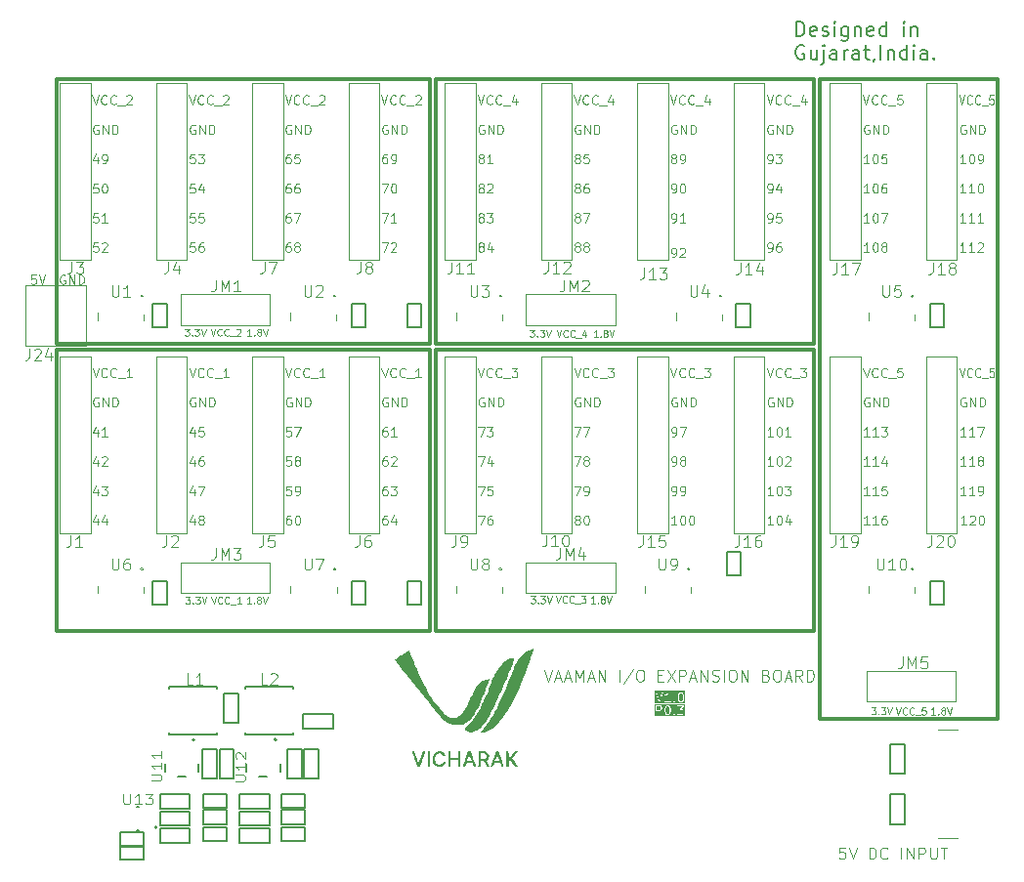
<source format=gbr>
%TF.GenerationSoftware,KiCad,Pcbnew,8.0.1*%
%TF.CreationDate,2025-04-10T18:27:20+05:30*%
%TF.ProjectId,GPIO HAT 2,4750494f-2048-4415-9420-322e6b696361,rev?*%
%TF.SameCoordinates,Original*%
%TF.FileFunction,Legend,Top*%
%TF.FilePolarity,Positive*%
%FSLAX46Y46*%
G04 Gerber Fmt 4.6, Leading zero omitted, Abs format (unit mm)*
G04 Created by KiCad (PCBNEW 8.0.1) date 2025-04-10 18:27:20*
%MOMM*%
%LPD*%
G01*
G04 APERTURE LIST*
%ADD10C,0.300000*%
%ADD11C,0.100000*%
%ADD12C,0.150000*%
%ADD13C,0.200000*%
%ADD14C,0.120000*%
%ADD15C,0.150010*%
%ADD16C,0.127000*%
%ADD17C,0.000000*%
G04 APERTURE END LIST*
D10*
X225145600Y-68605400D02*
X240588800Y-68605400D01*
X240588800Y-124079000D01*
X225145600Y-124079000D01*
X225145600Y-68605400D01*
X191897000Y-92100400D02*
X224637600Y-92100400D01*
X224637600Y-116484400D01*
X191897000Y-116484400D01*
X191897000Y-92100400D01*
X191871600Y-68605400D02*
X224637600Y-68605400D01*
X224637600Y-91592400D01*
X191871600Y-91592400D01*
X191871600Y-68605400D01*
X159004000Y-68605400D02*
X191363600Y-68605400D01*
X191363600Y-91592400D01*
X159004000Y-91592400D01*
X159004000Y-68605400D01*
X159004000Y-92100400D02*
X191363600Y-92100400D01*
X191363600Y-116484400D01*
X159004000Y-116484400D01*
X159004000Y-92100400D01*
D11*
X204087015Y-75467032D02*
X204010825Y-75428937D01*
X204010825Y-75428937D02*
X203972730Y-75390841D01*
X203972730Y-75390841D02*
X203934634Y-75314651D01*
X203934634Y-75314651D02*
X203934634Y-75276556D01*
X203934634Y-75276556D02*
X203972730Y-75200365D01*
X203972730Y-75200365D02*
X204010825Y-75162270D01*
X204010825Y-75162270D02*
X204087015Y-75124175D01*
X204087015Y-75124175D02*
X204239396Y-75124175D01*
X204239396Y-75124175D02*
X204315587Y-75162270D01*
X204315587Y-75162270D02*
X204353682Y-75200365D01*
X204353682Y-75200365D02*
X204391777Y-75276556D01*
X204391777Y-75276556D02*
X204391777Y-75314651D01*
X204391777Y-75314651D02*
X204353682Y-75390841D01*
X204353682Y-75390841D02*
X204315587Y-75428937D01*
X204315587Y-75428937D02*
X204239396Y-75467032D01*
X204239396Y-75467032D02*
X204087015Y-75467032D01*
X204087015Y-75467032D02*
X204010825Y-75505127D01*
X204010825Y-75505127D02*
X203972730Y-75543222D01*
X203972730Y-75543222D02*
X203934634Y-75619413D01*
X203934634Y-75619413D02*
X203934634Y-75771794D01*
X203934634Y-75771794D02*
X203972730Y-75847984D01*
X203972730Y-75847984D02*
X204010825Y-75886080D01*
X204010825Y-75886080D02*
X204087015Y-75924175D01*
X204087015Y-75924175D02*
X204239396Y-75924175D01*
X204239396Y-75924175D02*
X204315587Y-75886080D01*
X204315587Y-75886080D02*
X204353682Y-75847984D01*
X204353682Y-75847984D02*
X204391777Y-75771794D01*
X204391777Y-75771794D02*
X204391777Y-75619413D01*
X204391777Y-75619413D02*
X204353682Y-75543222D01*
X204353682Y-75543222D02*
X204315587Y-75505127D01*
X204315587Y-75505127D02*
X204239396Y-75467032D01*
X205115587Y-75124175D02*
X204734635Y-75124175D01*
X204734635Y-75124175D02*
X204696539Y-75505127D01*
X204696539Y-75505127D02*
X204734635Y-75467032D01*
X204734635Y-75467032D02*
X204810825Y-75428937D01*
X204810825Y-75428937D02*
X205001301Y-75428937D01*
X205001301Y-75428937D02*
X205077492Y-75467032D01*
X205077492Y-75467032D02*
X205115587Y-75505127D01*
X205115587Y-75505127D02*
X205153682Y-75581318D01*
X205153682Y-75581318D02*
X205153682Y-75771794D01*
X205153682Y-75771794D02*
X205115587Y-75847984D01*
X205115587Y-75847984D02*
X205077492Y-75886080D01*
X205077492Y-75886080D02*
X205001301Y-75924175D01*
X205001301Y-75924175D02*
X204810825Y-75924175D01*
X204810825Y-75924175D02*
X204734635Y-75886080D01*
X204734635Y-75886080D02*
X204696539Y-75847984D01*
X179326217Y-103887135D02*
X178945265Y-103887135D01*
X178945265Y-103887135D02*
X178907169Y-104268087D01*
X178907169Y-104268087D02*
X178945265Y-104229992D01*
X178945265Y-104229992D02*
X179021455Y-104191897D01*
X179021455Y-104191897D02*
X179211931Y-104191897D01*
X179211931Y-104191897D02*
X179288122Y-104229992D01*
X179288122Y-104229992D02*
X179326217Y-104268087D01*
X179326217Y-104268087D02*
X179364312Y-104344278D01*
X179364312Y-104344278D02*
X179364312Y-104534754D01*
X179364312Y-104534754D02*
X179326217Y-104610944D01*
X179326217Y-104610944D02*
X179288122Y-104649040D01*
X179288122Y-104649040D02*
X179211931Y-104687135D01*
X179211931Y-104687135D02*
X179021455Y-104687135D01*
X179021455Y-104687135D02*
X178945265Y-104649040D01*
X178945265Y-104649040D02*
X178907169Y-104610944D01*
X179745265Y-104687135D02*
X179897646Y-104687135D01*
X179897646Y-104687135D02*
X179973836Y-104649040D01*
X179973836Y-104649040D02*
X180011932Y-104610944D01*
X180011932Y-104610944D02*
X180088122Y-104496659D01*
X180088122Y-104496659D02*
X180126217Y-104344278D01*
X180126217Y-104344278D02*
X180126217Y-104039516D01*
X180126217Y-104039516D02*
X180088122Y-103963325D01*
X180088122Y-103963325D02*
X180050027Y-103925230D01*
X180050027Y-103925230D02*
X179973836Y-103887135D01*
X179973836Y-103887135D02*
X179821455Y-103887135D01*
X179821455Y-103887135D02*
X179745265Y-103925230D01*
X179745265Y-103925230D02*
X179707170Y-103963325D01*
X179707170Y-103963325D02*
X179669074Y-104039516D01*
X179669074Y-104039516D02*
X179669074Y-104229992D01*
X179669074Y-104229992D02*
X179707170Y-104306182D01*
X179707170Y-104306182D02*
X179745265Y-104344278D01*
X179745265Y-104344278D02*
X179821455Y-104382373D01*
X179821455Y-104382373D02*
X179973836Y-104382373D01*
X179973836Y-104382373D02*
X180050027Y-104344278D01*
X180050027Y-104344278D02*
X180088122Y-104306182D01*
X180088122Y-104306182D02*
X180126217Y-104229992D01*
X229436176Y-83589895D02*
X228979033Y-83589895D01*
X229207605Y-83589895D02*
X229207605Y-82789895D01*
X229207605Y-82789895D02*
X229131414Y-82904180D01*
X229131414Y-82904180D02*
X229055224Y-82980371D01*
X229055224Y-82980371D02*
X228979033Y-83018466D01*
X229931415Y-82789895D02*
X230007605Y-82789895D01*
X230007605Y-82789895D02*
X230083796Y-82827990D01*
X230083796Y-82827990D02*
X230121891Y-82866085D01*
X230121891Y-82866085D02*
X230159986Y-82942276D01*
X230159986Y-82942276D02*
X230198081Y-83094657D01*
X230198081Y-83094657D02*
X230198081Y-83285133D01*
X230198081Y-83285133D02*
X230159986Y-83437514D01*
X230159986Y-83437514D02*
X230121891Y-83513704D01*
X230121891Y-83513704D02*
X230083796Y-83551800D01*
X230083796Y-83551800D02*
X230007605Y-83589895D01*
X230007605Y-83589895D02*
X229931415Y-83589895D01*
X229931415Y-83589895D02*
X229855224Y-83551800D01*
X229855224Y-83551800D02*
X229817129Y-83513704D01*
X229817129Y-83513704D02*
X229779034Y-83437514D01*
X229779034Y-83437514D02*
X229740938Y-83285133D01*
X229740938Y-83285133D02*
X229740938Y-83094657D01*
X229740938Y-83094657D02*
X229779034Y-82942276D01*
X229779034Y-82942276D02*
X229817129Y-82866085D01*
X229817129Y-82866085D02*
X229855224Y-82827990D01*
X229855224Y-82827990D02*
X229931415Y-82789895D01*
X230655224Y-83132752D02*
X230579034Y-83094657D01*
X230579034Y-83094657D02*
X230540939Y-83056561D01*
X230540939Y-83056561D02*
X230502843Y-82980371D01*
X230502843Y-82980371D02*
X230502843Y-82942276D01*
X230502843Y-82942276D02*
X230540939Y-82866085D01*
X230540939Y-82866085D02*
X230579034Y-82827990D01*
X230579034Y-82827990D02*
X230655224Y-82789895D01*
X230655224Y-82789895D02*
X230807605Y-82789895D01*
X230807605Y-82789895D02*
X230883796Y-82827990D01*
X230883796Y-82827990D02*
X230921891Y-82866085D01*
X230921891Y-82866085D02*
X230959986Y-82942276D01*
X230959986Y-82942276D02*
X230959986Y-82980371D01*
X230959986Y-82980371D02*
X230921891Y-83056561D01*
X230921891Y-83056561D02*
X230883796Y-83094657D01*
X230883796Y-83094657D02*
X230807605Y-83132752D01*
X230807605Y-83132752D02*
X230655224Y-83132752D01*
X230655224Y-83132752D02*
X230579034Y-83170847D01*
X230579034Y-83170847D02*
X230540939Y-83208942D01*
X230540939Y-83208942D02*
X230502843Y-83285133D01*
X230502843Y-83285133D02*
X230502843Y-83437514D01*
X230502843Y-83437514D02*
X230540939Y-83513704D01*
X230540939Y-83513704D02*
X230579034Y-83551800D01*
X230579034Y-83551800D02*
X230655224Y-83589895D01*
X230655224Y-83589895D02*
X230807605Y-83589895D01*
X230807605Y-83589895D02*
X230883796Y-83551800D01*
X230883796Y-83551800D02*
X230921891Y-83513704D01*
X230921891Y-83513704D02*
X230959986Y-83437514D01*
X230959986Y-83437514D02*
X230959986Y-83285133D01*
X230959986Y-83285133D02*
X230921891Y-83208942D01*
X230921891Y-83208942D02*
X230883796Y-83170847D01*
X230883796Y-83170847D02*
X230807605Y-83132752D01*
X237784312Y-83589895D02*
X237327169Y-83589895D01*
X237555741Y-83589895D02*
X237555741Y-82789895D01*
X237555741Y-82789895D02*
X237479550Y-82904180D01*
X237479550Y-82904180D02*
X237403360Y-82980371D01*
X237403360Y-82980371D02*
X237327169Y-83018466D01*
X238546217Y-83589895D02*
X238089074Y-83589895D01*
X238317646Y-83589895D02*
X238317646Y-82789895D01*
X238317646Y-82789895D02*
X238241455Y-82904180D01*
X238241455Y-82904180D02*
X238165265Y-82980371D01*
X238165265Y-82980371D02*
X238089074Y-83018466D01*
X238850979Y-82866085D02*
X238889075Y-82827990D01*
X238889075Y-82827990D02*
X238965265Y-82789895D01*
X238965265Y-82789895D02*
X239155741Y-82789895D01*
X239155741Y-82789895D02*
X239231932Y-82827990D01*
X239231932Y-82827990D02*
X239270027Y-82866085D01*
X239270027Y-82866085D02*
X239308122Y-82942276D01*
X239308122Y-82942276D02*
X239308122Y-83018466D01*
X239308122Y-83018466D02*
X239270027Y-83132752D01*
X239270027Y-83132752D02*
X238812884Y-83589895D01*
X238812884Y-83589895D02*
X239308122Y-83589895D01*
X237784312Y-75924175D02*
X237327169Y-75924175D01*
X237555741Y-75924175D02*
X237555741Y-75124175D01*
X237555741Y-75124175D02*
X237479550Y-75238460D01*
X237479550Y-75238460D02*
X237403360Y-75314651D01*
X237403360Y-75314651D02*
X237327169Y-75352746D01*
X238279551Y-75124175D02*
X238355741Y-75124175D01*
X238355741Y-75124175D02*
X238431932Y-75162270D01*
X238431932Y-75162270D02*
X238470027Y-75200365D01*
X238470027Y-75200365D02*
X238508122Y-75276556D01*
X238508122Y-75276556D02*
X238546217Y-75428937D01*
X238546217Y-75428937D02*
X238546217Y-75619413D01*
X238546217Y-75619413D02*
X238508122Y-75771794D01*
X238508122Y-75771794D02*
X238470027Y-75847984D01*
X238470027Y-75847984D02*
X238431932Y-75886080D01*
X238431932Y-75886080D02*
X238355741Y-75924175D01*
X238355741Y-75924175D02*
X238279551Y-75924175D01*
X238279551Y-75924175D02*
X238203360Y-75886080D01*
X238203360Y-75886080D02*
X238165265Y-75847984D01*
X238165265Y-75847984D02*
X238127170Y-75771794D01*
X238127170Y-75771794D02*
X238089074Y-75619413D01*
X238089074Y-75619413D02*
X238089074Y-75428937D01*
X238089074Y-75428937D02*
X238127170Y-75276556D01*
X238127170Y-75276556D02*
X238165265Y-75200365D01*
X238165265Y-75200365D02*
X238203360Y-75162270D01*
X238203360Y-75162270D02*
X238279551Y-75124175D01*
X238927170Y-75924175D02*
X239079551Y-75924175D01*
X239079551Y-75924175D02*
X239155741Y-75886080D01*
X239155741Y-75886080D02*
X239193837Y-75847984D01*
X239193837Y-75847984D02*
X239270027Y-75733699D01*
X239270027Y-75733699D02*
X239308122Y-75581318D01*
X239308122Y-75581318D02*
X239308122Y-75276556D01*
X239308122Y-75276556D02*
X239270027Y-75200365D01*
X239270027Y-75200365D02*
X239231932Y-75162270D01*
X239231932Y-75162270D02*
X239155741Y-75124175D01*
X239155741Y-75124175D02*
X239003360Y-75124175D01*
X239003360Y-75124175D02*
X238927170Y-75162270D01*
X238927170Y-75162270D02*
X238889075Y-75200365D01*
X238889075Y-75200365D02*
X238850979Y-75276556D01*
X238850979Y-75276556D02*
X238850979Y-75467032D01*
X238850979Y-75467032D02*
X238889075Y-75543222D01*
X238889075Y-75543222D02*
X238927170Y-75581318D01*
X238927170Y-75581318D02*
X239003360Y-75619413D01*
X239003360Y-75619413D02*
X239155741Y-75619413D01*
X239155741Y-75619413D02*
X239231932Y-75581318D01*
X239231932Y-75581318D02*
X239270027Y-75543222D01*
X239270027Y-75543222D02*
X239308122Y-75467032D01*
X237784312Y-72607030D02*
X237708122Y-72568935D01*
X237708122Y-72568935D02*
X237593836Y-72568935D01*
X237593836Y-72568935D02*
X237479550Y-72607030D01*
X237479550Y-72607030D02*
X237403360Y-72683220D01*
X237403360Y-72683220D02*
X237365265Y-72759411D01*
X237365265Y-72759411D02*
X237327169Y-72911792D01*
X237327169Y-72911792D02*
X237327169Y-73026078D01*
X237327169Y-73026078D02*
X237365265Y-73178459D01*
X237365265Y-73178459D02*
X237403360Y-73254649D01*
X237403360Y-73254649D02*
X237479550Y-73330840D01*
X237479550Y-73330840D02*
X237593836Y-73368935D01*
X237593836Y-73368935D02*
X237670027Y-73368935D01*
X237670027Y-73368935D02*
X237784312Y-73330840D01*
X237784312Y-73330840D02*
X237822408Y-73292744D01*
X237822408Y-73292744D02*
X237822408Y-73026078D01*
X237822408Y-73026078D02*
X237670027Y-73026078D01*
X238165265Y-73368935D02*
X238165265Y-72568935D01*
X238165265Y-72568935D02*
X238622408Y-73368935D01*
X238622408Y-73368935D02*
X238622408Y-72568935D01*
X239003360Y-73368935D02*
X239003360Y-72568935D01*
X239003360Y-72568935D02*
X239193836Y-72568935D01*
X239193836Y-72568935D02*
X239308122Y-72607030D01*
X239308122Y-72607030D02*
X239384312Y-72683220D01*
X239384312Y-72683220D02*
X239422407Y-72759411D01*
X239422407Y-72759411D02*
X239460503Y-72911792D01*
X239460503Y-72911792D02*
X239460503Y-73026078D01*
X239460503Y-73026078D02*
X239422407Y-73178459D01*
X239422407Y-73178459D02*
X239384312Y-73254649D01*
X239384312Y-73254649D02*
X239308122Y-73330840D01*
X239308122Y-73330840D02*
X239193836Y-73368935D01*
X239193836Y-73368935D02*
X239003360Y-73368935D01*
X187179112Y-93666175D02*
X187445779Y-94466175D01*
X187445779Y-94466175D02*
X187712445Y-93666175D01*
X188436255Y-94389984D02*
X188398159Y-94428080D01*
X188398159Y-94428080D02*
X188283874Y-94466175D01*
X188283874Y-94466175D02*
X188207683Y-94466175D01*
X188207683Y-94466175D02*
X188093397Y-94428080D01*
X188093397Y-94428080D02*
X188017207Y-94351889D01*
X188017207Y-94351889D02*
X187979112Y-94275699D01*
X187979112Y-94275699D02*
X187941016Y-94123318D01*
X187941016Y-94123318D02*
X187941016Y-94009032D01*
X187941016Y-94009032D02*
X187979112Y-93856651D01*
X187979112Y-93856651D02*
X188017207Y-93780460D01*
X188017207Y-93780460D02*
X188093397Y-93704270D01*
X188093397Y-93704270D02*
X188207683Y-93666175D01*
X188207683Y-93666175D02*
X188283874Y-93666175D01*
X188283874Y-93666175D02*
X188398159Y-93704270D01*
X188398159Y-93704270D02*
X188436255Y-93742365D01*
X189236255Y-94389984D02*
X189198159Y-94428080D01*
X189198159Y-94428080D02*
X189083874Y-94466175D01*
X189083874Y-94466175D02*
X189007683Y-94466175D01*
X189007683Y-94466175D02*
X188893397Y-94428080D01*
X188893397Y-94428080D02*
X188817207Y-94351889D01*
X188817207Y-94351889D02*
X188779112Y-94275699D01*
X188779112Y-94275699D02*
X188741016Y-94123318D01*
X188741016Y-94123318D02*
X188741016Y-94009032D01*
X188741016Y-94009032D02*
X188779112Y-93856651D01*
X188779112Y-93856651D02*
X188817207Y-93780460D01*
X188817207Y-93780460D02*
X188893397Y-93704270D01*
X188893397Y-93704270D02*
X189007683Y-93666175D01*
X189007683Y-93666175D02*
X189083874Y-93666175D01*
X189083874Y-93666175D02*
X189198159Y-93704270D01*
X189198159Y-93704270D02*
X189236255Y-93742365D01*
X189388636Y-94542365D02*
X189998159Y-94542365D01*
X190607683Y-94466175D02*
X190150540Y-94466175D01*
X190379112Y-94466175D02*
X190379112Y-93666175D01*
X190379112Y-93666175D02*
X190302921Y-93780460D01*
X190302921Y-93780460D02*
X190226731Y-93856651D01*
X190226731Y-93856651D02*
X190150540Y-93894746D01*
X195738882Y-78022272D02*
X195662692Y-77984177D01*
X195662692Y-77984177D02*
X195624597Y-77946081D01*
X195624597Y-77946081D02*
X195586501Y-77869891D01*
X195586501Y-77869891D02*
X195586501Y-77831796D01*
X195586501Y-77831796D02*
X195624597Y-77755605D01*
X195624597Y-77755605D02*
X195662692Y-77717510D01*
X195662692Y-77717510D02*
X195738882Y-77679415D01*
X195738882Y-77679415D02*
X195891263Y-77679415D01*
X195891263Y-77679415D02*
X195967454Y-77717510D01*
X195967454Y-77717510D02*
X196005549Y-77755605D01*
X196005549Y-77755605D02*
X196043644Y-77831796D01*
X196043644Y-77831796D02*
X196043644Y-77869891D01*
X196043644Y-77869891D02*
X196005549Y-77946081D01*
X196005549Y-77946081D02*
X195967454Y-77984177D01*
X195967454Y-77984177D02*
X195891263Y-78022272D01*
X195891263Y-78022272D02*
X195738882Y-78022272D01*
X195738882Y-78022272D02*
X195662692Y-78060367D01*
X195662692Y-78060367D02*
X195624597Y-78098462D01*
X195624597Y-78098462D02*
X195586501Y-78174653D01*
X195586501Y-78174653D02*
X195586501Y-78327034D01*
X195586501Y-78327034D02*
X195624597Y-78403224D01*
X195624597Y-78403224D02*
X195662692Y-78441320D01*
X195662692Y-78441320D02*
X195738882Y-78479415D01*
X195738882Y-78479415D02*
X195891263Y-78479415D01*
X195891263Y-78479415D02*
X195967454Y-78441320D01*
X195967454Y-78441320D02*
X196005549Y-78403224D01*
X196005549Y-78403224D02*
X196043644Y-78327034D01*
X196043644Y-78327034D02*
X196043644Y-78174653D01*
X196043644Y-78174653D02*
X196005549Y-78098462D01*
X196005549Y-78098462D02*
X195967454Y-78060367D01*
X195967454Y-78060367D02*
X195891263Y-78022272D01*
X196348406Y-77755605D02*
X196386502Y-77717510D01*
X196386502Y-77717510D02*
X196462692Y-77679415D01*
X196462692Y-77679415D02*
X196653168Y-77679415D01*
X196653168Y-77679415D02*
X196729359Y-77717510D01*
X196729359Y-77717510D02*
X196767454Y-77755605D01*
X196767454Y-77755605D02*
X196805549Y-77831796D01*
X196805549Y-77831796D02*
X196805549Y-77907986D01*
X196805549Y-77907986D02*
X196767454Y-78022272D01*
X196767454Y-78022272D02*
X196310311Y-78479415D01*
X196310311Y-78479415D02*
X196805549Y-78479415D01*
X195565340Y-106442375D02*
X196098674Y-106442375D01*
X196098674Y-106442375D02*
X195755816Y-107242375D01*
X196746293Y-106442375D02*
X196593912Y-106442375D01*
X196593912Y-106442375D02*
X196517721Y-106480470D01*
X196517721Y-106480470D02*
X196479626Y-106518565D01*
X196479626Y-106518565D02*
X196403436Y-106632851D01*
X196403436Y-106632851D02*
X196365340Y-106785232D01*
X196365340Y-106785232D02*
X196365340Y-107089994D01*
X196365340Y-107089994D02*
X196403436Y-107166184D01*
X196403436Y-107166184D02*
X196441531Y-107204280D01*
X196441531Y-107204280D02*
X196517721Y-107242375D01*
X196517721Y-107242375D02*
X196670102Y-107242375D01*
X196670102Y-107242375D02*
X196746293Y-107204280D01*
X196746293Y-107204280D02*
X196784388Y-107166184D01*
X196784388Y-107166184D02*
X196822483Y-107089994D01*
X196822483Y-107089994D02*
X196822483Y-106899518D01*
X196822483Y-106899518D02*
X196784388Y-106823327D01*
X196784388Y-106823327D02*
X196746293Y-106785232D01*
X196746293Y-106785232D02*
X196670102Y-106747137D01*
X196670102Y-106747137D02*
X196517721Y-106747137D01*
X196517721Y-106747137D02*
X196441531Y-106785232D01*
X196441531Y-106785232D02*
X196403436Y-106823327D01*
X196403436Y-106823327D02*
X196365340Y-106899518D01*
X170995017Y-75124175D02*
X170614065Y-75124175D01*
X170614065Y-75124175D02*
X170575969Y-75505127D01*
X170575969Y-75505127D02*
X170614065Y-75467032D01*
X170614065Y-75467032D02*
X170690255Y-75428937D01*
X170690255Y-75428937D02*
X170880731Y-75428937D01*
X170880731Y-75428937D02*
X170956922Y-75467032D01*
X170956922Y-75467032D02*
X170995017Y-75505127D01*
X170995017Y-75505127D02*
X171033112Y-75581318D01*
X171033112Y-75581318D02*
X171033112Y-75771794D01*
X171033112Y-75771794D02*
X170995017Y-75847984D01*
X170995017Y-75847984D02*
X170956922Y-75886080D01*
X170956922Y-75886080D02*
X170880731Y-75924175D01*
X170880731Y-75924175D02*
X170690255Y-75924175D01*
X170690255Y-75924175D02*
X170614065Y-75886080D01*
X170614065Y-75886080D02*
X170575969Y-75847984D01*
X171299779Y-75124175D02*
X171795017Y-75124175D01*
X171795017Y-75124175D02*
X171528351Y-75428937D01*
X171528351Y-75428937D02*
X171642636Y-75428937D01*
X171642636Y-75428937D02*
X171718827Y-75467032D01*
X171718827Y-75467032D02*
X171756922Y-75505127D01*
X171756922Y-75505127D02*
X171795017Y-75581318D01*
X171795017Y-75581318D02*
X171795017Y-75771794D01*
X171795017Y-75771794D02*
X171756922Y-75847984D01*
X171756922Y-75847984D02*
X171718827Y-75886080D01*
X171718827Y-75886080D02*
X171642636Y-75924175D01*
X171642636Y-75924175D02*
X171414065Y-75924175D01*
X171414065Y-75924175D02*
X171337874Y-75886080D01*
X171337874Y-75886080D02*
X171299779Y-75847984D01*
X237801246Y-99576655D02*
X237344103Y-99576655D01*
X237572675Y-99576655D02*
X237572675Y-98776655D01*
X237572675Y-98776655D02*
X237496484Y-98890940D01*
X237496484Y-98890940D02*
X237420294Y-98967131D01*
X237420294Y-98967131D02*
X237344103Y-99005226D01*
X238563151Y-99576655D02*
X238106008Y-99576655D01*
X238334580Y-99576655D02*
X238334580Y-98776655D01*
X238334580Y-98776655D02*
X238258389Y-98890940D01*
X238258389Y-98890940D02*
X238182199Y-98967131D01*
X238182199Y-98967131D02*
X238106008Y-99005226D01*
X238829818Y-98776655D02*
X239363152Y-98776655D01*
X239363152Y-98776655D02*
X239020294Y-99576655D01*
X175909931Y-90853371D02*
X175567074Y-90853371D01*
X175738503Y-90853371D02*
X175738503Y-90253371D01*
X175738503Y-90253371D02*
X175681360Y-90339085D01*
X175681360Y-90339085D02*
X175624217Y-90396228D01*
X175624217Y-90396228D02*
X175567074Y-90424800D01*
X176167075Y-90796228D02*
X176195646Y-90824800D01*
X176195646Y-90824800D02*
X176167075Y-90853371D01*
X176167075Y-90853371D02*
X176138503Y-90824800D01*
X176138503Y-90824800D02*
X176167075Y-90796228D01*
X176167075Y-90796228D02*
X176167075Y-90853371D01*
X176538503Y-90510514D02*
X176481360Y-90481942D01*
X176481360Y-90481942D02*
X176452789Y-90453371D01*
X176452789Y-90453371D02*
X176424217Y-90396228D01*
X176424217Y-90396228D02*
X176424217Y-90367657D01*
X176424217Y-90367657D02*
X176452789Y-90310514D01*
X176452789Y-90310514D02*
X176481360Y-90281942D01*
X176481360Y-90281942D02*
X176538503Y-90253371D01*
X176538503Y-90253371D02*
X176652789Y-90253371D01*
X176652789Y-90253371D02*
X176709932Y-90281942D01*
X176709932Y-90281942D02*
X176738503Y-90310514D01*
X176738503Y-90310514D02*
X176767074Y-90367657D01*
X176767074Y-90367657D02*
X176767074Y-90396228D01*
X176767074Y-90396228D02*
X176738503Y-90453371D01*
X176738503Y-90453371D02*
X176709932Y-90481942D01*
X176709932Y-90481942D02*
X176652789Y-90510514D01*
X176652789Y-90510514D02*
X176538503Y-90510514D01*
X176538503Y-90510514D02*
X176481360Y-90539085D01*
X176481360Y-90539085D02*
X176452789Y-90567657D01*
X176452789Y-90567657D02*
X176424217Y-90624800D01*
X176424217Y-90624800D02*
X176424217Y-90739085D01*
X176424217Y-90739085D02*
X176452789Y-90796228D01*
X176452789Y-90796228D02*
X176481360Y-90824800D01*
X176481360Y-90824800D02*
X176538503Y-90853371D01*
X176538503Y-90853371D02*
X176652789Y-90853371D01*
X176652789Y-90853371D02*
X176709932Y-90824800D01*
X176709932Y-90824800D02*
X176738503Y-90796228D01*
X176738503Y-90796228D02*
X176767074Y-90739085D01*
X176767074Y-90739085D02*
X176767074Y-90624800D01*
X176767074Y-90624800D02*
X176738503Y-90567657D01*
X176738503Y-90567657D02*
X176709932Y-90539085D01*
X176709932Y-90539085D02*
X176652789Y-90510514D01*
X176938503Y-90253371D02*
X177138503Y-90853371D01*
X177138503Y-90853371D02*
X177338503Y-90253371D01*
X187619321Y-75124175D02*
X187466940Y-75124175D01*
X187466940Y-75124175D02*
X187390749Y-75162270D01*
X187390749Y-75162270D02*
X187352654Y-75200365D01*
X187352654Y-75200365D02*
X187276464Y-75314651D01*
X187276464Y-75314651D02*
X187238368Y-75467032D01*
X187238368Y-75467032D02*
X187238368Y-75771794D01*
X187238368Y-75771794D02*
X187276464Y-75847984D01*
X187276464Y-75847984D02*
X187314559Y-75886080D01*
X187314559Y-75886080D02*
X187390749Y-75924175D01*
X187390749Y-75924175D02*
X187543130Y-75924175D01*
X187543130Y-75924175D02*
X187619321Y-75886080D01*
X187619321Y-75886080D02*
X187657416Y-75847984D01*
X187657416Y-75847984D02*
X187695511Y-75771794D01*
X187695511Y-75771794D02*
X187695511Y-75581318D01*
X187695511Y-75581318D02*
X187657416Y-75505127D01*
X187657416Y-75505127D02*
X187619321Y-75467032D01*
X187619321Y-75467032D02*
X187543130Y-75428937D01*
X187543130Y-75428937D02*
X187390749Y-75428937D01*
X187390749Y-75428937D02*
X187314559Y-75467032D01*
X187314559Y-75467032D02*
X187276464Y-75505127D01*
X187276464Y-75505127D02*
X187238368Y-75581318D01*
X188076464Y-75924175D02*
X188228845Y-75924175D01*
X188228845Y-75924175D02*
X188305035Y-75886080D01*
X188305035Y-75886080D02*
X188343131Y-75847984D01*
X188343131Y-75847984D02*
X188419321Y-75733699D01*
X188419321Y-75733699D02*
X188457416Y-75581318D01*
X188457416Y-75581318D02*
X188457416Y-75276556D01*
X188457416Y-75276556D02*
X188419321Y-75200365D01*
X188419321Y-75200365D02*
X188381226Y-75162270D01*
X188381226Y-75162270D02*
X188305035Y-75124175D01*
X188305035Y-75124175D02*
X188152654Y-75124175D01*
X188152654Y-75124175D02*
X188076464Y-75162270D01*
X188076464Y-75162270D02*
X188038369Y-75200365D01*
X188038369Y-75200365D02*
X188000273Y-75276556D01*
X188000273Y-75276556D02*
X188000273Y-75467032D01*
X188000273Y-75467032D02*
X188038369Y-75543222D01*
X188038369Y-75543222D02*
X188076464Y-75581318D01*
X188076464Y-75581318D02*
X188152654Y-75619413D01*
X188152654Y-75619413D02*
X188305035Y-75619413D01*
X188305035Y-75619413D02*
X188381226Y-75581318D01*
X188381226Y-75581318D02*
X188419321Y-75543222D01*
X188419321Y-75543222D02*
X188457416Y-75467032D01*
X187162178Y-70013695D02*
X187428845Y-70813695D01*
X187428845Y-70813695D02*
X187695511Y-70013695D01*
X188419321Y-70737504D02*
X188381225Y-70775600D01*
X188381225Y-70775600D02*
X188266940Y-70813695D01*
X188266940Y-70813695D02*
X188190749Y-70813695D01*
X188190749Y-70813695D02*
X188076463Y-70775600D01*
X188076463Y-70775600D02*
X188000273Y-70699409D01*
X188000273Y-70699409D02*
X187962178Y-70623219D01*
X187962178Y-70623219D02*
X187924082Y-70470838D01*
X187924082Y-70470838D02*
X187924082Y-70356552D01*
X187924082Y-70356552D02*
X187962178Y-70204171D01*
X187962178Y-70204171D02*
X188000273Y-70127980D01*
X188000273Y-70127980D02*
X188076463Y-70051790D01*
X188076463Y-70051790D02*
X188190749Y-70013695D01*
X188190749Y-70013695D02*
X188266940Y-70013695D01*
X188266940Y-70013695D02*
X188381225Y-70051790D01*
X188381225Y-70051790D02*
X188419321Y-70089885D01*
X189219321Y-70737504D02*
X189181225Y-70775600D01*
X189181225Y-70775600D02*
X189066940Y-70813695D01*
X189066940Y-70813695D02*
X188990749Y-70813695D01*
X188990749Y-70813695D02*
X188876463Y-70775600D01*
X188876463Y-70775600D02*
X188800273Y-70699409D01*
X188800273Y-70699409D02*
X188762178Y-70623219D01*
X188762178Y-70623219D02*
X188724082Y-70470838D01*
X188724082Y-70470838D02*
X188724082Y-70356552D01*
X188724082Y-70356552D02*
X188762178Y-70204171D01*
X188762178Y-70204171D02*
X188800273Y-70127980D01*
X188800273Y-70127980D02*
X188876463Y-70051790D01*
X188876463Y-70051790D02*
X188990749Y-70013695D01*
X188990749Y-70013695D02*
X189066940Y-70013695D01*
X189066940Y-70013695D02*
X189181225Y-70051790D01*
X189181225Y-70051790D02*
X189219321Y-70089885D01*
X189371702Y-70889885D02*
X189981225Y-70889885D01*
X190133606Y-70089885D02*
X190171702Y-70051790D01*
X190171702Y-70051790D02*
X190247892Y-70013695D01*
X190247892Y-70013695D02*
X190438368Y-70013695D01*
X190438368Y-70013695D02*
X190514559Y-70051790D01*
X190514559Y-70051790D02*
X190552654Y-70089885D01*
X190552654Y-70089885D02*
X190590749Y-70166076D01*
X190590749Y-70166076D02*
X190590749Y-70242266D01*
X190590749Y-70242266D02*
X190552654Y-70356552D01*
X190552654Y-70356552D02*
X190095511Y-70813695D01*
X190095511Y-70813695D02*
X190590749Y-70813695D01*
X229436176Y-81034655D02*
X228979033Y-81034655D01*
X229207605Y-81034655D02*
X229207605Y-80234655D01*
X229207605Y-80234655D02*
X229131414Y-80348940D01*
X229131414Y-80348940D02*
X229055224Y-80425131D01*
X229055224Y-80425131D02*
X228979033Y-80463226D01*
X229931415Y-80234655D02*
X230007605Y-80234655D01*
X230007605Y-80234655D02*
X230083796Y-80272750D01*
X230083796Y-80272750D02*
X230121891Y-80310845D01*
X230121891Y-80310845D02*
X230159986Y-80387036D01*
X230159986Y-80387036D02*
X230198081Y-80539417D01*
X230198081Y-80539417D02*
X230198081Y-80729893D01*
X230198081Y-80729893D02*
X230159986Y-80882274D01*
X230159986Y-80882274D02*
X230121891Y-80958464D01*
X230121891Y-80958464D02*
X230083796Y-80996560D01*
X230083796Y-80996560D02*
X230007605Y-81034655D01*
X230007605Y-81034655D02*
X229931415Y-81034655D01*
X229931415Y-81034655D02*
X229855224Y-80996560D01*
X229855224Y-80996560D02*
X229817129Y-80958464D01*
X229817129Y-80958464D02*
X229779034Y-80882274D01*
X229779034Y-80882274D02*
X229740938Y-80729893D01*
X229740938Y-80729893D02*
X229740938Y-80539417D01*
X229740938Y-80539417D02*
X229779034Y-80387036D01*
X229779034Y-80387036D02*
X229817129Y-80310845D01*
X229817129Y-80310845D02*
X229855224Y-80272750D01*
X229855224Y-80272750D02*
X229931415Y-80234655D01*
X230464748Y-80234655D02*
X230998082Y-80234655D01*
X230998082Y-80234655D02*
X230655224Y-81034655D01*
X195565340Y-98776655D02*
X196098674Y-98776655D01*
X196098674Y-98776655D02*
X195755816Y-99576655D01*
X196327245Y-98776655D02*
X196822483Y-98776655D01*
X196822483Y-98776655D02*
X196555817Y-99081417D01*
X196555817Y-99081417D02*
X196670102Y-99081417D01*
X196670102Y-99081417D02*
X196746293Y-99119512D01*
X196746293Y-99119512D02*
X196784388Y-99157607D01*
X196784388Y-99157607D02*
X196822483Y-99233798D01*
X196822483Y-99233798D02*
X196822483Y-99424274D01*
X196822483Y-99424274D02*
X196784388Y-99500464D01*
X196784388Y-99500464D02*
X196746293Y-99538560D01*
X196746293Y-99538560D02*
X196670102Y-99576655D01*
X196670102Y-99576655D02*
X196441531Y-99576655D01*
X196441531Y-99576655D02*
X196365340Y-99538560D01*
X196365340Y-99538560D02*
X196327245Y-99500464D01*
X204408711Y-96259510D02*
X204332521Y-96221415D01*
X204332521Y-96221415D02*
X204218235Y-96221415D01*
X204218235Y-96221415D02*
X204103949Y-96259510D01*
X204103949Y-96259510D02*
X204027759Y-96335700D01*
X204027759Y-96335700D02*
X203989664Y-96411891D01*
X203989664Y-96411891D02*
X203951568Y-96564272D01*
X203951568Y-96564272D02*
X203951568Y-96678558D01*
X203951568Y-96678558D02*
X203989664Y-96830939D01*
X203989664Y-96830939D02*
X204027759Y-96907129D01*
X204027759Y-96907129D02*
X204103949Y-96983320D01*
X204103949Y-96983320D02*
X204218235Y-97021415D01*
X204218235Y-97021415D02*
X204294426Y-97021415D01*
X204294426Y-97021415D02*
X204408711Y-96983320D01*
X204408711Y-96983320D02*
X204446807Y-96945224D01*
X204446807Y-96945224D02*
X204446807Y-96678558D01*
X204446807Y-96678558D02*
X204294426Y-96678558D01*
X204789664Y-97021415D02*
X204789664Y-96221415D01*
X204789664Y-96221415D02*
X205246807Y-97021415D01*
X205246807Y-97021415D02*
X205246807Y-96221415D01*
X205627759Y-97021415D02*
X205627759Y-96221415D01*
X205627759Y-96221415D02*
X205818235Y-96221415D01*
X205818235Y-96221415D02*
X205932521Y-96259510D01*
X205932521Y-96259510D02*
X206008711Y-96335700D01*
X206008711Y-96335700D02*
X206046806Y-96411891D01*
X206046806Y-96411891D02*
X206084902Y-96564272D01*
X206084902Y-96564272D02*
X206084902Y-96678558D01*
X206084902Y-96678558D02*
X206046806Y-96830939D01*
X206046806Y-96830939D02*
X206008711Y-96907129D01*
X206008711Y-96907129D02*
X205932521Y-96983320D01*
X205932521Y-96983320D02*
X205818235Y-97021415D01*
X205818235Y-97021415D02*
X205627759Y-97021415D01*
X200125703Y-113443571D02*
X200497131Y-113443571D01*
X200497131Y-113443571D02*
X200297131Y-113672142D01*
X200297131Y-113672142D02*
X200382846Y-113672142D01*
X200382846Y-113672142D02*
X200439989Y-113700714D01*
X200439989Y-113700714D02*
X200468560Y-113729285D01*
X200468560Y-113729285D02*
X200497131Y-113786428D01*
X200497131Y-113786428D02*
X200497131Y-113929285D01*
X200497131Y-113929285D02*
X200468560Y-113986428D01*
X200468560Y-113986428D02*
X200439989Y-114015000D01*
X200439989Y-114015000D02*
X200382846Y-114043571D01*
X200382846Y-114043571D02*
X200211417Y-114043571D01*
X200211417Y-114043571D02*
X200154274Y-114015000D01*
X200154274Y-114015000D02*
X200125703Y-113986428D01*
X200754275Y-113986428D02*
X200782846Y-114015000D01*
X200782846Y-114015000D02*
X200754275Y-114043571D01*
X200754275Y-114043571D02*
X200725703Y-114015000D01*
X200725703Y-114015000D02*
X200754275Y-113986428D01*
X200754275Y-113986428D02*
X200754275Y-114043571D01*
X200982846Y-113443571D02*
X201354274Y-113443571D01*
X201354274Y-113443571D02*
X201154274Y-113672142D01*
X201154274Y-113672142D02*
X201239989Y-113672142D01*
X201239989Y-113672142D02*
X201297132Y-113700714D01*
X201297132Y-113700714D02*
X201325703Y-113729285D01*
X201325703Y-113729285D02*
X201354274Y-113786428D01*
X201354274Y-113786428D02*
X201354274Y-113929285D01*
X201354274Y-113929285D02*
X201325703Y-113986428D01*
X201325703Y-113986428D02*
X201297132Y-114015000D01*
X201297132Y-114015000D02*
X201239989Y-114043571D01*
X201239989Y-114043571D02*
X201068560Y-114043571D01*
X201068560Y-114043571D02*
X201011417Y-114015000D01*
X201011417Y-114015000D02*
X200982846Y-113986428D01*
X201525703Y-113443571D02*
X201725703Y-114043571D01*
X201725703Y-114043571D02*
X201925703Y-113443571D01*
X187636255Y-106442375D02*
X187483874Y-106442375D01*
X187483874Y-106442375D02*
X187407683Y-106480470D01*
X187407683Y-106480470D02*
X187369588Y-106518565D01*
X187369588Y-106518565D02*
X187293398Y-106632851D01*
X187293398Y-106632851D02*
X187255302Y-106785232D01*
X187255302Y-106785232D02*
X187255302Y-107089994D01*
X187255302Y-107089994D02*
X187293398Y-107166184D01*
X187293398Y-107166184D02*
X187331493Y-107204280D01*
X187331493Y-107204280D02*
X187407683Y-107242375D01*
X187407683Y-107242375D02*
X187560064Y-107242375D01*
X187560064Y-107242375D02*
X187636255Y-107204280D01*
X187636255Y-107204280D02*
X187674350Y-107166184D01*
X187674350Y-107166184D02*
X187712445Y-107089994D01*
X187712445Y-107089994D02*
X187712445Y-106899518D01*
X187712445Y-106899518D02*
X187674350Y-106823327D01*
X187674350Y-106823327D02*
X187636255Y-106785232D01*
X187636255Y-106785232D02*
X187560064Y-106747137D01*
X187560064Y-106747137D02*
X187407683Y-106747137D01*
X187407683Y-106747137D02*
X187331493Y-106785232D01*
X187331493Y-106785232D02*
X187293398Y-106823327D01*
X187293398Y-106823327D02*
X187255302Y-106899518D01*
X188398160Y-106709041D02*
X188398160Y-107242375D01*
X188207684Y-106404280D02*
X188017207Y-106975708D01*
X188017207Y-106975708D02*
X188512446Y-106975708D01*
X195738882Y-75467032D02*
X195662692Y-75428937D01*
X195662692Y-75428937D02*
X195624597Y-75390841D01*
X195624597Y-75390841D02*
X195586501Y-75314651D01*
X195586501Y-75314651D02*
X195586501Y-75276556D01*
X195586501Y-75276556D02*
X195624597Y-75200365D01*
X195624597Y-75200365D02*
X195662692Y-75162270D01*
X195662692Y-75162270D02*
X195738882Y-75124175D01*
X195738882Y-75124175D02*
X195891263Y-75124175D01*
X195891263Y-75124175D02*
X195967454Y-75162270D01*
X195967454Y-75162270D02*
X196005549Y-75200365D01*
X196005549Y-75200365D02*
X196043644Y-75276556D01*
X196043644Y-75276556D02*
X196043644Y-75314651D01*
X196043644Y-75314651D02*
X196005549Y-75390841D01*
X196005549Y-75390841D02*
X195967454Y-75428937D01*
X195967454Y-75428937D02*
X195891263Y-75467032D01*
X195891263Y-75467032D02*
X195738882Y-75467032D01*
X195738882Y-75467032D02*
X195662692Y-75505127D01*
X195662692Y-75505127D02*
X195624597Y-75543222D01*
X195624597Y-75543222D02*
X195586501Y-75619413D01*
X195586501Y-75619413D02*
X195586501Y-75771794D01*
X195586501Y-75771794D02*
X195624597Y-75847984D01*
X195624597Y-75847984D02*
X195662692Y-75886080D01*
X195662692Y-75886080D02*
X195738882Y-75924175D01*
X195738882Y-75924175D02*
X195891263Y-75924175D01*
X195891263Y-75924175D02*
X195967454Y-75886080D01*
X195967454Y-75886080D02*
X196005549Y-75847984D01*
X196005549Y-75847984D02*
X196043644Y-75771794D01*
X196043644Y-75771794D02*
X196043644Y-75619413D01*
X196043644Y-75619413D02*
X196005549Y-75543222D01*
X196005549Y-75543222D02*
X195967454Y-75505127D01*
X195967454Y-75505127D02*
X195891263Y-75467032D01*
X196805549Y-75924175D02*
X196348406Y-75924175D01*
X196576978Y-75924175D02*
X196576978Y-75124175D01*
X196576978Y-75124175D02*
X196500787Y-75238460D01*
X196500787Y-75238460D02*
X196424597Y-75314651D01*
X196424597Y-75314651D02*
X196348406Y-75352746D01*
X170995017Y-82789895D02*
X170614065Y-82789895D01*
X170614065Y-82789895D02*
X170575969Y-83170847D01*
X170575969Y-83170847D02*
X170614065Y-83132752D01*
X170614065Y-83132752D02*
X170690255Y-83094657D01*
X170690255Y-83094657D02*
X170880731Y-83094657D01*
X170880731Y-83094657D02*
X170956922Y-83132752D01*
X170956922Y-83132752D02*
X170995017Y-83170847D01*
X170995017Y-83170847D02*
X171033112Y-83247038D01*
X171033112Y-83247038D02*
X171033112Y-83437514D01*
X171033112Y-83437514D02*
X170995017Y-83513704D01*
X170995017Y-83513704D02*
X170956922Y-83551800D01*
X170956922Y-83551800D02*
X170880731Y-83589895D01*
X170880731Y-83589895D02*
X170690255Y-83589895D01*
X170690255Y-83589895D02*
X170614065Y-83551800D01*
X170614065Y-83551800D02*
X170575969Y-83513704D01*
X171718827Y-82789895D02*
X171566446Y-82789895D01*
X171566446Y-82789895D02*
X171490255Y-82827990D01*
X171490255Y-82827990D02*
X171452160Y-82866085D01*
X171452160Y-82866085D02*
X171375970Y-82980371D01*
X171375970Y-82980371D02*
X171337874Y-83132752D01*
X171337874Y-83132752D02*
X171337874Y-83437514D01*
X171337874Y-83437514D02*
X171375970Y-83513704D01*
X171375970Y-83513704D02*
X171414065Y-83551800D01*
X171414065Y-83551800D02*
X171490255Y-83589895D01*
X171490255Y-83589895D02*
X171642636Y-83589895D01*
X171642636Y-83589895D02*
X171718827Y-83551800D01*
X171718827Y-83551800D02*
X171756922Y-83513704D01*
X171756922Y-83513704D02*
X171795017Y-83437514D01*
X171795017Y-83437514D02*
X171795017Y-83247038D01*
X171795017Y-83247038D02*
X171756922Y-83170847D01*
X171756922Y-83170847D02*
X171718827Y-83132752D01*
X171718827Y-83132752D02*
X171642636Y-83094657D01*
X171642636Y-83094657D02*
X171490255Y-83094657D01*
X171490255Y-83094657D02*
X171414065Y-83132752D01*
X171414065Y-83132752D02*
X171375970Y-83170847D01*
X171375970Y-83170847D02*
X171337874Y-83247038D01*
X170218303Y-113491371D02*
X170589731Y-113491371D01*
X170589731Y-113491371D02*
X170389731Y-113719942D01*
X170389731Y-113719942D02*
X170475446Y-113719942D01*
X170475446Y-113719942D02*
X170532589Y-113748514D01*
X170532589Y-113748514D02*
X170561160Y-113777085D01*
X170561160Y-113777085D02*
X170589731Y-113834228D01*
X170589731Y-113834228D02*
X170589731Y-113977085D01*
X170589731Y-113977085D02*
X170561160Y-114034228D01*
X170561160Y-114034228D02*
X170532589Y-114062800D01*
X170532589Y-114062800D02*
X170475446Y-114091371D01*
X170475446Y-114091371D02*
X170304017Y-114091371D01*
X170304017Y-114091371D02*
X170246874Y-114062800D01*
X170246874Y-114062800D02*
X170218303Y-114034228D01*
X170846875Y-114034228D02*
X170875446Y-114062800D01*
X170875446Y-114062800D02*
X170846875Y-114091371D01*
X170846875Y-114091371D02*
X170818303Y-114062800D01*
X170818303Y-114062800D02*
X170846875Y-114034228D01*
X170846875Y-114034228D02*
X170846875Y-114091371D01*
X171075446Y-113491371D02*
X171446874Y-113491371D01*
X171446874Y-113491371D02*
X171246874Y-113719942D01*
X171246874Y-113719942D02*
X171332589Y-113719942D01*
X171332589Y-113719942D02*
X171389732Y-113748514D01*
X171389732Y-113748514D02*
X171418303Y-113777085D01*
X171418303Y-113777085D02*
X171446874Y-113834228D01*
X171446874Y-113834228D02*
X171446874Y-113977085D01*
X171446874Y-113977085D02*
X171418303Y-114034228D01*
X171418303Y-114034228D02*
X171389732Y-114062800D01*
X171389732Y-114062800D02*
X171332589Y-114091371D01*
X171332589Y-114091371D02*
X171161160Y-114091371D01*
X171161160Y-114091371D02*
X171104017Y-114062800D01*
X171104017Y-114062800D02*
X171075446Y-114034228D01*
X171618303Y-113491371D02*
X171818303Y-114091371D01*
X171818303Y-114091371D02*
X172018303Y-113491371D01*
X187636255Y-98776655D02*
X187483874Y-98776655D01*
X187483874Y-98776655D02*
X187407683Y-98814750D01*
X187407683Y-98814750D02*
X187369588Y-98852845D01*
X187369588Y-98852845D02*
X187293398Y-98967131D01*
X187293398Y-98967131D02*
X187255302Y-99119512D01*
X187255302Y-99119512D02*
X187255302Y-99424274D01*
X187255302Y-99424274D02*
X187293398Y-99500464D01*
X187293398Y-99500464D02*
X187331493Y-99538560D01*
X187331493Y-99538560D02*
X187407683Y-99576655D01*
X187407683Y-99576655D02*
X187560064Y-99576655D01*
X187560064Y-99576655D02*
X187636255Y-99538560D01*
X187636255Y-99538560D02*
X187674350Y-99500464D01*
X187674350Y-99500464D02*
X187712445Y-99424274D01*
X187712445Y-99424274D02*
X187712445Y-99233798D01*
X187712445Y-99233798D02*
X187674350Y-99157607D01*
X187674350Y-99157607D02*
X187636255Y-99119512D01*
X187636255Y-99119512D02*
X187560064Y-99081417D01*
X187560064Y-99081417D02*
X187407683Y-99081417D01*
X187407683Y-99081417D02*
X187331493Y-99119512D01*
X187331493Y-99119512D02*
X187293398Y-99157607D01*
X187293398Y-99157607D02*
X187255302Y-99233798D01*
X188474350Y-99576655D02*
X188017207Y-99576655D01*
X188245779Y-99576655D02*
X188245779Y-98776655D01*
X188245779Y-98776655D02*
X188169588Y-98890940D01*
X188169588Y-98890940D02*
X188093398Y-98967131D01*
X188093398Y-98967131D02*
X188017207Y-99005226D01*
X175872931Y-114091371D02*
X175530074Y-114091371D01*
X175701503Y-114091371D02*
X175701503Y-113491371D01*
X175701503Y-113491371D02*
X175644360Y-113577085D01*
X175644360Y-113577085D02*
X175587217Y-113634228D01*
X175587217Y-113634228D02*
X175530074Y-113662800D01*
X176130075Y-114034228D02*
X176158646Y-114062800D01*
X176158646Y-114062800D02*
X176130075Y-114091371D01*
X176130075Y-114091371D02*
X176101503Y-114062800D01*
X176101503Y-114062800D02*
X176130075Y-114034228D01*
X176130075Y-114034228D02*
X176130075Y-114091371D01*
X176501503Y-113748514D02*
X176444360Y-113719942D01*
X176444360Y-113719942D02*
X176415789Y-113691371D01*
X176415789Y-113691371D02*
X176387217Y-113634228D01*
X176387217Y-113634228D02*
X176387217Y-113605657D01*
X176387217Y-113605657D02*
X176415789Y-113548514D01*
X176415789Y-113548514D02*
X176444360Y-113519942D01*
X176444360Y-113519942D02*
X176501503Y-113491371D01*
X176501503Y-113491371D02*
X176615789Y-113491371D01*
X176615789Y-113491371D02*
X176672932Y-113519942D01*
X176672932Y-113519942D02*
X176701503Y-113548514D01*
X176701503Y-113548514D02*
X176730074Y-113605657D01*
X176730074Y-113605657D02*
X176730074Y-113634228D01*
X176730074Y-113634228D02*
X176701503Y-113691371D01*
X176701503Y-113691371D02*
X176672932Y-113719942D01*
X176672932Y-113719942D02*
X176615789Y-113748514D01*
X176615789Y-113748514D02*
X176501503Y-113748514D01*
X176501503Y-113748514D02*
X176444360Y-113777085D01*
X176444360Y-113777085D02*
X176415789Y-113805657D01*
X176415789Y-113805657D02*
X176387217Y-113862800D01*
X176387217Y-113862800D02*
X176387217Y-113977085D01*
X176387217Y-113977085D02*
X176415789Y-114034228D01*
X176415789Y-114034228D02*
X176444360Y-114062800D01*
X176444360Y-114062800D02*
X176501503Y-114091371D01*
X176501503Y-114091371D02*
X176615789Y-114091371D01*
X176615789Y-114091371D02*
X176672932Y-114062800D01*
X176672932Y-114062800D02*
X176701503Y-114034228D01*
X176701503Y-114034228D02*
X176730074Y-113977085D01*
X176730074Y-113977085D02*
X176730074Y-113862800D01*
X176730074Y-113862800D02*
X176701503Y-113805657D01*
X176701503Y-113805657D02*
X176672932Y-113777085D01*
X176672932Y-113777085D02*
X176615789Y-113748514D01*
X176901503Y-113491371D02*
X177101503Y-114091371D01*
X177101503Y-114091371D02*
X177301503Y-113491371D01*
X195738882Y-83132752D02*
X195662692Y-83094657D01*
X195662692Y-83094657D02*
X195624597Y-83056561D01*
X195624597Y-83056561D02*
X195586501Y-82980371D01*
X195586501Y-82980371D02*
X195586501Y-82942276D01*
X195586501Y-82942276D02*
X195624597Y-82866085D01*
X195624597Y-82866085D02*
X195662692Y-82827990D01*
X195662692Y-82827990D02*
X195738882Y-82789895D01*
X195738882Y-82789895D02*
X195891263Y-82789895D01*
X195891263Y-82789895D02*
X195967454Y-82827990D01*
X195967454Y-82827990D02*
X196005549Y-82866085D01*
X196005549Y-82866085D02*
X196043644Y-82942276D01*
X196043644Y-82942276D02*
X196043644Y-82980371D01*
X196043644Y-82980371D02*
X196005549Y-83056561D01*
X196005549Y-83056561D02*
X195967454Y-83094657D01*
X195967454Y-83094657D02*
X195891263Y-83132752D01*
X195891263Y-83132752D02*
X195738882Y-83132752D01*
X195738882Y-83132752D02*
X195662692Y-83170847D01*
X195662692Y-83170847D02*
X195624597Y-83208942D01*
X195624597Y-83208942D02*
X195586501Y-83285133D01*
X195586501Y-83285133D02*
X195586501Y-83437514D01*
X195586501Y-83437514D02*
X195624597Y-83513704D01*
X195624597Y-83513704D02*
X195662692Y-83551800D01*
X195662692Y-83551800D02*
X195738882Y-83589895D01*
X195738882Y-83589895D02*
X195891263Y-83589895D01*
X195891263Y-83589895D02*
X195967454Y-83551800D01*
X195967454Y-83551800D02*
X196005549Y-83513704D01*
X196005549Y-83513704D02*
X196043644Y-83437514D01*
X196043644Y-83437514D02*
X196043644Y-83285133D01*
X196043644Y-83285133D02*
X196005549Y-83208942D01*
X196005549Y-83208942D02*
X195967454Y-83170847D01*
X195967454Y-83170847D02*
X195891263Y-83132752D01*
X196729359Y-83056561D02*
X196729359Y-83589895D01*
X196538883Y-82751800D02*
X196348406Y-83323228D01*
X196348406Y-83323228D02*
X196843645Y-83323228D01*
X203913473Y-103887135D02*
X204446807Y-103887135D01*
X204446807Y-103887135D02*
X204103949Y-104687135D01*
X204789664Y-104687135D02*
X204942045Y-104687135D01*
X204942045Y-104687135D02*
X205018235Y-104649040D01*
X205018235Y-104649040D02*
X205056331Y-104610944D01*
X205056331Y-104610944D02*
X205132521Y-104496659D01*
X205132521Y-104496659D02*
X205170616Y-104344278D01*
X205170616Y-104344278D02*
X205170616Y-104039516D01*
X205170616Y-104039516D02*
X205132521Y-103963325D01*
X205132521Y-103963325D02*
X205094426Y-103925230D01*
X205094426Y-103925230D02*
X205018235Y-103887135D01*
X205018235Y-103887135D02*
X204865854Y-103887135D01*
X204865854Y-103887135D02*
X204789664Y-103925230D01*
X204789664Y-103925230D02*
X204751569Y-103963325D01*
X204751569Y-103963325D02*
X204713473Y-104039516D01*
X204713473Y-104039516D02*
X204713473Y-104229992D01*
X204713473Y-104229992D02*
X204751569Y-104306182D01*
X204751569Y-104306182D02*
X204789664Y-104344278D01*
X204789664Y-104344278D02*
X204865854Y-104382373D01*
X204865854Y-104382373D02*
X205018235Y-104382373D01*
X205018235Y-104382373D02*
X205094426Y-104344278D01*
X205094426Y-104344278D02*
X205132521Y-104306182D01*
X205132521Y-104306182D02*
X205170616Y-104229992D01*
X162591856Y-101598561D02*
X162591856Y-102131895D01*
X162401380Y-101293800D02*
X162210903Y-101865228D01*
X162210903Y-101865228D02*
X162706142Y-101865228D01*
X162972808Y-101408085D02*
X163010904Y-101369990D01*
X163010904Y-101369990D02*
X163087094Y-101331895D01*
X163087094Y-101331895D02*
X163277570Y-101331895D01*
X163277570Y-101331895D02*
X163353761Y-101369990D01*
X163353761Y-101369990D02*
X163391856Y-101408085D01*
X163391856Y-101408085D02*
X163429951Y-101484276D01*
X163429951Y-101484276D02*
X163429951Y-101560466D01*
X163429951Y-101560466D02*
X163391856Y-101674752D01*
X163391856Y-101674752D02*
X162934713Y-102131895D01*
X162934713Y-102131895D02*
X163429951Y-102131895D01*
X220707091Y-78479415D02*
X220859472Y-78479415D01*
X220859472Y-78479415D02*
X220935662Y-78441320D01*
X220935662Y-78441320D02*
X220973758Y-78403224D01*
X220973758Y-78403224D02*
X221049948Y-78288939D01*
X221049948Y-78288939D02*
X221088043Y-78136558D01*
X221088043Y-78136558D02*
X221088043Y-77831796D01*
X221088043Y-77831796D02*
X221049948Y-77755605D01*
X221049948Y-77755605D02*
X221011853Y-77717510D01*
X221011853Y-77717510D02*
X220935662Y-77679415D01*
X220935662Y-77679415D02*
X220783281Y-77679415D01*
X220783281Y-77679415D02*
X220707091Y-77717510D01*
X220707091Y-77717510D02*
X220668996Y-77755605D01*
X220668996Y-77755605D02*
X220630900Y-77831796D01*
X220630900Y-77831796D02*
X220630900Y-78022272D01*
X220630900Y-78022272D02*
X220668996Y-78098462D01*
X220668996Y-78098462D02*
X220707091Y-78136558D01*
X220707091Y-78136558D02*
X220783281Y-78174653D01*
X220783281Y-78174653D02*
X220935662Y-78174653D01*
X220935662Y-78174653D02*
X221011853Y-78136558D01*
X221011853Y-78136558D02*
X221049948Y-78098462D01*
X221049948Y-78098462D02*
X221088043Y-78022272D01*
X221773758Y-77946081D02*
X221773758Y-78479415D01*
X221583282Y-77641320D02*
X221392805Y-78212748D01*
X221392805Y-78212748D02*
X221888044Y-78212748D01*
X170973856Y-99043321D02*
X170973856Y-99576655D01*
X170783380Y-98738560D02*
X170592903Y-99309988D01*
X170592903Y-99309988D02*
X171088142Y-99309988D01*
X171773856Y-98776655D02*
X171392904Y-98776655D01*
X171392904Y-98776655D02*
X171354808Y-99157607D01*
X171354808Y-99157607D02*
X171392904Y-99119512D01*
X171392904Y-99119512D02*
X171469094Y-99081417D01*
X171469094Y-99081417D02*
X171659570Y-99081417D01*
X171659570Y-99081417D02*
X171735761Y-99119512D01*
X171735761Y-99119512D02*
X171773856Y-99157607D01*
X171773856Y-99157607D02*
X171811951Y-99233798D01*
X171811951Y-99233798D02*
X171811951Y-99424274D01*
X171811951Y-99424274D02*
X171773856Y-99500464D01*
X171773856Y-99500464D02*
X171735761Y-99538560D01*
X171735761Y-99538560D02*
X171659570Y-99576655D01*
X171659570Y-99576655D02*
X171469094Y-99576655D01*
X171469094Y-99576655D02*
X171392904Y-99538560D01*
X171392904Y-99538560D02*
X171354808Y-99500464D01*
X179271188Y-82789895D02*
X179118807Y-82789895D01*
X179118807Y-82789895D02*
X179042616Y-82827990D01*
X179042616Y-82827990D02*
X179004521Y-82866085D01*
X179004521Y-82866085D02*
X178928331Y-82980371D01*
X178928331Y-82980371D02*
X178890235Y-83132752D01*
X178890235Y-83132752D02*
X178890235Y-83437514D01*
X178890235Y-83437514D02*
X178928331Y-83513704D01*
X178928331Y-83513704D02*
X178966426Y-83551800D01*
X178966426Y-83551800D02*
X179042616Y-83589895D01*
X179042616Y-83589895D02*
X179194997Y-83589895D01*
X179194997Y-83589895D02*
X179271188Y-83551800D01*
X179271188Y-83551800D02*
X179309283Y-83513704D01*
X179309283Y-83513704D02*
X179347378Y-83437514D01*
X179347378Y-83437514D02*
X179347378Y-83247038D01*
X179347378Y-83247038D02*
X179309283Y-83170847D01*
X179309283Y-83170847D02*
X179271188Y-83132752D01*
X179271188Y-83132752D02*
X179194997Y-83094657D01*
X179194997Y-83094657D02*
X179042616Y-83094657D01*
X179042616Y-83094657D02*
X178966426Y-83132752D01*
X178966426Y-83132752D02*
X178928331Y-83170847D01*
X178928331Y-83170847D02*
X178890235Y-83247038D01*
X179804521Y-83132752D02*
X179728331Y-83094657D01*
X179728331Y-83094657D02*
X179690236Y-83056561D01*
X179690236Y-83056561D02*
X179652140Y-82980371D01*
X179652140Y-82980371D02*
X179652140Y-82942276D01*
X179652140Y-82942276D02*
X179690236Y-82866085D01*
X179690236Y-82866085D02*
X179728331Y-82827990D01*
X179728331Y-82827990D02*
X179804521Y-82789895D01*
X179804521Y-82789895D02*
X179956902Y-82789895D01*
X179956902Y-82789895D02*
X180033093Y-82827990D01*
X180033093Y-82827990D02*
X180071188Y-82866085D01*
X180071188Y-82866085D02*
X180109283Y-82942276D01*
X180109283Y-82942276D02*
X180109283Y-82980371D01*
X180109283Y-82980371D02*
X180071188Y-83056561D01*
X180071188Y-83056561D02*
X180033093Y-83094657D01*
X180033093Y-83094657D02*
X179956902Y-83132752D01*
X179956902Y-83132752D02*
X179804521Y-83132752D01*
X179804521Y-83132752D02*
X179728331Y-83170847D01*
X179728331Y-83170847D02*
X179690236Y-83208942D01*
X179690236Y-83208942D02*
X179652140Y-83285133D01*
X179652140Y-83285133D02*
X179652140Y-83437514D01*
X179652140Y-83437514D02*
X179690236Y-83513704D01*
X179690236Y-83513704D02*
X179728331Y-83551800D01*
X179728331Y-83551800D02*
X179804521Y-83589895D01*
X179804521Y-83589895D02*
X179956902Y-83589895D01*
X179956902Y-83589895D02*
X180033093Y-83551800D01*
X180033093Y-83551800D02*
X180071188Y-83513704D01*
X180071188Y-83513704D02*
X180109283Y-83437514D01*
X180109283Y-83437514D02*
X180109283Y-83285133D01*
X180109283Y-83285133D02*
X180071188Y-83208942D01*
X180071188Y-83208942D02*
X180033093Y-83170847D01*
X180033093Y-83170847D02*
X179956902Y-83132752D01*
X204103949Y-106785232D02*
X204027759Y-106747137D01*
X204027759Y-106747137D02*
X203989664Y-106709041D01*
X203989664Y-106709041D02*
X203951568Y-106632851D01*
X203951568Y-106632851D02*
X203951568Y-106594756D01*
X203951568Y-106594756D02*
X203989664Y-106518565D01*
X203989664Y-106518565D02*
X204027759Y-106480470D01*
X204027759Y-106480470D02*
X204103949Y-106442375D01*
X204103949Y-106442375D02*
X204256330Y-106442375D01*
X204256330Y-106442375D02*
X204332521Y-106480470D01*
X204332521Y-106480470D02*
X204370616Y-106518565D01*
X204370616Y-106518565D02*
X204408711Y-106594756D01*
X204408711Y-106594756D02*
X204408711Y-106632851D01*
X204408711Y-106632851D02*
X204370616Y-106709041D01*
X204370616Y-106709041D02*
X204332521Y-106747137D01*
X204332521Y-106747137D02*
X204256330Y-106785232D01*
X204256330Y-106785232D02*
X204103949Y-106785232D01*
X204103949Y-106785232D02*
X204027759Y-106823327D01*
X204027759Y-106823327D02*
X203989664Y-106861422D01*
X203989664Y-106861422D02*
X203951568Y-106937613D01*
X203951568Y-106937613D02*
X203951568Y-107089994D01*
X203951568Y-107089994D02*
X203989664Y-107166184D01*
X203989664Y-107166184D02*
X204027759Y-107204280D01*
X204027759Y-107204280D02*
X204103949Y-107242375D01*
X204103949Y-107242375D02*
X204256330Y-107242375D01*
X204256330Y-107242375D02*
X204332521Y-107204280D01*
X204332521Y-107204280D02*
X204370616Y-107166184D01*
X204370616Y-107166184D02*
X204408711Y-107089994D01*
X204408711Y-107089994D02*
X204408711Y-106937613D01*
X204408711Y-106937613D02*
X204370616Y-106861422D01*
X204370616Y-106861422D02*
X204332521Y-106823327D01*
X204332521Y-106823327D02*
X204256330Y-106785232D01*
X204903950Y-106442375D02*
X204980140Y-106442375D01*
X204980140Y-106442375D02*
X205056331Y-106480470D01*
X205056331Y-106480470D02*
X205094426Y-106518565D01*
X205094426Y-106518565D02*
X205132521Y-106594756D01*
X205132521Y-106594756D02*
X205170616Y-106747137D01*
X205170616Y-106747137D02*
X205170616Y-106937613D01*
X205170616Y-106937613D02*
X205132521Y-107089994D01*
X205132521Y-107089994D02*
X205094426Y-107166184D01*
X205094426Y-107166184D02*
X205056331Y-107204280D01*
X205056331Y-107204280D02*
X204980140Y-107242375D01*
X204980140Y-107242375D02*
X204903950Y-107242375D01*
X204903950Y-107242375D02*
X204827759Y-107204280D01*
X204827759Y-107204280D02*
X204789664Y-107166184D01*
X204789664Y-107166184D02*
X204751569Y-107089994D01*
X204751569Y-107089994D02*
X204713473Y-106937613D01*
X204713473Y-106937613D02*
X204713473Y-106747137D01*
X204713473Y-106747137D02*
X204751569Y-106594756D01*
X204751569Y-106594756D02*
X204789664Y-106518565D01*
X204789664Y-106518565D02*
X204827759Y-106480470D01*
X204827759Y-106480470D02*
X204903950Y-106442375D01*
X171050046Y-96259510D02*
X170973856Y-96221415D01*
X170973856Y-96221415D02*
X170859570Y-96221415D01*
X170859570Y-96221415D02*
X170745284Y-96259510D01*
X170745284Y-96259510D02*
X170669094Y-96335700D01*
X170669094Y-96335700D02*
X170630999Y-96411891D01*
X170630999Y-96411891D02*
X170592903Y-96564272D01*
X170592903Y-96564272D02*
X170592903Y-96678558D01*
X170592903Y-96678558D02*
X170630999Y-96830939D01*
X170630999Y-96830939D02*
X170669094Y-96907129D01*
X170669094Y-96907129D02*
X170745284Y-96983320D01*
X170745284Y-96983320D02*
X170859570Y-97021415D01*
X170859570Y-97021415D02*
X170935761Y-97021415D01*
X170935761Y-97021415D02*
X171050046Y-96983320D01*
X171050046Y-96983320D02*
X171088142Y-96945224D01*
X171088142Y-96945224D02*
X171088142Y-96678558D01*
X171088142Y-96678558D02*
X170935761Y-96678558D01*
X171430999Y-97021415D02*
X171430999Y-96221415D01*
X171430999Y-96221415D02*
X171888142Y-97021415D01*
X171888142Y-97021415D02*
X171888142Y-96221415D01*
X172269094Y-97021415D02*
X172269094Y-96221415D01*
X172269094Y-96221415D02*
X172459570Y-96221415D01*
X172459570Y-96221415D02*
X172573856Y-96259510D01*
X172573856Y-96259510D02*
X172650046Y-96335700D01*
X172650046Y-96335700D02*
X172688141Y-96411891D01*
X172688141Y-96411891D02*
X172726237Y-96564272D01*
X172726237Y-96564272D02*
X172726237Y-96678558D01*
X172726237Y-96678558D02*
X172688141Y-96830939D01*
X172688141Y-96830939D02*
X172650046Y-96907129D01*
X172650046Y-96907129D02*
X172573856Y-96983320D01*
X172573856Y-96983320D02*
X172459570Y-97021415D01*
X172459570Y-97021415D02*
X172269094Y-97021415D01*
X162668046Y-96259510D02*
X162591856Y-96221415D01*
X162591856Y-96221415D02*
X162477570Y-96221415D01*
X162477570Y-96221415D02*
X162363284Y-96259510D01*
X162363284Y-96259510D02*
X162287094Y-96335700D01*
X162287094Y-96335700D02*
X162248999Y-96411891D01*
X162248999Y-96411891D02*
X162210903Y-96564272D01*
X162210903Y-96564272D02*
X162210903Y-96678558D01*
X162210903Y-96678558D02*
X162248999Y-96830939D01*
X162248999Y-96830939D02*
X162287094Y-96907129D01*
X162287094Y-96907129D02*
X162363284Y-96983320D01*
X162363284Y-96983320D02*
X162477570Y-97021415D01*
X162477570Y-97021415D02*
X162553761Y-97021415D01*
X162553761Y-97021415D02*
X162668046Y-96983320D01*
X162668046Y-96983320D02*
X162706142Y-96945224D01*
X162706142Y-96945224D02*
X162706142Y-96678558D01*
X162706142Y-96678558D02*
X162553761Y-96678558D01*
X163048999Y-97021415D02*
X163048999Y-96221415D01*
X163048999Y-96221415D02*
X163506142Y-97021415D01*
X163506142Y-97021415D02*
X163506142Y-96221415D01*
X163887094Y-97021415D02*
X163887094Y-96221415D01*
X163887094Y-96221415D02*
X164077570Y-96221415D01*
X164077570Y-96221415D02*
X164191856Y-96259510D01*
X164191856Y-96259510D02*
X164268046Y-96335700D01*
X164268046Y-96335700D02*
X164306141Y-96411891D01*
X164306141Y-96411891D02*
X164344237Y-96564272D01*
X164344237Y-96564272D02*
X164344237Y-96678558D01*
X164344237Y-96678558D02*
X164306141Y-96830939D01*
X164306141Y-96830939D02*
X164268046Y-96907129D01*
X164268046Y-96907129D02*
X164191856Y-96983320D01*
X164191856Y-96983320D02*
X164077570Y-97021415D01*
X164077570Y-97021415D02*
X163887094Y-97021415D01*
X196043644Y-72607030D02*
X195967454Y-72568935D01*
X195967454Y-72568935D02*
X195853168Y-72568935D01*
X195853168Y-72568935D02*
X195738882Y-72607030D01*
X195738882Y-72607030D02*
X195662692Y-72683220D01*
X195662692Y-72683220D02*
X195624597Y-72759411D01*
X195624597Y-72759411D02*
X195586501Y-72911792D01*
X195586501Y-72911792D02*
X195586501Y-73026078D01*
X195586501Y-73026078D02*
X195624597Y-73178459D01*
X195624597Y-73178459D02*
X195662692Y-73254649D01*
X195662692Y-73254649D02*
X195738882Y-73330840D01*
X195738882Y-73330840D02*
X195853168Y-73368935D01*
X195853168Y-73368935D02*
X195929359Y-73368935D01*
X195929359Y-73368935D02*
X196043644Y-73330840D01*
X196043644Y-73330840D02*
X196081740Y-73292744D01*
X196081740Y-73292744D02*
X196081740Y-73026078D01*
X196081740Y-73026078D02*
X195929359Y-73026078D01*
X196424597Y-73368935D02*
X196424597Y-72568935D01*
X196424597Y-72568935D02*
X196881740Y-73368935D01*
X196881740Y-73368935D02*
X196881740Y-72568935D01*
X197262692Y-73368935D02*
X197262692Y-72568935D01*
X197262692Y-72568935D02*
X197453168Y-72568935D01*
X197453168Y-72568935D02*
X197567454Y-72607030D01*
X197567454Y-72607030D02*
X197643644Y-72683220D01*
X197643644Y-72683220D02*
X197681739Y-72759411D01*
X197681739Y-72759411D02*
X197719835Y-72911792D01*
X197719835Y-72911792D02*
X197719835Y-73026078D01*
X197719835Y-73026078D02*
X197681739Y-73178459D01*
X197681739Y-73178459D02*
X197643644Y-73254649D01*
X197643644Y-73254649D02*
X197567454Y-73330840D01*
X197567454Y-73330840D02*
X197453168Y-73368935D01*
X197453168Y-73368935D02*
X197262692Y-73368935D01*
X204087015Y-80577512D02*
X204010825Y-80539417D01*
X204010825Y-80539417D02*
X203972730Y-80501321D01*
X203972730Y-80501321D02*
X203934634Y-80425131D01*
X203934634Y-80425131D02*
X203934634Y-80387036D01*
X203934634Y-80387036D02*
X203972730Y-80310845D01*
X203972730Y-80310845D02*
X204010825Y-80272750D01*
X204010825Y-80272750D02*
X204087015Y-80234655D01*
X204087015Y-80234655D02*
X204239396Y-80234655D01*
X204239396Y-80234655D02*
X204315587Y-80272750D01*
X204315587Y-80272750D02*
X204353682Y-80310845D01*
X204353682Y-80310845D02*
X204391777Y-80387036D01*
X204391777Y-80387036D02*
X204391777Y-80425131D01*
X204391777Y-80425131D02*
X204353682Y-80501321D01*
X204353682Y-80501321D02*
X204315587Y-80539417D01*
X204315587Y-80539417D02*
X204239396Y-80577512D01*
X204239396Y-80577512D02*
X204087015Y-80577512D01*
X204087015Y-80577512D02*
X204010825Y-80615607D01*
X204010825Y-80615607D02*
X203972730Y-80653702D01*
X203972730Y-80653702D02*
X203934634Y-80729893D01*
X203934634Y-80729893D02*
X203934634Y-80882274D01*
X203934634Y-80882274D02*
X203972730Y-80958464D01*
X203972730Y-80958464D02*
X204010825Y-80996560D01*
X204010825Y-80996560D02*
X204087015Y-81034655D01*
X204087015Y-81034655D02*
X204239396Y-81034655D01*
X204239396Y-81034655D02*
X204315587Y-80996560D01*
X204315587Y-80996560D02*
X204353682Y-80958464D01*
X204353682Y-80958464D02*
X204391777Y-80882274D01*
X204391777Y-80882274D02*
X204391777Y-80729893D01*
X204391777Y-80729893D02*
X204353682Y-80653702D01*
X204353682Y-80653702D02*
X204315587Y-80615607D01*
X204315587Y-80615607D02*
X204239396Y-80577512D01*
X204658444Y-80234655D02*
X205191778Y-80234655D01*
X205191778Y-80234655D02*
X204848920Y-81034655D01*
X187200273Y-80234655D02*
X187733607Y-80234655D01*
X187733607Y-80234655D02*
X187390749Y-81034655D01*
X188457416Y-81034655D02*
X188000273Y-81034655D01*
X188228845Y-81034655D02*
X188228845Y-80234655D01*
X188228845Y-80234655D02*
X188152654Y-80348940D01*
X188152654Y-80348940D02*
X188076464Y-80425131D01*
X188076464Y-80425131D02*
X188000273Y-80463226D01*
X162134713Y-93666175D02*
X162401380Y-94466175D01*
X162401380Y-94466175D02*
X162668046Y-93666175D01*
X163391856Y-94389984D02*
X163353760Y-94428080D01*
X163353760Y-94428080D02*
X163239475Y-94466175D01*
X163239475Y-94466175D02*
X163163284Y-94466175D01*
X163163284Y-94466175D02*
X163048998Y-94428080D01*
X163048998Y-94428080D02*
X162972808Y-94351889D01*
X162972808Y-94351889D02*
X162934713Y-94275699D01*
X162934713Y-94275699D02*
X162896617Y-94123318D01*
X162896617Y-94123318D02*
X162896617Y-94009032D01*
X162896617Y-94009032D02*
X162934713Y-93856651D01*
X162934713Y-93856651D02*
X162972808Y-93780460D01*
X162972808Y-93780460D02*
X163048998Y-93704270D01*
X163048998Y-93704270D02*
X163163284Y-93666175D01*
X163163284Y-93666175D02*
X163239475Y-93666175D01*
X163239475Y-93666175D02*
X163353760Y-93704270D01*
X163353760Y-93704270D02*
X163391856Y-93742365D01*
X164191856Y-94389984D02*
X164153760Y-94428080D01*
X164153760Y-94428080D02*
X164039475Y-94466175D01*
X164039475Y-94466175D02*
X163963284Y-94466175D01*
X163963284Y-94466175D02*
X163848998Y-94428080D01*
X163848998Y-94428080D02*
X163772808Y-94351889D01*
X163772808Y-94351889D02*
X163734713Y-94275699D01*
X163734713Y-94275699D02*
X163696617Y-94123318D01*
X163696617Y-94123318D02*
X163696617Y-94009032D01*
X163696617Y-94009032D02*
X163734713Y-93856651D01*
X163734713Y-93856651D02*
X163772808Y-93780460D01*
X163772808Y-93780460D02*
X163848998Y-93704270D01*
X163848998Y-93704270D02*
X163963284Y-93666175D01*
X163963284Y-93666175D02*
X164039475Y-93666175D01*
X164039475Y-93666175D02*
X164153760Y-93704270D01*
X164153760Y-93704270D02*
X164191856Y-93742365D01*
X164344237Y-94542365D02*
X164953760Y-94542365D01*
X165563284Y-94466175D02*
X165106141Y-94466175D01*
X165334713Y-94466175D02*
X165334713Y-93666175D01*
X165334713Y-93666175D02*
X165258522Y-93780460D01*
X165258522Y-93780460D02*
X165182332Y-93856651D01*
X165182332Y-93856651D02*
X165106141Y-93894746D01*
X212358958Y-84057895D02*
X212511339Y-84057895D01*
X212511339Y-84057895D02*
X212587529Y-84019800D01*
X212587529Y-84019800D02*
X212625625Y-83981704D01*
X212625625Y-83981704D02*
X212701815Y-83867419D01*
X212701815Y-83867419D02*
X212739910Y-83715038D01*
X212739910Y-83715038D02*
X212739910Y-83410276D01*
X212739910Y-83410276D02*
X212701815Y-83334085D01*
X212701815Y-83334085D02*
X212663720Y-83295990D01*
X212663720Y-83295990D02*
X212587529Y-83257895D01*
X212587529Y-83257895D02*
X212435148Y-83257895D01*
X212435148Y-83257895D02*
X212358958Y-83295990D01*
X212358958Y-83295990D02*
X212320863Y-83334085D01*
X212320863Y-83334085D02*
X212282767Y-83410276D01*
X212282767Y-83410276D02*
X212282767Y-83600752D01*
X212282767Y-83600752D02*
X212320863Y-83676942D01*
X212320863Y-83676942D02*
X212358958Y-83715038D01*
X212358958Y-83715038D02*
X212435148Y-83753133D01*
X212435148Y-83753133D02*
X212587529Y-83753133D01*
X212587529Y-83753133D02*
X212663720Y-83715038D01*
X212663720Y-83715038D02*
X212701815Y-83676942D01*
X212701815Y-83676942D02*
X212739910Y-83600752D01*
X213044672Y-83334085D02*
X213082768Y-83295990D01*
X213082768Y-83295990D02*
X213158958Y-83257895D01*
X213158958Y-83257895D02*
X213349434Y-83257895D01*
X213349434Y-83257895D02*
X213425625Y-83295990D01*
X213425625Y-83295990D02*
X213463720Y-83334085D01*
X213463720Y-83334085D02*
X213501815Y-83410276D01*
X213501815Y-83410276D02*
X213501815Y-83486466D01*
X213501815Y-83486466D02*
X213463720Y-83600752D01*
X213463720Y-83600752D02*
X213006577Y-84057895D01*
X213006577Y-84057895D02*
X213501815Y-84057895D01*
X162613017Y-82789895D02*
X162232065Y-82789895D01*
X162232065Y-82789895D02*
X162193969Y-83170847D01*
X162193969Y-83170847D02*
X162232065Y-83132752D01*
X162232065Y-83132752D02*
X162308255Y-83094657D01*
X162308255Y-83094657D02*
X162498731Y-83094657D01*
X162498731Y-83094657D02*
X162574922Y-83132752D01*
X162574922Y-83132752D02*
X162613017Y-83170847D01*
X162613017Y-83170847D02*
X162651112Y-83247038D01*
X162651112Y-83247038D02*
X162651112Y-83437514D01*
X162651112Y-83437514D02*
X162613017Y-83513704D01*
X162613017Y-83513704D02*
X162574922Y-83551800D01*
X162574922Y-83551800D02*
X162498731Y-83589895D01*
X162498731Y-83589895D02*
X162308255Y-83589895D01*
X162308255Y-83589895D02*
X162232065Y-83551800D01*
X162232065Y-83551800D02*
X162193969Y-83513704D01*
X162955874Y-82866085D02*
X162993970Y-82827990D01*
X162993970Y-82827990D02*
X163070160Y-82789895D01*
X163070160Y-82789895D02*
X163260636Y-82789895D01*
X163260636Y-82789895D02*
X163336827Y-82827990D01*
X163336827Y-82827990D02*
X163374922Y-82866085D01*
X163374922Y-82866085D02*
X163413017Y-82942276D01*
X163413017Y-82942276D02*
X163413017Y-83018466D01*
X163413017Y-83018466D02*
X163374922Y-83132752D01*
X163374922Y-83132752D02*
X162917779Y-83589895D01*
X162917779Y-83589895D02*
X163413017Y-83589895D01*
X162613017Y-77679415D02*
X162232065Y-77679415D01*
X162232065Y-77679415D02*
X162193969Y-78060367D01*
X162193969Y-78060367D02*
X162232065Y-78022272D01*
X162232065Y-78022272D02*
X162308255Y-77984177D01*
X162308255Y-77984177D02*
X162498731Y-77984177D01*
X162498731Y-77984177D02*
X162574922Y-78022272D01*
X162574922Y-78022272D02*
X162613017Y-78060367D01*
X162613017Y-78060367D02*
X162651112Y-78136558D01*
X162651112Y-78136558D02*
X162651112Y-78327034D01*
X162651112Y-78327034D02*
X162613017Y-78403224D01*
X162613017Y-78403224D02*
X162574922Y-78441320D01*
X162574922Y-78441320D02*
X162498731Y-78479415D01*
X162498731Y-78479415D02*
X162308255Y-78479415D01*
X162308255Y-78479415D02*
X162232065Y-78441320D01*
X162232065Y-78441320D02*
X162193969Y-78403224D01*
X163146351Y-77679415D02*
X163222541Y-77679415D01*
X163222541Y-77679415D02*
X163298732Y-77717510D01*
X163298732Y-77717510D02*
X163336827Y-77755605D01*
X163336827Y-77755605D02*
X163374922Y-77831796D01*
X163374922Y-77831796D02*
X163413017Y-77984177D01*
X163413017Y-77984177D02*
X163413017Y-78174653D01*
X163413017Y-78174653D02*
X163374922Y-78327034D01*
X163374922Y-78327034D02*
X163336827Y-78403224D01*
X163336827Y-78403224D02*
X163298732Y-78441320D01*
X163298732Y-78441320D02*
X163222541Y-78479415D01*
X163222541Y-78479415D02*
X163146351Y-78479415D01*
X163146351Y-78479415D02*
X163070160Y-78441320D01*
X163070160Y-78441320D02*
X163032065Y-78403224D01*
X163032065Y-78403224D02*
X162993970Y-78327034D01*
X162993970Y-78327034D02*
X162955874Y-78174653D01*
X162955874Y-78174653D02*
X162955874Y-77984177D01*
X162955874Y-77984177D02*
X162993970Y-77831796D01*
X162993970Y-77831796D02*
X163032065Y-77755605D01*
X163032065Y-77755605D02*
X163070160Y-77717510D01*
X163070160Y-77717510D02*
X163146351Y-77679415D01*
X200049503Y-90354971D02*
X200420931Y-90354971D01*
X200420931Y-90354971D02*
X200220931Y-90583542D01*
X200220931Y-90583542D02*
X200306646Y-90583542D01*
X200306646Y-90583542D02*
X200363789Y-90612114D01*
X200363789Y-90612114D02*
X200392360Y-90640685D01*
X200392360Y-90640685D02*
X200420931Y-90697828D01*
X200420931Y-90697828D02*
X200420931Y-90840685D01*
X200420931Y-90840685D02*
X200392360Y-90897828D01*
X200392360Y-90897828D02*
X200363789Y-90926400D01*
X200363789Y-90926400D02*
X200306646Y-90954971D01*
X200306646Y-90954971D02*
X200135217Y-90954971D01*
X200135217Y-90954971D02*
X200078074Y-90926400D01*
X200078074Y-90926400D02*
X200049503Y-90897828D01*
X200678075Y-90897828D02*
X200706646Y-90926400D01*
X200706646Y-90926400D02*
X200678075Y-90954971D01*
X200678075Y-90954971D02*
X200649503Y-90926400D01*
X200649503Y-90926400D02*
X200678075Y-90897828D01*
X200678075Y-90897828D02*
X200678075Y-90954971D01*
X200906646Y-90354971D02*
X201278074Y-90354971D01*
X201278074Y-90354971D02*
X201078074Y-90583542D01*
X201078074Y-90583542D02*
X201163789Y-90583542D01*
X201163789Y-90583542D02*
X201220932Y-90612114D01*
X201220932Y-90612114D02*
X201249503Y-90640685D01*
X201249503Y-90640685D02*
X201278074Y-90697828D01*
X201278074Y-90697828D02*
X201278074Y-90840685D01*
X201278074Y-90840685D02*
X201249503Y-90897828D01*
X201249503Y-90897828D02*
X201220932Y-90926400D01*
X201220932Y-90926400D02*
X201163789Y-90954971D01*
X201163789Y-90954971D02*
X200992360Y-90954971D01*
X200992360Y-90954971D02*
X200935217Y-90926400D01*
X200935217Y-90926400D02*
X200906646Y-90897828D01*
X201449503Y-90354971D02*
X201649503Y-90954971D01*
X201649503Y-90954971D02*
X201849503Y-90354971D01*
X235168131Y-123695571D02*
X234825274Y-123695571D01*
X234996703Y-123695571D02*
X234996703Y-123095571D01*
X234996703Y-123095571D02*
X234939560Y-123181285D01*
X234939560Y-123181285D02*
X234882417Y-123238428D01*
X234882417Y-123238428D02*
X234825274Y-123267000D01*
X235425275Y-123638428D02*
X235453846Y-123667000D01*
X235453846Y-123667000D02*
X235425275Y-123695571D01*
X235425275Y-123695571D02*
X235396703Y-123667000D01*
X235396703Y-123667000D02*
X235425275Y-123638428D01*
X235425275Y-123638428D02*
X235425275Y-123695571D01*
X235796703Y-123352714D02*
X235739560Y-123324142D01*
X235739560Y-123324142D02*
X235710989Y-123295571D01*
X235710989Y-123295571D02*
X235682417Y-123238428D01*
X235682417Y-123238428D02*
X235682417Y-123209857D01*
X235682417Y-123209857D02*
X235710989Y-123152714D01*
X235710989Y-123152714D02*
X235739560Y-123124142D01*
X235739560Y-123124142D02*
X235796703Y-123095571D01*
X235796703Y-123095571D02*
X235910989Y-123095571D01*
X235910989Y-123095571D02*
X235968132Y-123124142D01*
X235968132Y-123124142D02*
X235996703Y-123152714D01*
X235996703Y-123152714D02*
X236025274Y-123209857D01*
X236025274Y-123209857D02*
X236025274Y-123238428D01*
X236025274Y-123238428D02*
X235996703Y-123295571D01*
X235996703Y-123295571D02*
X235968132Y-123324142D01*
X235968132Y-123324142D02*
X235910989Y-123352714D01*
X235910989Y-123352714D02*
X235796703Y-123352714D01*
X235796703Y-123352714D02*
X235739560Y-123381285D01*
X235739560Y-123381285D02*
X235710989Y-123409857D01*
X235710989Y-123409857D02*
X235682417Y-123467000D01*
X235682417Y-123467000D02*
X235682417Y-123581285D01*
X235682417Y-123581285D02*
X235710989Y-123638428D01*
X235710989Y-123638428D02*
X235739560Y-123667000D01*
X235739560Y-123667000D02*
X235796703Y-123695571D01*
X235796703Y-123695571D02*
X235910989Y-123695571D01*
X235910989Y-123695571D02*
X235968132Y-123667000D01*
X235968132Y-123667000D02*
X235996703Y-123638428D01*
X235996703Y-123638428D02*
X236025274Y-123581285D01*
X236025274Y-123581285D02*
X236025274Y-123467000D01*
X236025274Y-123467000D02*
X235996703Y-123409857D01*
X235996703Y-123409857D02*
X235968132Y-123381285D01*
X235968132Y-123381285D02*
X235910989Y-123352714D01*
X236196703Y-123095571D02*
X236396703Y-123695571D01*
X236396703Y-123695571D02*
X236596703Y-123095571D01*
X221104977Y-99576655D02*
X220647834Y-99576655D01*
X220876406Y-99576655D02*
X220876406Y-98776655D01*
X220876406Y-98776655D02*
X220800215Y-98890940D01*
X220800215Y-98890940D02*
X220724025Y-98967131D01*
X220724025Y-98967131D02*
X220647834Y-99005226D01*
X221600216Y-98776655D02*
X221676406Y-98776655D01*
X221676406Y-98776655D02*
X221752597Y-98814750D01*
X221752597Y-98814750D02*
X221790692Y-98852845D01*
X221790692Y-98852845D02*
X221828787Y-98929036D01*
X221828787Y-98929036D02*
X221866882Y-99081417D01*
X221866882Y-99081417D02*
X221866882Y-99271893D01*
X221866882Y-99271893D02*
X221828787Y-99424274D01*
X221828787Y-99424274D02*
X221790692Y-99500464D01*
X221790692Y-99500464D02*
X221752597Y-99538560D01*
X221752597Y-99538560D02*
X221676406Y-99576655D01*
X221676406Y-99576655D02*
X221600216Y-99576655D01*
X221600216Y-99576655D02*
X221524025Y-99538560D01*
X221524025Y-99538560D02*
X221485930Y-99500464D01*
X221485930Y-99500464D02*
X221447835Y-99424274D01*
X221447835Y-99424274D02*
X221409739Y-99271893D01*
X221409739Y-99271893D02*
X221409739Y-99081417D01*
X221409739Y-99081417D02*
X221447835Y-98929036D01*
X221447835Y-98929036D02*
X221485930Y-98852845D01*
X221485930Y-98852845D02*
X221524025Y-98814750D01*
X221524025Y-98814750D02*
X221600216Y-98776655D01*
X222628787Y-99576655D02*
X222171644Y-99576655D01*
X222400216Y-99576655D02*
X222400216Y-98776655D01*
X222400216Y-98776655D02*
X222324025Y-98890940D01*
X222324025Y-98890940D02*
X222247835Y-98967131D01*
X222247835Y-98967131D02*
X222171644Y-99005226D01*
X170995017Y-77679415D02*
X170614065Y-77679415D01*
X170614065Y-77679415D02*
X170575969Y-78060367D01*
X170575969Y-78060367D02*
X170614065Y-78022272D01*
X170614065Y-78022272D02*
X170690255Y-77984177D01*
X170690255Y-77984177D02*
X170880731Y-77984177D01*
X170880731Y-77984177D02*
X170956922Y-78022272D01*
X170956922Y-78022272D02*
X170995017Y-78060367D01*
X170995017Y-78060367D02*
X171033112Y-78136558D01*
X171033112Y-78136558D02*
X171033112Y-78327034D01*
X171033112Y-78327034D02*
X170995017Y-78403224D01*
X170995017Y-78403224D02*
X170956922Y-78441320D01*
X170956922Y-78441320D02*
X170880731Y-78479415D01*
X170880731Y-78479415D02*
X170690255Y-78479415D01*
X170690255Y-78479415D02*
X170614065Y-78441320D01*
X170614065Y-78441320D02*
X170575969Y-78403224D01*
X171718827Y-77946081D02*
X171718827Y-78479415D01*
X171528351Y-77641320D02*
X171337874Y-78212748D01*
X171337874Y-78212748D02*
X171833113Y-78212748D01*
X195510311Y-70013695D02*
X195776978Y-70813695D01*
X195776978Y-70813695D02*
X196043644Y-70013695D01*
X196767454Y-70737504D02*
X196729358Y-70775600D01*
X196729358Y-70775600D02*
X196615073Y-70813695D01*
X196615073Y-70813695D02*
X196538882Y-70813695D01*
X196538882Y-70813695D02*
X196424596Y-70775600D01*
X196424596Y-70775600D02*
X196348406Y-70699409D01*
X196348406Y-70699409D02*
X196310311Y-70623219D01*
X196310311Y-70623219D02*
X196272215Y-70470838D01*
X196272215Y-70470838D02*
X196272215Y-70356552D01*
X196272215Y-70356552D02*
X196310311Y-70204171D01*
X196310311Y-70204171D02*
X196348406Y-70127980D01*
X196348406Y-70127980D02*
X196424596Y-70051790D01*
X196424596Y-70051790D02*
X196538882Y-70013695D01*
X196538882Y-70013695D02*
X196615073Y-70013695D01*
X196615073Y-70013695D02*
X196729358Y-70051790D01*
X196729358Y-70051790D02*
X196767454Y-70089885D01*
X197567454Y-70737504D02*
X197529358Y-70775600D01*
X197529358Y-70775600D02*
X197415073Y-70813695D01*
X197415073Y-70813695D02*
X197338882Y-70813695D01*
X197338882Y-70813695D02*
X197224596Y-70775600D01*
X197224596Y-70775600D02*
X197148406Y-70699409D01*
X197148406Y-70699409D02*
X197110311Y-70623219D01*
X197110311Y-70623219D02*
X197072215Y-70470838D01*
X197072215Y-70470838D02*
X197072215Y-70356552D01*
X197072215Y-70356552D02*
X197110311Y-70204171D01*
X197110311Y-70204171D02*
X197148406Y-70127980D01*
X197148406Y-70127980D02*
X197224596Y-70051790D01*
X197224596Y-70051790D02*
X197338882Y-70013695D01*
X197338882Y-70013695D02*
X197415073Y-70013695D01*
X197415073Y-70013695D02*
X197529358Y-70051790D01*
X197529358Y-70051790D02*
X197567454Y-70089885D01*
X197719835Y-70889885D02*
X198329358Y-70889885D01*
X198862692Y-70280361D02*
X198862692Y-70813695D01*
X198672216Y-69975600D02*
X198481739Y-70547028D01*
X198481739Y-70547028D02*
X198976978Y-70547028D01*
X203913473Y-101331895D02*
X204446807Y-101331895D01*
X204446807Y-101331895D02*
X204103949Y-102131895D01*
X204865854Y-101674752D02*
X204789664Y-101636657D01*
X204789664Y-101636657D02*
X204751569Y-101598561D01*
X204751569Y-101598561D02*
X204713473Y-101522371D01*
X204713473Y-101522371D02*
X204713473Y-101484276D01*
X204713473Y-101484276D02*
X204751569Y-101408085D01*
X204751569Y-101408085D02*
X204789664Y-101369990D01*
X204789664Y-101369990D02*
X204865854Y-101331895D01*
X204865854Y-101331895D02*
X205018235Y-101331895D01*
X205018235Y-101331895D02*
X205094426Y-101369990D01*
X205094426Y-101369990D02*
X205132521Y-101408085D01*
X205132521Y-101408085D02*
X205170616Y-101484276D01*
X205170616Y-101484276D02*
X205170616Y-101522371D01*
X205170616Y-101522371D02*
X205132521Y-101598561D01*
X205132521Y-101598561D02*
X205094426Y-101636657D01*
X205094426Y-101636657D02*
X205018235Y-101674752D01*
X205018235Y-101674752D02*
X204865854Y-101674752D01*
X204865854Y-101674752D02*
X204789664Y-101712847D01*
X204789664Y-101712847D02*
X204751569Y-101750942D01*
X204751569Y-101750942D02*
X204713473Y-101827133D01*
X204713473Y-101827133D02*
X204713473Y-101979514D01*
X204713473Y-101979514D02*
X204751569Y-102055704D01*
X204751569Y-102055704D02*
X204789664Y-102093800D01*
X204789664Y-102093800D02*
X204865854Y-102131895D01*
X204865854Y-102131895D02*
X205018235Y-102131895D01*
X205018235Y-102131895D02*
X205094426Y-102093800D01*
X205094426Y-102093800D02*
X205132521Y-102055704D01*
X205132521Y-102055704D02*
X205170616Y-101979514D01*
X205170616Y-101979514D02*
X205170616Y-101827133D01*
X205170616Y-101827133D02*
X205132521Y-101750942D01*
X205132521Y-101750942D02*
X205094426Y-101712847D01*
X205094426Y-101712847D02*
X205018235Y-101674752D01*
X162651112Y-72607030D02*
X162574922Y-72568935D01*
X162574922Y-72568935D02*
X162460636Y-72568935D01*
X162460636Y-72568935D02*
X162346350Y-72607030D01*
X162346350Y-72607030D02*
X162270160Y-72683220D01*
X162270160Y-72683220D02*
X162232065Y-72759411D01*
X162232065Y-72759411D02*
X162193969Y-72911792D01*
X162193969Y-72911792D02*
X162193969Y-73026078D01*
X162193969Y-73026078D02*
X162232065Y-73178459D01*
X162232065Y-73178459D02*
X162270160Y-73254649D01*
X162270160Y-73254649D02*
X162346350Y-73330840D01*
X162346350Y-73330840D02*
X162460636Y-73368935D01*
X162460636Y-73368935D02*
X162536827Y-73368935D01*
X162536827Y-73368935D02*
X162651112Y-73330840D01*
X162651112Y-73330840D02*
X162689208Y-73292744D01*
X162689208Y-73292744D02*
X162689208Y-73026078D01*
X162689208Y-73026078D02*
X162536827Y-73026078D01*
X163032065Y-73368935D02*
X163032065Y-72568935D01*
X163032065Y-72568935D02*
X163489208Y-73368935D01*
X163489208Y-73368935D02*
X163489208Y-72568935D01*
X163870160Y-73368935D02*
X163870160Y-72568935D01*
X163870160Y-72568935D02*
X164060636Y-72568935D01*
X164060636Y-72568935D02*
X164174922Y-72607030D01*
X164174922Y-72607030D02*
X164251112Y-72683220D01*
X164251112Y-72683220D02*
X164289207Y-72759411D01*
X164289207Y-72759411D02*
X164327303Y-72911792D01*
X164327303Y-72911792D02*
X164327303Y-73026078D01*
X164327303Y-73026078D02*
X164289207Y-73178459D01*
X164289207Y-73178459D02*
X164251112Y-73254649D01*
X164251112Y-73254649D02*
X164174922Y-73330840D01*
X164174922Y-73330840D02*
X164060636Y-73368935D01*
X164060636Y-73368935D02*
X163870160Y-73368935D01*
X212206577Y-70013695D02*
X212473244Y-70813695D01*
X212473244Y-70813695D02*
X212739910Y-70013695D01*
X213463720Y-70737504D02*
X213425624Y-70775600D01*
X213425624Y-70775600D02*
X213311339Y-70813695D01*
X213311339Y-70813695D02*
X213235148Y-70813695D01*
X213235148Y-70813695D02*
X213120862Y-70775600D01*
X213120862Y-70775600D02*
X213044672Y-70699409D01*
X213044672Y-70699409D02*
X213006577Y-70623219D01*
X213006577Y-70623219D02*
X212968481Y-70470838D01*
X212968481Y-70470838D02*
X212968481Y-70356552D01*
X212968481Y-70356552D02*
X213006577Y-70204171D01*
X213006577Y-70204171D02*
X213044672Y-70127980D01*
X213044672Y-70127980D02*
X213120862Y-70051790D01*
X213120862Y-70051790D02*
X213235148Y-70013695D01*
X213235148Y-70013695D02*
X213311339Y-70013695D01*
X213311339Y-70013695D02*
X213425624Y-70051790D01*
X213425624Y-70051790D02*
X213463720Y-70089885D01*
X214263720Y-70737504D02*
X214225624Y-70775600D01*
X214225624Y-70775600D02*
X214111339Y-70813695D01*
X214111339Y-70813695D02*
X214035148Y-70813695D01*
X214035148Y-70813695D02*
X213920862Y-70775600D01*
X213920862Y-70775600D02*
X213844672Y-70699409D01*
X213844672Y-70699409D02*
X213806577Y-70623219D01*
X213806577Y-70623219D02*
X213768481Y-70470838D01*
X213768481Y-70470838D02*
X213768481Y-70356552D01*
X213768481Y-70356552D02*
X213806577Y-70204171D01*
X213806577Y-70204171D02*
X213844672Y-70127980D01*
X213844672Y-70127980D02*
X213920862Y-70051790D01*
X213920862Y-70051790D02*
X214035148Y-70013695D01*
X214035148Y-70013695D02*
X214111339Y-70013695D01*
X214111339Y-70013695D02*
X214225624Y-70051790D01*
X214225624Y-70051790D02*
X214263720Y-70089885D01*
X214416101Y-70889885D02*
X215025624Y-70889885D01*
X215558958Y-70280361D02*
X215558958Y-70813695D01*
X215368482Y-69975600D02*
X215178005Y-70547028D01*
X215178005Y-70547028D02*
X215673244Y-70547028D01*
X204087015Y-78022272D02*
X204010825Y-77984177D01*
X204010825Y-77984177D02*
X203972730Y-77946081D01*
X203972730Y-77946081D02*
X203934634Y-77869891D01*
X203934634Y-77869891D02*
X203934634Y-77831796D01*
X203934634Y-77831796D02*
X203972730Y-77755605D01*
X203972730Y-77755605D02*
X204010825Y-77717510D01*
X204010825Y-77717510D02*
X204087015Y-77679415D01*
X204087015Y-77679415D02*
X204239396Y-77679415D01*
X204239396Y-77679415D02*
X204315587Y-77717510D01*
X204315587Y-77717510D02*
X204353682Y-77755605D01*
X204353682Y-77755605D02*
X204391777Y-77831796D01*
X204391777Y-77831796D02*
X204391777Y-77869891D01*
X204391777Y-77869891D02*
X204353682Y-77946081D01*
X204353682Y-77946081D02*
X204315587Y-77984177D01*
X204315587Y-77984177D02*
X204239396Y-78022272D01*
X204239396Y-78022272D02*
X204087015Y-78022272D01*
X204087015Y-78022272D02*
X204010825Y-78060367D01*
X204010825Y-78060367D02*
X203972730Y-78098462D01*
X203972730Y-78098462D02*
X203934634Y-78174653D01*
X203934634Y-78174653D02*
X203934634Y-78327034D01*
X203934634Y-78327034D02*
X203972730Y-78403224D01*
X203972730Y-78403224D02*
X204010825Y-78441320D01*
X204010825Y-78441320D02*
X204087015Y-78479415D01*
X204087015Y-78479415D02*
X204239396Y-78479415D01*
X204239396Y-78479415D02*
X204315587Y-78441320D01*
X204315587Y-78441320D02*
X204353682Y-78403224D01*
X204353682Y-78403224D02*
X204391777Y-78327034D01*
X204391777Y-78327034D02*
X204391777Y-78174653D01*
X204391777Y-78174653D02*
X204353682Y-78098462D01*
X204353682Y-78098462D02*
X204315587Y-78060367D01*
X204315587Y-78060367D02*
X204239396Y-78022272D01*
X205077492Y-77679415D02*
X204925111Y-77679415D01*
X204925111Y-77679415D02*
X204848920Y-77717510D01*
X204848920Y-77717510D02*
X204810825Y-77755605D01*
X204810825Y-77755605D02*
X204734635Y-77869891D01*
X204734635Y-77869891D02*
X204696539Y-78022272D01*
X204696539Y-78022272D02*
X204696539Y-78327034D01*
X204696539Y-78327034D02*
X204734635Y-78403224D01*
X204734635Y-78403224D02*
X204772730Y-78441320D01*
X204772730Y-78441320D02*
X204848920Y-78479415D01*
X204848920Y-78479415D02*
X205001301Y-78479415D01*
X205001301Y-78479415D02*
X205077492Y-78441320D01*
X205077492Y-78441320D02*
X205115587Y-78403224D01*
X205115587Y-78403224D02*
X205153682Y-78327034D01*
X205153682Y-78327034D02*
X205153682Y-78136558D01*
X205153682Y-78136558D02*
X205115587Y-78060367D01*
X205115587Y-78060367D02*
X205077492Y-78022272D01*
X205077492Y-78022272D02*
X205001301Y-77984177D01*
X205001301Y-77984177D02*
X204848920Y-77984177D01*
X204848920Y-77984177D02*
X204772730Y-78022272D01*
X204772730Y-78022272D02*
X204734635Y-78060367D01*
X204734635Y-78060367D02*
X204696539Y-78136558D01*
G36*
X212060358Y-122993822D02*
G01*
X212089843Y-123020386D01*
X212123140Y-123081320D01*
X212123310Y-123084803D01*
X212160627Y-123221460D01*
X212159912Y-123225057D01*
X212163085Y-123399847D01*
X212161405Y-123403406D01*
X212129948Y-123541877D01*
X212127096Y-123545553D01*
X212098289Y-123608833D01*
X212071726Y-123638320D01*
X212012722Y-123670563D01*
X211959285Y-123672696D01*
X211902325Y-123646768D01*
X211872839Y-123620203D01*
X211839541Y-123559267D01*
X211839372Y-123555787D01*
X211802053Y-123419129D01*
X211802769Y-123415533D01*
X211799595Y-123240742D01*
X211801276Y-123237184D01*
X211832733Y-123098711D01*
X211835586Y-123095036D01*
X211864392Y-123031753D01*
X211890956Y-123002268D01*
X211949959Y-122970026D01*
X212003396Y-122967893D01*
X212060358Y-122993822D01*
G37*
G36*
X211336548Y-122993823D02*
G01*
X211366032Y-123020385D01*
X211398195Y-123079242D01*
X211400786Y-123170091D01*
X211374480Y-123227881D01*
X211347916Y-123257367D01*
X211289266Y-123289416D01*
X211172045Y-123290794D01*
X211170526Y-123290526D01*
X211170110Y-123290816D01*
X211038876Y-123292358D01*
X211037377Y-122969748D01*
X211277464Y-122966927D01*
X211336548Y-122993823D01*
G37*
G36*
X213491658Y-123859184D02*
G01*
X210851976Y-123859184D01*
X210851976Y-122920295D01*
X210940865Y-122920295D01*
X210944671Y-123739429D01*
X210971731Y-123766489D01*
X211009999Y-123766489D01*
X211037059Y-123739429D01*
X211040865Y-123720295D01*
X211039324Y-123388772D01*
X211154193Y-123387422D01*
X211421137Y-123762460D01*
X211458823Y-123769111D01*
X211490174Y-123747166D01*
X211496824Y-123709479D01*
X211488969Y-123691622D01*
X211271466Y-123386044D01*
X211289038Y-123385838D01*
X211299172Y-123389216D01*
X211312512Y-123385562D01*
X211314761Y-123385536D01*
X211315572Y-123384724D01*
X211317988Y-123384063D01*
X211385006Y-123347441D01*
X211390951Y-123347441D01*
X211407172Y-123336602D01*
X211409432Y-123334093D01*
X211409590Y-123334007D01*
X211409637Y-123333865D01*
X211437873Y-123302524D01*
X211442672Y-123300925D01*
X211454633Y-123285513D01*
X211456096Y-123282297D01*
X211456106Y-123282287D01*
X211456106Y-123282277D01*
X211482153Y-123225057D01*
X211702769Y-123225057D01*
X211706012Y-123403676D01*
X211703314Y-123408174D01*
X211704262Y-123427660D01*
X211742386Y-123567271D01*
X211740991Y-123571459D01*
X211746144Y-123590275D01*
X211782766Y-123657292D01*
X211782766Y-123663238D01*
X211793604Y-123679459D01*
X211796114Y-123681720D01*
X211796200Y-123681877D01*
X211796339Y-123681923D01*
X211827683Y-123710161D01*
X211829283Y-123714960D01*
X211844695Y-123726921D01*
X211847911Y-123728385D01*
X211847920Y-123728393D01*
X211847928Y-123728393D01*
X211917840Y-123760217D01*
X211924112Y-123766489D01*
X211937443Y-123769140D01*
X211939702Y-123770169D01*
X211940789Y-123769806D01*
X211943246Y-123770295D01*
X212014788Y-123767438D01*
X212022980Y-123770169D01*
X212036049Y-123766589D01*
X212038570Y-123766489D01*
X212039381Y-123765677D01*
X212041796Y-123765016D01*
X212108815Y-123728394D01*
X212114762Y-123728394D01*
X212130983Y-123717555D01*
X212133244Y-123715044D01*
X212133399Y-123714960D01*
X212133444Y-123714822D01*
X212145594Y-123701335D01*
X212468480Y-123701335D01*
X212479319Y-123717556D01*
X212533636Y-123766489D01*
X212571904Y-123766489D01*
X212588125Y-123755650D01*
X212637059Y-123701335D01*
X212637059Y-123663238D01*
X212811337Y-123663238D01*
X212822175Y-123679459D01*
X212856254Y-123710161D01*
X212857854Y-123714960D01*
X212873266Y-123726921D01*
X212876482Y-123728385D01*
X212876491Y-123728393D01*
X212876499Y-123728393D01*
X212946411Y-123760217D01*
X212952683Y-123766489D01*
X212966014Y-123769140D01*
X212968273Y-123770169D01*
X212969360Y-123769806D01*
X212971817Y-123770295D01*
X213194065Y-123766880D01*
X213203932Y-123770169D01*
X213217241Y-123766524D01*
X213219522Y-123766489D01*
X213220333Y-123765677D01*
X213222748Y-123765016D01*
X213289767Y-123728394D01*
X213295714Y-123728394D01*
X213311935Y-123717555D01*
X213314196Y-123715044D01*
X213314351Y-123714960D01*
X213314396Y-123714822D01*
X213342635Y-123683476D01*
X213347434Y-123681877D01*
X213359395Y-123666465D01*
X213360859Y-123663247D01*
X213360868Y-123663238D01*
X213360867Y-123663229D01*
X213392692Y-123593318D01*
X213398963Y-123587048D01*
X213401614Y-123573718D01*
X213402643Y-123571459D01*
X213402280Y-123570370D01*
X213402769Y-123567914D01*
X213399421Y-123383557D01*
X213402643Y-123373894D01*
X213399004Y-123360606D01*
X213398963Y-123358304D01*
X213398152Y-123357493D01*
X213397491Y-123355078D01*
X213360868Y-123288058D01*
X213360868Y-123282112D01*
X213350029Y-123265891D01*
X213347518Y-123263628D01*
X213347434Y-123263475D01*
X213347296Y-123263429D01*
X213315950Y-123235189D01*
X213314351Y-123230392D01*
X213298940Y-123218431D01*
X213295722Y-123216966D01*
X213295713Y-123216958D01*
X213295704Y-123216958D01*
X213225793Y-123185134D01*
X213219522Y-123178863D01*
X213206190Y-123176211D01*
X213203932Y-123175183D01*
X213202844Y-123175545D01*
X213200388Y-123175057D01*
X213194851Y-123175214D01*
X213388263Y-122950128D01*
X213398963Y-122939429D01*
X213398963Y-122937676D01*
X213400134Y-122936314D01*
X213398963Y-122918751D01*
X213398963Y-122901161D01*
X213397706Y-122899904D01*
X213397588Y-122898130D01*
X213384340Y-122886538D01*
X213371903Y-122874101D01*
X213369603Y-122873643D01*
X213368788Y-122872930D01*
X213366711Y-122873068D01*
X213352769Y-122870295D01*
X212838397Y-122874101D01*
X212811337Y-122901161D01*
X212811337Y-122939429D01*
X212838397Y-122966489D01*
X212857531Y-122970295D01*
X213246356Y-122967417D01*
X213050614Y-123195217D01*
X213039909Y-123205923D01*
X213039909Y-123207676D01*
X213038739Y-123209038D01*
X213039909Y-123226592D01*
X213039909Y-123244191D01*
X213041165Y-123245447D01*
X213041284Y-123247222D01*
X213054528Y-123258810D01*
X213066969Y-123271251D01*
X213069269Y-123271708D01*
X213070084Y-123272421D01*
X213072156Y-123272282D01*
X213086103Y-123275057D01*
X213183520Y-123272278D01*
X213241310Y-123298584D01*
X213270795Y-123325148D01*
X213302885Y-123383874D01*
X213305906Y-123550256D01*
X213279241Y-123608833D01*
X213252678Y-123638320D01*
X213193984Y-123670393D01*
X212989692Y-123673532D01*
X212930896Y-123646768D01*
X212876666Y-123597910D01*
X212838397Y-123597910D01*
X212811337Y-123624969D01*
X212811337Y-123663238D01*
X212637059Y-123663238D01*
X212637059Y-123663066D01*
X212626221Y-123646845D01*
X212571905Y-123597910D01*
X212571904Y-123597910D01*
X212533636Y-123597910D01*
X212517415Y-123608749D01*
X212468480Y-123663066D01*
X212468480Y-123701335D01*
X212145594Y-123701335D01*
X212161683Y-123683476D01*
X212166482Y-123681877D01*
X212178443Y-123666465D01*
X212179907Y-123663247D01*
X212179916Y-123663238D01*
X212179915Y-123663229D01*
X212208914Y-123599525D01*
X212211991Y-123597680D01*
X212220324Y-123580041D01*
X212252539Y-123438233D01*
X212256106Y-123434667D01*
X212259912Y-123415533D01*
X212256668Y-123236914D01*
X212259368Y-123232416D01*
X212258419Y-123212931D01*
X212220295Y-123073319D01*
X212221691Y-123069132D01*
X212216539Y-123050316D01*
X212179916Y-122983296D01*
X212179916Y-122977350D01*
X212169077Y-122961129D01*
X212166566Y-122958866D01*
X212166482Y-122958713D01*
X212166344Y-122958667D01*
X212134998Y-122930427D01*
X212133399Y-122925630D01*
X212117988Y-122913669D01*
X212114770Y-122912204D01*
X212114761Y-122912196D01*
X212114752Y-122912196D01*
X212044841Y-122880372D01*
X212038570Y-122874101D01*
X212025238Y-122871449D01*
X212022980Y-122870421D01*
X212021892Y-122870783D01*
X212019436Y-122870295D01*
X211947893Y-122873151D01*
X211939702Y-122870421D01*
X211926629Y-122874000D01*
X211924112Y-122874101D01*
X211923301Y-122874911D01*
X211920886Y-122875573D01*
X211853867Y-122912196D01*
X211847920Y-122912196D01*
X211831699Y-122923035D01*
X211829436Y-122925545D01*
X211829283Y-122925630D01*
X211829237Y-122925767D01*
X211800997Y-122957113D01*
X211796200Y-122958713D01*
X211784239Y-122974124D01*
X211782774Y-122977341D01*
X211782766Y-122977351D01*
X211782766Y-122977359D01*
X211753768Y-123041062D01*
X211750691Y-123042909D01*
X211742358Y-123060549D01*
X211710143Y-123202354D01*
X211706575Y-123205923D01*
X211702769Y-123225057D01*
X211482153Y-123225057D01*
X211487930Y-123212366D01*
X211494202Y-123206095D01*
X211496853Y-123192765D01*
X211497882Y-123190506D01*
X211497519Y-123189417D01*
X211498008Y-123186961D01*
X211494901Y-123078072D01*
X211497882Y-123069131D01*
X211494270Y-123055943D01*
X211494202Y-123053542D01*
X211493390Y-123052730D01*
X211492729Y-123050315D01*
X211456106Y-122983295D01*
X211456106Y-122977350D01*
X211445267Y-122961129D01*
X211442757Y-122958867D01*
X211442672Y-122958712D01*
X211442532Y-122958665D01*
X211411189Y-122930428D01*
X211409590Y-122925630D01*
X211394178Y-122913669D01*
X211390960Y-122912204D01*
X211390951Y-122912196D01*
X211390942Y-122912196D01*
X211321031Y-122880371D01*
X211314761Y-122874101D01*
X211301431Y-122871449D01*
X211299172Y-122870421D01*
X211298083Y-122870783D01*
X211295627Y-122870295D01*
X210971731Y-122874101D01*
X210944671Y-122901161D01*
X210940865Y-122920295D01*
X210851976Y-122920295D01*
X210851976Y-122781406D01*
X213491658Y-122781406D01*
X213491658Y-123859184D01*
G37*
X204087015Y-83132752D02*
X204010825Y-83094657D01*
X204010825Y-83094657D02*
X203972730Y-83056561D01*
X203972730Y-83056561D02*
X203934634Y-82980371D01*
X203934634Y-82980371D02*
X203934634Y-82942276D01*
X203934634Y-82942276D02*
X203972730Y-82866085D01*
X203972730Y-82866085D02*
X204010825Y-82827990D01*
X204010825Y-82827990D02*
X204087015Y-82789895D01*
X204087015Y-82789895D02*
X204239396Y-82789895D01*
X204239396Y-82789895D02*
X204315587Y-82827990D01*
X204315587Y-82827990D02*
X204353682Y-82866085D01*
X204353682Y-82866085D02*
X204391777Y-82942276D01*
X204391777Y-82942276D02*
X204391777Y-82980371D01*
X204391777Y-82980371D02*
X204353682Y-83056561D01*
X204353682Y-83056561D02*
X204315587Y-83094657D01*
X204315587Y-83094657D02*
X204239396Y-83132752D01*
X204239396Y-83132752D02*
X204087015Y-83132752D01*
X204087015Y-83132752D02*
X204010825Y-83170847D01*
X204010825Y-83170847D02*
X203972730Y-83208942D01*
X203972730Y-83208942D02*
X203934634Y-83285133D01*
X203934634Y-83285133D02*
X203934634Y-83437514D01*
X203934634Y-83437514D02*
X203972730Y-83513704D01*
X203972730Y-83513704D02*
X204010825Y-83551800D01*
X204010825Y-83551800D02*
X204087015Y-83589895D01*
X204087015Y-83589895D02*
X204239396Y-83589895D01*
X204239396Y-83589895D02*
X204315587Y-83551800D01*
X204315587Y-83551800D02*
X204353682Y-83513704D01*
X204353682Y-83513704D02*
X204391777Y-83437514D01*
X204391777Y-83437514D02*
X204391777Y-83285133D01*
X204391777Y-83285133D02*
X204353682Y-83208942D01*
X204353682Y-83208942D02*
X204315587Y-83170847D01*
X204315587Y-83170847D02*
X204239396Y-83132752D01*
X204848920Y-83132752D02*
X204772730Y-83094657D01*
X204772730Y-83094657D02*
X204734635Y-83056561D01*
X204734635Y-83056561D02*
X204696539Y-82980371D01*
X204696539Y-82980371D02*
X204696539Y-82942276D01*
X204696539Y-82942276D02*
X204734635Y-82866085D01*
X204734635Y-82866085D02*
X204772730Y-82827990D01*
X204772730Y-82827990D02*
X204848920Y-82789895D01*
X204848920Y-82789895D02*
X205001301Y-82789895D01*
X205001301Y-82789895D02*
X205077492Y-82827990D01*
X205077492Y-82827990D02*
X205115587Y-82866085D01*
X205115587Y-82866085D02*
X205153682Y-82942276D01*
X205153682Y-82942276D02*
X205153682Y-82980371D01*
X205153682Y-82980371D02*
X205115587Y-83056561D01*
X205115587Y-83056561D02*
X205077492Y-83094657D01*
X205077492Y-83094657D02*
X205001301Y-83132752D01*
X205001301Y-83132752D02*
X204848920Y-83132752D01*
X204848920Y-83132752D02*
X204772730Y-83170847D01*
X204772730Y-83170847D02*
X204734635Y-83208942D01*
X204734635Y-83208942D02*
X204696539Y-83285133D01*
X204696539Y-83285133D02*
X204696539Y-83437514D01*
X204696539Y-83437514D02*
X204734635Y-83513704D01*
X204734635Y-83513704D02*
X204772730Y-83551800D01*
X204772730Y-83551800D02*
X204848920Y-83589895D01*
X204848920Y-83589895D02*
X205001301Y-83589895D01*
X205001301Y-83589895D02*
X205077492Y-83551800D01*
X205077492Y-83551800D02*
X205115587Y-83513704D01*
X205115587Y-83513704D02*
X205153682Y-83437514D01*
X205153682Y-83437514D02*
X205153682Y-83285133D01*
X205153682Y-83285133D02*
X205115587Y-83208942D01*
X205115587Y-83208942D02*
X205077492Y-83170847D01*
X205077492Y-83170847D02*
X205001301Y-83132752D01*
X229615103Y-123070171D02*
X229986531Y-123070171D01*
X229986531Y-123070171D02*
X229786531Y-123298742D01*
X229786531Y-123298742D02*
X229872246Y-123298742D01*
X229872246Y-123298742D02*
X229929389Y-123327314D01*
X229929389Y-123327314D02*
X229957960Y-123355885D01*
X229957960Y-123355885D02*
X229986531Y-123413028D01*
X229986531Y-123413028D02*
X229986531Y-123555885D01*
X229986531Y-123555885D02*
X229957960Y-123613028D01*
X229957960Y-123613028D02*
X229929389Y-123641600D01*
X229929389Y-123641600D02*
X229872246Y-123670171D01*
X229872246Y-123670171D02*
X229700817Y-123670171D01*
X229700817Y-123670171D02*
X229643674Y-123641600D01*
X229643674Y-123641600D02*
X229615103Y-123613028D01*
X230243675Y-123613028D02*
X230272246Y-123641600D01*
X230272246Y-123641600D02*
X230243675Y-123670171D01*
X230243675Y-123670171D02*
X230215103Y-123641600D01*
X230215103Y-123641600D02*
X230243675Y-123613028D01*
X230243675Y-123613028D02*
X230243675Y-123670171D01*
X230472246Y-123070171D02*
X230843674Y-123070171D01*
X230843674Y-123070171D02*
X230643674Y-123298742D01*
X230643674Y-123298742D02*
X230729389Y-123298742D01*
X230729389Y-123298742D02*
X230786532Y-123327314D01*
X230786532Y-123327314D02*
X230815103Y-123355885D01*
X230815103Y-123355885D02*
X230843674Y-123413028D01*
X230843674Y-123413028D02*
X230843674Y-123555885D01*
X230843674Y-123555885D02*
X230815103Y-123613028D01*
X230815103Y-123613028D02*
X230786532Y-123641600D01*
X230786532Y-123641600D02*
X230729389Y-123670171D01*
X230729389Y-123670171D02*
X230557960Y-123670171D01*
X230557960Y-123670171D02*
X230500817Y-123641600D01*
X230500817Y-123641600D02*
X230472246Y-123613028D01*
X231015103Y-123070171D02*
X231215103Y-123670171D01*
X231215103Y-123670171D02*
X231415103Y-123070171D01*
X203858444Y-70013695D02*
X204125111Y-70813695D01*
X204125111Y-70813695D02*
X204391777Y-70013695D01*
X205115587Y-70737504D02*
X205077491Y-70775600D01*
X205077491Y-70775600D02*
X204963206Y-70813695D01*
X204963206Y-70813695D02*
X204887015Y-70813695D01*
X204887015Y-70813695D02*
X204772729Y-70775600D01*
X204772729Y-70775600D02*
X204696539Y-70699409D01*
X204696539Y-70699409D02*
X204658444Y-70623219D01*
X204658444Y-70623219D02*
X204620348Y-70470838D01*
X204620348Y-70470838D02*
X204620348Y-70356552D01*
X204620348Y-70356552D02*
X204658444Y-70204171D01*
X204658444Y-70204171D02*
X204696539Y-70127980D01*
X204696539Y-70127980D02*
X204772729Y-70051790D01*
X204772729Y-70051790D02*
X204887015Y-70013695D01*
X204887015Y-70013695D02*
X204963206Y-70013695D01*
X204963206Y-70013695D02*
X205077491Y-70051790D01*
X205077491Y-70051790D02*
X205115587Y-70089885D01*
X205915587Y-70737504D02*
X205877491Y-70775600D01*
X205877491Y-70775600D02*
X205763206Y-70813695D01*
X205763206Y-70813695D02*
X205687015Y-70813695D01*
X205687015Y-70813695D02*
X205572729Y-70775600D01*
X205572729Y-70775600D02*
X205496539Y-70699409D01*
X205496539Y-70699409D02*
X205458444Y-70623219D01*
X205458444Y-70623219D02*
X205420348Y-70470838D01*
X205420348Y-70470838D02*
X205420348Y-70356552D01*
X205420348Y-70356552D02*
X205458444Y-70204171D01*
X205458444Y-70204171D02*
X205496539Y-70127980D01*
X205496539Y-70127980D02*
X205572729Y-70051790D01*
X205572729Y-70051790D02*
X205687015Y-70013695D01*
X205687015Y-70013695D02*
X205763206Y-70013695D01*
X205763206Y-70013695D02*
X205877491Y-70051790D01*
X205877491Y-70051790D02*
X205915587Y-70089885D01*
X206067968Y-70889885D02*
X206677491Y-70889885D01*
X207210825Y-70280361D02*
X207210825Y-70813695D01*
X207020349Y-69975600D02*
X206829872Y-70547028D01*
X206829872Y-70547028D02*
X207325111Y-70547028D01*
X212375892Y-99576655D02*
X212528273Y-99576655D01*
X212528273Y-99576655D02*
X212604463Y-99538560D01*
X212604463Y-99538560D02*
X212642559Y-99500464D01*
X212642559Y-99500464D02*
X212718749Y-99386179D01*
X212718749Y-99386179D02*
X212756844Y-99233798D01*
X212756844Y-99233798D02*
X212756844Y-98929036D01*
X212756844Y-98929036D02*
X212718749Y-98852845D01*
X212718749Y-98852845D02*
X212680654Y-98814750D01*
X212680654Y-98814750D02*
X212604463Y-98776655D01*
X212604463Y-98776655D02*
X212452082Y-98776655D01*
X212452082Y-98776655D02*
X212375892Y-98814750D01*
X212375892Y-98814750D02*
X212337797Y-98852845D01*
X212337797Y-98852845D02*
X212299701Y-98929036D01*
X212299701Y-98929036D02*
X212299701Y-99119512D01*
X212299701Y-99119512D02*
X212337797Y-99195702D01*
X212337797Y-99195702D02*
X212375892Y-99233798D01*
X212375892Y-99233798D02*
X212452082Y-99271893D01*
X212452082Y-99271893D02*
X212604463Y-99271893D01*
X212604463Y-99271893D02*
X212680654Y-99233798D01*
X212680654Y-99233798D02*
X212718749Y-99195702D01*
X212718749Y-99195702D02*
X212756844Y-99119512D01*
X213023511Y-98776655D02*
X213556845Y-98776655D01*
X213556845Y-98776655D02*
X213213987Y-99576655D01*
X205678731Y-114043571D02*
X205335874Y-114043571D01*
X205507303Y-114043571D02*
X205507303Y-113443571D01*
X205507303Y-113443571D02*
X205450160Y-113529285D01*
X205450160Y-113529285D02*
X205393017Y-113586428D01*
X205393017Y-113586428D02*
X205335874Y-113615000D01*
X205935875Y-113986428D02*
X205964446Y-114015000D01*
X205964446Y-114015000D02*
X205935875Y-114043571D01*
X205935875Y-114043571D02*
X205907303Y-114015000D01*
X205907303Y-114015000D02*
X205935875Y-113986428D01*
X205935875Y-113986428D02*
X205935875Y-114043571D01*
X206307303Y-113700714D02*
X206250160Y-113672142D01*
X206250160Y-113672142D02*
X206221589Y-113643571D01*
X206221589Y-113643571D02*
X206193017Y-113586428D01*
X206193017Y-113586428D02*
X206193017Y-113557857D01*
X206193017Y-113557857D02*
X206221589Y-113500714D01*
X206221589Y-113500714D02*
X206250160Y-113472142D01*
X206250160Y-113472142D02*
X206307303Y-113443571D01*
X206307303Y-113443571D02*
X206421589Y-113443571D01*
X206421589Y-113443571D02*
X206478732Y-113472142D01*
X206478732Y-113472142D02*
X206507303Y-113500714D01*
X206507303Y-113500714D02*
X206535874Y-113557857D01*
X206535874Y-113557857D02*
X206535874Y-113586428D01*
X206535874Y-113586428D02*
X206507303Y-113643571D01*
X206507303Y-113643571D02*
X206478732Y-113672142D01*
X206478732Y-113672142D02*
X206421589Y-113700714D01*
X206421589Y-113700714D02*
X206307303Y-113700714D01*
X206307303Y-113700714D02*
X206250160Y-113729285D01*
X206250160Y-113729285D02*
X206221589Y-113757857D01*
X206221589Y-113757857D02*
X206193017Y-113815000D01*
X206193017Y-113815000D02*
X206193017Y-113929285D01*
X206193017Y-113929285D02*
X206221589Y-113986428D01*
X206221589Y-113986428D02*
X206250160Y-114015000D01*
X206250160Y-114015000D02*
X206307303Y-114043571D01*
X206307303Y-114043571D02*
X206421589Y-114043571D01*
X206421589Y-114043571D02*
X206478732Y-114015000D01*
X206478732Y-114015000D02*
X206507303Y-113986428D01*
X206507303Y-113986428D02*
X206535874Y-113929285D01*
X206535874Y-113929285D02*
X206535874Y-113815000D01*
X206535874Y-113815000D02*
X206507303Y-113757857D01*
X206507303Y-113757857D02*
X206478732Y-113729285D01*
X206478732Y-113729285D02*
X206421589Y-113700714D01*
X206707303Y-113443571D02*
X206907303Y-114043571D01*
X206907303Y-114043571D02*
X207107303Y-113443571D01*
X162574922Y-75390841D02*
X162574922Y-75924175D01*
X162384446Y-75086080D02*
X162193969Y-75657508D01*
X162193969Y-75657508D02*
X162689208Y-75657508D01*
X163032065Y-75924175D02*
X163184446Y-75924175D01*
X163184446Y-75924175D02*
X163260636Y-75886080D01*
X163260636Y-75886080D02*
X163298732Y-75847984D01*
X163298732Y-75847984D02*
X163374922Y-75733699D01*
X163374922Y-75733699D02*
X163413017Y-75581318D01*
X163413017Y-75581318D02*
X163413017Y-75276556D01*
X163413017Y-75276556D02*
X163374922Y-75200365D01*
X163374922Y-75200365D02*
X163336827Y-75162270D01*
X163336827Y-75162270D02*
X163260636Y-75124175D01*
X163260636Y-75124175D02*
X163108255Y-75124175D01*
X163108255Y-75124175D02*
X163032065Y-75162270D01*
X163032065Y-75162270D02*
X162993970Y-75200365D01*
X162993970Y-75200365D02*
X162955874Y-75276556D01*
X162955874Y-75276556D02*
X162955874Y-75467032D01*
X162955874Y-75467032D02*
X162993970Y-75543222D01*
X162993970Y-75543222D02*
X163032065Y-75581318D01*
X163032065Y-75581318D02*
X163108255Y-75619413D01*
X163108255Y-75619413D02*
X163260636Y-75619413D01*
X163260636Y-75619413D02*
X163336827Y-75581318D01*
X163336827Y-75581318D02*
X163374922Y-75543222D01*
X163374922Y-75543222D02*
X163413017Y-75467032D01*
X212739910Y-72607030D02*
X212663720Y-72568935D01*
X212663720Y-72568935D02*
X212549434Y-72568935D01*
X212549434Y-72568935D02*
X212435148Y-72607030D01*
X212435148Y-72607030D02*
X212358958Y-72683220D01*
X212358958Y-72683220D02*
X212320863Y-72759411D01*
X212320863Y-72759411D02*
X212282767Y-72911792D01*
X212282767Y-72911792D02*
X212282767Y-73026078D01*
X212282767Y-73026078D02*
X212320863Y-73178459D01*
X212320863Y-73178459D02*
X212358958Y-73254649D01*
X212358958Y-73254649D02*
X212435148Y-73330840D01*
X212435148Y-73330840D02*
X212549434Y-73368935D01*
X212549434Y-73368935D02*
X212625625Y-73368935D01*
X212625625Y-73368935D02*
X212739910Y-73330840D01*
X212739910Y-73330840D02*
X212778006Y-73292744D01*
X212778006Y-73292744D02*
X212778006Y-73026078D01*
X212778006Y-73026078D02*
X212625625Y-73026078D01*
X213120863Y-73368935D02*
X213120863Y-72568935D01*
X213120863Y-72568935D02*
X213578006Y-73368935D01*
X213578006Y-73368935D02*
X213578006Y-72568935D01*
X213958958Y-73368935D02*
X213958958Y-72568935D01*
X213958958Y-72568935D02*
X214149434Y-72568935D01*
X214149434Y-72568935D02*
X214263720Y-72607030D01*
X214263720Y-72607030D02*
X214339910Y-72683220D01*
X214339910Y-72683220D02*
X214378005Y-72759411D01*
X214378005Y-72759411D02*
X214416101Y-72911792D01*
X214416101Y-72911792D02*
X214416101Y-73026078D01*
X214416101Y-73026078D02*
X214378005Y-73178459D01*
X214378005Y-73178459D02*
X214339910Y-73254649D01*
X214339910Y-73254649D02*
X214263720Y-73330840D01*
X214263720Y-73330840D02*
X214149434Y-73368935D01*
X214149434Y-73368935D02*
X213958958Y-73368935D01*
X179288122Y-106442375D02*
X179135741Y-106442375D01*
X179135741Y-106442375D02*
X179059550Y-106480470D01*
X179059550Y-106480470D02*
X179021455Y-106518565D01*
X179021455Y-106518565D02*
X178945265Y-106632851D01*
X178945265Y-106632851D02*
X178907169Y-106785232D01*
X178907169Y-106785232D02*
X178907169Y-107089994D01*
X178907169Y-107089994D02*
X178945265Y-107166184D01*
X178945265Y-107166184D02*
X178983360Y-107204280D01*
X178983360Y-107204280D02*
X179059550Y-107242375D01*
X179059550Y-107242375D02*
X179211931Y-107242375D01*
X179211931Y-107242375D02*
X179288122Y-107204280D01*
X179288122Y-107204280D02*
X179326217Y-107166184D01*
X179326217Y-107166184D02*
X179364312Y-107089994D01*
X179364312Y-107089994D02*
X179364312Y-106899518D01*
X179364312Y-106899518D02*
X179326217Y-106823327D01*
X179326217Y-106823327D02*
X179288122Y-106785232D01*
X179288122Y-106785232D02*
X179211931Y-106747137D01*
X179211931Y-106747137D02*
X179059550Y-106747137D01*
X179059550Y-106747137D02*
X178983360Y-106785232D01*
X178983360Y-106785232D02*
X178945265Y-106823327D01*
X178945265Y-106823327D02*
X178907169Y-106899518D01*
X179859551Y-106442375D02*
X179935741Y-106442375D01*
X179935741Y-106442375D02*
X180011932Y-106480470D01*
X180011932Y-106480470D02*
X180050027Y-106518565D01*
X180050027Y-106518565D02*
X180088122Y-106594756D01*
X180088122Y-106594756D02*
X180126217Y-106747137D01*
X180126217Y-106747137D02*
X180126217Y-106937613D01*
X180126217Y-106937613D02*
X180088122Y-107089994D01*
X180088122Y-107089994D02*
X180050027Y-107166184D01*
X180050027Y-107166184D02*
X180011932Y-107204280D01*
X180011932Y-107204280D02*
X179935741Y-107242375D01*
X179935741Y-107242375D02*
X179859551Y-107242375D01*
X179859551Y-107242375D02*
X179783360Y-107204280D01*
X179783360Y-107204280D02*
X179745265Y-107166184D01*
X179745265Y-107166184D02*
X179707170Y-107089994D01*
X179707170Y-107089994D02*
X179669074Y-106937613D01*
X179669074Y-106937613D02*
X179669074Y-106747137D01*
X179669074Y-106747137D02*
X179707170Y-106594756D01*
X179707170Y-106594756D02*
X179745265Y-106518565D01*
X179745265Y-106518565D02*
X179783360Y-106480470D01*
X179783360Y-106480470D02*
X179859551Y-106442375D01*
X237258389Y-93666175D02*
X237491723Y-94466175D01*
X237491723Y-94466175D02*
X237725056Y-93666175D01*
X238358389Y-94389984D02*
X238325056Y-94428080D01*
X238325056Y-94428080D02*
X238225056Y-94466175D01*
X238225056Y-94466175D02*
X238158389Y-94466175D01*
X238158389Y-94466175D02*
X238058389Y-94428080D01*
X238058389Y-94428080D02*
X237991723Y-94351889D01*
X237991723Y-94351889D02*
X237958389Y-94275699D01*
X237958389Y-94275699D02*
X237925056Y-94123318D01*
X237925056Y-94123318D02*
X237925056Y-94009032D01*
X237925056Y-94009032D02*
X237958389Y-93856651D01*
X237958389Y-93856651D02*
X237991723Y-93780460D01*
X237991723Y-93780460D02*
X238058389Y-93704270D01*
X238058389Y-93704270D02*
X238158389Y-93666175D01*
X238158389Y-93666175D02*
X238225056Y-93666175D01*
X238225056Y-93666175D02*
X238325056Y-93704270D01*
X238325056Y-93704270D02*
X238358389Y-93742365D01*
X239058389Y-94389984D02*
X239025056Y-94428080D01*
X239025056Y-94428080D02*
X238925056Y-94466175D01*
X238925056Y-94466175D02*
X238858389Y-94466175D01*
X238858389Y-94466175D02*
X238758389Y-94428080D01*
X238758389Y-94428080D02*
X238691723Y-94351889D01*
X238691723Y-94351889D02*
X238658389Y-94275699D01*
X238658389Y-94275699D02*
X238625056Y-94123318D01*
X238625056Y-94123318D02*
X238625056Y-94009032D01*
X238625056Y-94009032D02*
X238658389Y-93856651D01*
X238658389Y-93856651D02*
X238691723Y-93780460D01*
X238691723Y-93780460D02*
X238758389Y-93704270D01*
X238758389Y-93704270D02*
X238858389Y-93666175D01*
X238858389Y-93666175D02*
X238925056Y-93666175D01*
X238925056Y-93666175D02*
X239025056Y-93704270D01*
X239025056Y-93704270D02*
X239058389Y-93742365D01*
X239191723Y-94542365D02*
X239725056Y-94542365D01*
X240225056Y-93666175D02*
X239891722Y-93666175D01*
X239891722Y-93666175D02*
X239858389Y-94047127D01*
X239858389Y-94047127D02*
X239891722Y-94009032D01*
X239891722Y-94009032D02*
X239958389Y-93970937D01*
X239958389Y-93970937D02*
X240125056Y-93970937D01*
X240125056Y-93970937D02*
X240191722Y-94009032D01*
X240191722Y-94009032D02*
X240225056Y-94047127D01*
X240225056Y-94047127D02*
X240258389Y-94123318D01*
X240258389Y-94123318D02*
X240258389Y-94313794D01*
X240258389Y-94313794D02*
X240225056Y-94389984D01*
X240225056Y-94389984D02*
X240191722Y-94428080D01*
X240191722Y-94428080D02*
X240125056Y-94466175D01*
X240125056Y-94466175D02*
X239958389Y-94466175D01*
X239958389Y-94466175D02*
X239891722Y-94428080D01*
X239891722Y-94428080D02*
X239858389Y-94389984D01*
X170973856Y-106709041D02*
X170973856Y-107242375D01*
X170783380Y-106404280D02*
X170592903Y-106975708D01*
X170592903Y-106975708D02*
X171088142Y-106975708D01*
X171507189Y-106785232D02*
X171430999Y-106747137D01*
X171430999Y-106747137D02*
X171392904Y-106709041D01*
X171392904Y-106709041D02*
X171354808Y-106632851D01*
X171354808Y-106632851D02*
X171354808Y-106594756D01*
X171354808Y-106594756D02*
X171392904Y-106518565D01*
X171392904Y-106518565D02*
X171430999Y-106480470D01*
X171430999Y-106480470D02*
X171507189Y-106442375D01*
X171507189Y-106442375D02*
X171659570Y-106442375D01*
X171659570Y-106442375D02*
X171735761Y-106480470D01*
X171735761Y-106480470D02*
X171773856Y-106518565D01*
X171773856Y-106518565D02*
X171811951Y-106594756D01*
X171811951Y-106594756D02*
X171811951Y-106632851D01*
X171811951Y-106632851D02*
X171773856Y-106709041D01*
X171773856Y-106709041D02*
X171735761Y-106747137D01*
X171735761Y-106747137D02*
X171659570Y-106785232D01*
X171659570Y-106785232D02*
X171507189Y-106785232D01*
X171507189Y-106785232D02*
X171430999Y-106823327D01*
X171430999Y-106823327D02*
X171392904Y-106861422D01*
X171392904Y-106861422D02*
X171354808Y-106937613D01*
X171354808Y-106937613D02*
X171354808Y-107089994D01*
X171354808Y-107089994D02*
X171392904Y-107166184D01*
X171392904Y-107166184D02*
X171430999Y-107204280D01*
X171430999Y-107204280D02*
X171507189Y-107242375D01*
X171507189Y-107242375D02*
X171659570Y-107242375D01*
X171659570Y-107242375D02*
X171735761Y-107204280D01*
X171735761Y-107204280D02*
X171773856Y-107166184D01*
X171773856Y-107166184D02*
X171811951Y-107089994D01*
X171811951Y-107089994D02*
X171811951Y-106937613D01*
X171811951Y-106937613D02*
X171773856Y-106861422D01*
X171773856Y-106861422D02*
X171735761Y-106823327D01*
X171735761Y-106823327D02*
X171659570Y-106785232D01*
X229453110Y-104687135D02*
X228995967Y-104687135D01*
X229224539Y-104687135D02*
X229224539Y-103887135D01*
X229224539Y-103887135D02*
X229148348Y-104001420D01*
X229148348Y-104001420D02*
X229072158Y-104077611D01*
X229072158Y-104077611D02*
X228995967Y-104115706D01*
X230215015Y-104687135D02*
X229757872Y-104687135D01*
X229986444Y-104687135D02*
X229986444Y-103887135D01*
X229986444Y-103887135D02*
X229910253Y-104001420D01*
X229910253Y-104001420D02*
X229834063Y-104077611D01*
X229834063Y-104077611D02*
X229757872Y-104115706D01*
X230938825Y-103887135D02*
X230557873Y-103887135D01*
X230557873Y-103887135D02*
X230519777Y-104268087D01*
X230519777Y-104268087D02*
X230557873Y-104229992D01*
X230557873Y-104229992D02*
X230634063Y-104191897D01*
X230634063Y-104191897D02*
X230824539Y-104191897D01*
X230824539Y-104191897D02*
X230900730Y-104229992D01*
X230900730Y-104229992D02*
X230938825Y-104268087D01*
X230938825Y-104268087D02*
X230976920Y-104344278D01*
X230976920Y-104344278D02*
X230976920Y-104534754D01*
X230976920Y-104534754D02*
X230938825Y-104610944D01*
X230938825Y-104610944D02*
X230900730Y-104649040D01*
X230900730Y-104649040D02*
X230824539Y-104687135D01*
X230824539Y-104687135D02*
X230634063Y-104687135D01*
X230634063Y-104687135D02*
X230557873Y-104649040D01*
X230557873Y-104649040D02*
X230519777Y-104610944D01*
X172431331Y-113491371D02*
X172631331Y-114091371D01*
X172631331Y-114091371D02*
X172831331Y-113491371D01*
X173374189Y-114034228D02*
X173345617Y-114062800D01*
X173345617Y-114062800D02*
X173259903Y-114091371D01*
X173259903Y-114091371D02*
X173202760Y-114091371D01*
X173202760Y-114091371D02*
X173117046Y-114062800D01*
X173117046Y-114062800D02*
X173059903Y-114005657D01*
X173059903Y-114005657D02*
X173031332Y-113948514D01*
X173031332Y-113948514D02*
X173002760Y-113834228D01*
X173002760Y-113834228D02*
X173002760Y-113748514D01*
X173002760Y-113748514D02*
X173031332Y-113634228D01*
X173031332Y-113634228D02*
X173059903Y-113577085D01*
X173059903Y-113577085D02*
X173117046Y-113519942D01*
X173117046Y-113519942D02*
X173202760Y-113491371D01*
X173202760Y-113491371D02*
X173259903Y-113491371D01*
X173259903Y-113491371D02*
X173345617Y-113519942D01*
X173345617Y-113519942D02*
X173374189Y-113548514D01*
X173974189Y-114034228D02*
X173945617Y-114062800D01*
X173945617Y-114062800D02*
X173859903Y-114091371D01*
X173859903Y-114091371D02*
X173802760Y-114091371D01*
X173802760Y-114091371D02*
X173717046Y-114062800D01*
X173717046Y-114062800D02*
X173659903Y-114005657D01*
X173659903Y-114005657D02*
X173631332Y-113948514D01*
X173631332Y-113948514D02*
X173602760Y-113834228D01*
X173602760Y-113834228D02*
X173602760Y-113748514D01*
X173602760Y-113748514D02*
X173631332Y-113634228D01*
X173631332Y-113634228D02*
X173659903Y-113577085D01*
X173659903Y-113577085D02*
X173717046Y-113519942D01*
X173717046Y-113519942D02*
X173802760Y-113491371D01*
X173802760Y-113491371D02*
X173859903Y-113491371D01*
X173859903Y-113491371D02*
X173945617Y-113519942D01*
X173945617Y-113519942D02*
X173974189Y-113548514D01*
X174088475Y-114148514D02*
X174545617Y-114148514D01*
X175002760Y-114091371D02*
X174659903Y-114091371D01*
X174831332Y-114091371D02*
X174831332Y-113491371D01*
X174831332Y-113491371D02*
X174774189Y-113577085D01*
X174774189Y-113577085D02*
X174717046Y-113634228D01*
X174717046Y-113634228D02*
X174659903Y-113662800D01*
X212358958Y-78479415D02*
X212511339Y-78479415D01*
X212511339Y-78479415D02*
X212587529Y-78441320D01*
X212587529Y-78441320D02*
X212625625Y-78403224D01*
X212625625Y-78403224D02*
X212701815Y-78288939D01*
X212701815Y-78288939D02*
X212739910Y-78136558D01*
X212739910Y-78136558D02*
X212739910Y-77831796D01*
X212739910Y-77831796D02*
X212701815Y-77755605D01*
X212701815Y-77755605D02*
X212663720Y-77717510D01*
X212663720Y-77717510D02*
X212587529Y-77679415D01*
X212587529Y-77679415D02*
X212435148Y-77679415D01*
X212435148Y-77679415D02*
X212358958Y-77717510D01*
X212358958Y-77717510D02*
X212320863Y-77755605D01*
X212320863Y-77755605D02*
X212282767Y-77831796D01*
X212282767Y-77831796D02*
X212282767Y-78022272D01*
X212282767Y-78022272D02*
X212320863Y-78098462D01*
X212320863Y-78098462D02*
X212358958Y-78136558D01*
X212358958Y-78136558D02*
X212435148Y-78174653D01*
X212435148Y-78174653D02*
X212587529Y-78174653D01*
X212587529Y-78174653D02*
X212663720Y-78136558D01*
X212663720Y-78136558D02*
X212701815Y-78098462D01*
X212701815Y-78098462D02*
X212739910Y-78022272D01*
X213235149Y-77679415D02*
X213311339Y-77679415D01*
X213311339Y-77679415D02*
X213387530Y-77717510D01*
X213387530Y-77717510D02*
X213425625Y-77755605D01*
X213425625Y-77755605D02*
X213463720Y-77831796D01*
X213463720Y-77831796D02*
X213501815Y-77984177D01*
X213501815Y-77984177D02*
X213501815Y-78174653D01*
X213501815Y-78174653D02*
X213463720Y-78327034D01*
X213463720Y-78327034D02*
X213425625Y-78403224D01*
X213425625Y-78403224D02*
X213387530Y-78441320D01*
X213387530Y-78441320D02*
X213311339Y-78479415D01*
X213311339Y-78479415D02*
X213235149Y-78479415D01*
X213235149Y-78479415D02*
X213158958Y-78441320D01*
X213158958Y-78441320D02*
X213120863Y-78403224D01*
X213120863Y-78403224D02*
X213082768Y-78327034D01*
X213082768Y-78327034D02*
X213044672Y-78174653D01*
X213044672Y-78174653D02*
X213044672Y-77984177D01*
X213044672Y-77984177D02*
X213082768Y-77831796D01*
X213082768Y-77831796D02*
X213120863Y-77755605D01*
X213120863Y-77755605D02*
X213158958Y-77717510D01*
X213158958Y-77717510D02*
X213235149Y-77679415D01*
X212756844Y-96259510D02*
X212680654Y-96221415D01*
X212680654Y-96221415D02*
X212566368Y-96221415D01*
X212566368Y-96221415D02*
X212452082Y-96259510D01*
X212452082Y-96259510D02*
X212375892Y-96335700D01*
X212375892Y-96335700D02*
X212337797Y-96411891D01*
X212337797Y-96411891D02*
X212299701Y-96564272D01*
X212299701Y-96564272D02*
X212299701Y-96678558D01*
X212299701Y-96678558D02*
X212337797Y-96830939D01*
X212337797Y-96830939D02*
X212375892Y-96907129D01*
X212375892Y-96907129D02*
X212452082Y-96983320D01*
X212452082Y-96983320D02*
X212566368Y-97021415D01*
X212566368Y-97021415D02*
X212642559Y-97021415D01*
X212642559Y-97021415D02*
X212756844Y-96983320D01*
X212756844Y-96983320D02*
X212794940Y-96945224D01*
X212794940Y-96945224D02*
X212794940Y-96678558D01*
X212794940Y-96678558D02*
X212642559Y-96678558D01*
X213137797Y-97021415D02*
X213137797Y-96221415D01*
X213137797Y-96221415D02*
X213594940Y-97021415D01*
X213594940Y-97021415D02*
X213594940Y-96221415D01*
X213975892Y-97021415D02*
X213975892Y-96221415D01*
X213975892Y-96221415D02*
X214166368Y-96221415D01*
X214166368Y-96221415D02*
X214280654Y-96259510D01*
X214280654Y-96259510D02*
X214356844Y-96335700D01*
X214356844Y-96335700D02*
X214394939Y-96411891D01*
X214394939Y-96411891D02*
X214433035Y-96564272D01*
X214433035Y-96564272D02*
X214433035Y-96678558D01*
X214433035Y-96678558D02*
X214394939Y-96830939D01*
X214394939Y-96830939D02*
X214356844Y-96907129D01*
X214356844Y-96907129D02*
X214280654Y-96983320D01*
X214280654Y-96983320D02*
X214166368Y-97021415D01*
X214166368Y-97021415D02*
X213975892Y-97021415D01*
X205907331Y-90967671D02*
X205564474Y-90967671D01*
X205735903Y-90967671D02*
X205735903Y-90367671D01*
X205735903Y-90367671D02*
X205678760Y-90453385D01*
X205678760Y-90453385D02*
X205621617Y-90510528D01*
X205621617Y-90510528D02*
X205564474Y-90539100D01*
X206164475Y-90910528D02*
X206193046Y-90939100D01*
X206193046Y-90939100D02*
X206164475Y-90967671D01*
X206164475Y-90967671D02*
X206135903Y-90939100D01*
X206135903Y-90939100D02*
X206164475Y-90910528D01*
X206164475Y-90910528D02*
X206164475Y-90967671D01*
X206535903Y-90624814D02*
X206478760Y-90596242D01*
X206478760Y-90596242D02*
X206450189Y-90567671D01*
X206450189Y-90567671D02*
X206421617Y-90510528D01*
X206421617Y-90510528D02*
X206421617Y-90481957D01*
X206421617Y-90481957D02*
X206450189Y-90424814D01*
X206450189Y-90424814D02*
X206478760Y-90396242D01*
X206478760Y-90396242D02*
X206535903Y-90367671D01*
X206535903Y-90367671D02*
X206650189Y-90367671D01*
X206650189Y-90367671D02*
X206707332Y-90396242D01*
X206707332Y-90396242D02*
X206735903Y-90424814D01*
X206735903Y-90424814D02*
X206764474Y-90481957D01*
X206764474Y-90481957D02*
X206764474Y-90510528D01*
X206764474Y-90510528D02*
X206735903Y-90567671D01*
X206735903Y-90567671D02*
X206707332Y-90596242D01*
X206707332Y-90596242D02*
X206650189Y-90624814D01*
X206650189Y-90624814D02*
X206535903Y-90624814D01*
X206535903Y-90624814D02*
X206478760Y-90653385D01*
X206478760Y-90653385D02*
X206450189Y-90681957D01*
X206450189Y-90681957D02*
X206421617Y-90739100D01*
X206421617Y-90739100D02*
X206421617Y-90853385D01*
X206421617Y-90853385D02*
X206450189Y-90910528D01*
X206450189Y-90910528D02*
X206478760Y-90939100D01*
X206478760Y-90939100D02*
X206535903Y-90967671D01*
X206535903Y-90967671D02*
X206650189Y-90967671D01*
X206650189Y-90967671D02*
X206707332Y-90939100D01*
X206707332Y-90939100D02*
X206735903Y-90910528D01*
X206735903Y-90910528D02*
X206764474Y-90853385D01*
X206764474Y-90853385D02*
X206764474Y-90739100D01*
X206764474Y-90739100D02*
X206735903Y-90681957D01*
X206735903Y-90681957D02*
X206707332Y-90653385D01*
X206707332Y-90653385D02*
X206650189Y-90624814D01*
X206935903Y-90367671D02*
X207135903Y-90967671D01*
X207135903Y-90967671D02*
X207335903Y-90367671D01*
X221104977Y-102131895D02*
X220647834Y-102131895D01*
X220876406Y-102131895D02*
X220876406Y-101331895D01*
X220876406Y-101331895D02*
X220800215Y-101446180D01*
X220800215Y-101446180D02*
X220724025Y-101522371D01*
X220724025Y-101522371D02*
X220647834Y-101560466D01*
X221600216Y-101331895D02*
X221676406Y-101331895D01*
X221676406Y-101331895D02*
X221752597Y-101369990D01*
X221752597Y-101369990D02*
X221790692Y-101408085D01*
X221790692Y-101408085D02*
X221828787Y-101484276D01*
X221828787Y-101484276D02*
X221866882Y-101636657D01*
X221866882Y-101636657D02*
X221866882Y-101827133D01*
X221866882Y-101827133D02*
X221828787Y-101979514D01*
X221828787Y-101979514D02*
X221790692Y-102055704D01*
X221790692Y-102055704D02*
X221752597Y-102093800D01*
X221752597Y-102093800D02*
X221676406Y-102131895D01*
X221676406Y-102131895D02*
X221600216Y-102131895D01*
X221600216Y-102131895D02*
X221524025Y-102093800D01*
X221524025Y-102093800D02*
X221485930Y-102055704D01*
X221485930Y-102055704D02*
X221447835Y-101979514D01*
X221447835Y-101979514D02*
X221409739Y-101827133D01*
X221409739Y-101827133D02*
X221409739Y-101636657D01*
X221409739Y-101636657D02*
X221447835Y-101484276D01*
X221447835Y-101484276D02*
X221485930Y-101408085D01*
X221485930Y-101408085D02*
X221524025Y-101369990D01*
X221524025Y-101369990D02*
X221600216Y-101331895D01*
X222171644Y-101408085D02*
X222209740Y-101369990D01*
X222209740Y-101369990D02*
X222285930Y-101331895D01*
X222285930Y-101331895D02*
X222476406Y-101331895D01*
X222476406Y-101331895D02*
X222552597Y-101369990D01*
X222552597Y-101369990D02*
X222590692Y-101408085D01*
X222590692Y-101408085D02*
X222628787Y-101484276D01*
X222628787Y-101484276D02*
X222628787Y-101560466D01*
X222628787Y-101560466D02*
X222590692Y-101674752D01*
X222590692Y-101674752D02*
X222133549Y-102131895D01*
X222133549Y-102131895D02*
X222628787Y-102131895D01*
X237801246Y-102131895D02*
X237344103Y-102131895D01*
X237572675Y-102131895D02*
X237572675Y-101331895D01*
X237572675Y-101331895D02*
X237496484Y-101446180D01*
X237496484Y-101446180D02*
X237420294Y-101522371D01*
X237420294Y-101522371D02*
X237344103Y-101560466D01*
X238563151Y-102131895D02*
X238106008Y-102131895D01*
X238334580Y-102131895D02*
X238334580Y-101331895D01*
X238334580Y-101331895D02*
X238258389Y-101446180D01*
X238258389Y-101446180D02*
X238182199Y-101522371D01*
X238182199Y-101522371D02*
X238106008Y-101560466D01*
X239020294Y-101674752D02*
X238944104Y-101636657D01*
X238944104Y-101636657D02*
X238906009Y-101598561D01*
X238906009Y-101598561D02*
X238867913Y-101522371D01*
X238867913Y-101522371D02*
X238867913Y-101484276D01*
X238867913Y-101484276D02*
X238906009Y-101408085D01*
X238906009Y-101408085D02*
X238944104Y-101369990D01*
X238944104Y-101369990D02*
X239020294Y-101331895D01*
X239020294Y-101331895D02*
X239172675Y-101331895D01*
X239172675Y-101331895D02*
X239248866Y-101369990D01*
X239248866Y-101369990D02*
X239286961Y-101408085D01*
X239286961Y-101408085D02*
X239325056Y-101484276D01*
X239325056Y-101484276D02*
X239325056Y-101522371D01*
X239325056Y-101522371D02*
X239286961Y-101598561D01*
X239286961Y-101598561D02*
X239248866Y-101636657D01*
X239248866Y-101636657D02*
X239172675Y-101674752D01*
X239172675Y-101674752D02*
X239020294Y-101674752D01*
X239020294Y-101674752D02*
X238944104Y-101712847D01*
X238944104Y-101712847D02*
X238906009Y-101750942D01*
X238906009Y-101750942D02*
X238867913Y-101827133D01*
X238867913Y-101827133D02*
X238867913Y-101979514D01*
X238867913Y-101979514D02*
X238906009Y-102055704D01*
X238906009Y-102055704D02*
X238944104Y-102093800D01*
X238944104Y-102093800D02*
X239020294Y-102131895D01*
X239020294Y-102131895D02*
X239172675Y-102131895D01*
X239172675Y-102131895D02*
X239248866Y-102093800D01*
X239248866Y-102093800D02*
X239286961Y-102055704D01*
X239286961Y-102055704D02*
X239325056Y-101979514D01*
X239325056Y-101979514D02*
X239325056Y-101827133D01*
X239325056Y-101827133D02*
X239286961Y-101750942D01*
X239286961Y-101750942D02*
X239248866Y-101712847D01*
X239248866Y-101712847D02*
X239172675Y-101674752D01*
X172385731Y-90253371D02*
X172585731Y-90853371D01*
X172585731Y-90853371D02*
X172785731Y-90253371D01*
X173328589Y-90796228D02*
X173300017Y-90824800D01*
X173300017Y-90824800D02*
X173214303Y-90853371D01*
X173214303Y-90853371D02*
X173157160Y-90853371D01*
X173157160Y-90853371D02*
X173071446Y-90824800D01*
X173071446Y-90824800D02*
X173014303Y-90767657D01*
X173014303Y-90767657D02*
X172985732Y-90710514D01*
X172985732Y-90710514D02*
X172957160Y-90596228D01*
X172957160Y-90596228D02*
X172957160Y-90510514D01*
X172957160Y-90510514D02*
X172985732Y-90396228D01*
X172985732Y-90396228D02*
X173014303Y-90339085D01*
X173014303Y-90339085D02*
X173071446Y-90281942D01*
X173071446Y-90281942D02*
X173157160Y-90253371D01*
X173157160Y-90253371D02*
X173214303Y-90253371D01*
X173214303Y-90253371D02*
X173300017Y-90281942D01*
X173300017Y-90281942D02*
X173328589Y-90310514D01*
X173928589Y-90796228D02*
X173900017Y-90824800D01*
X173900017Y-90824800D02*
X173814303Y-90853371D01*
X173814303Y-90853371D02*
X173757160Y-90853371D01*
X173757160Y-90853371D02*
X173671446Y-90824800D01*
X173671446Y-90824800D02*
X173614303Y-90767657D01*
X173614303Y-90767657D02*
X173585732Y-90710514D01*
X173585732Y-90710514D02*
X173557160Y-90596228D01*
X173557160Y-90596228D02*
X173557160Y-90510514D01*
X173557160Y-90510514D02*
X173585732Y-90396228D01*
X173585732Y-90396228D02*
X173614303Y-90339085D01*
X173614303Y-90339085D02*
X173671446Y-90281942D01*
X173671446Y-90281942D02*
X173757160Y-90253371D01*
X173757160Y-90253371D02*
X173814303Y-90253371D01*
X173814303Y-90253371D02*
X173900017Y-90281942D01*
X173900017Y-90281942D02*
X173928589Y-90310514D01*
X174042875Y-90910514D02*
X174500017Y-90910514D01*
X174614303Y-90310514D02*
X174642875Y-90281942D01*
X174642875Y-90281942D02*
X174700018Y-90253371D01*
X174700018Y-90253371D02*
X174842875Y-90253371D01*
X174842875Y-90253371D02*
X174900018Y-90281942D01*
X174900018Y-90281942D02*
X174928589Y-90310514D01*
X174928589Y-90310514D02*
X174957160Y-90367657D01*
X174957160Y-90367657D02*
X174957160Y-90424800D01*
X174957160Y-90424800D02*
X174928589Y-90510514D01*
X174928589Y-90510514D02*
X174585732Y-90853371D01*
X174585732Y-90853371D02*
X174957160Y-90853371D01*
X221104977Y-96259510D02*
X221028787Y-96221415D01*
X221028787Y-96221415D02*
X220914501Y-96221415D01*
X220914501Y-96221415D02*
X220800215Y-96259510D01*
X220800215Y-96259510D02*
X220724025Y-96335700D01*
X220724025Y-96335700D02*
X220685930Y-96411891D01*
X220685930Y-96411891D02*
X220647834Y-96564272D01*
X220647834Y-96564272D02*
X220647834Y-96678558D01*
X220647834Y-96678558D02*
X220685930Y-96830939D01*
X220685930Y-96830939D02*
X220724025Y-96907129D01*
X220724025Y-96907129D02*
X220800215Y-96983320D01*
X220800215Y-96983320D02*
X220914501Y-97021415D01*
X220914501Y-97021415D02*
X220990692Y-97021415D01*
X220990692Y-97021415D02*
X221104977Y-96983320D01*
X221104977Y-96983320D02*
X221143073Y-96945224D01*
X221143073Y-96945224D02*
X221143073Y-96678558D01*
X221143073Y-96678558D02*
X220990692Y-96678558D01*
X221485930Y-97021415D02*
X221485930Y-96221415D01*
X221485930Y-96221415D02*
X221943073Y-97021415D01*
X221943073Y-97021415D02*
X221943073Y-96221415D01*
X222324025Y-97021415D02*
X222324025Y-96221415D01*
X222324025Y-96221415D02*
X222514501Y-96221415D01*
X222514501Y-96221415D02*
X222628787Y-96259510D01*
X222628787Y-96259510D02*
X222704977Y-96335700D01*
X222704977Y-96335700D02*
X222743072Y-96411891D01*
X222743072Y-96411891D02*
X222781168Y-96564272D01*
X222781168Y-96564272D02*
X222781168Y-96678558D01*
X222781168Y-96678558D02*
X222743072Y-96830939D01*
X222743072Y-96830939D02*
X222704977Y-96907129D01*
X222704977Y-96907129D02*
X222628787Y-96983320D01*
X222628787Y-96983320D02*
X222514501Y-97021415D01*
X222514501Y-97021415D02*
X222324025Y-97021415D01*
X201270627Y-119820819D02*
X201603960Y-120820819D01*
X201603960Y-120820819D02*
X201937293Y-119820819D01*
X202223008Y-120535104D02*
X202699198Y-120535104D01*
X202127770Y-120820819D02*
X202461103Y-119820819D01*
X202461103Y-119820819D02*
X202794436Y-120820819D01*
X203080151Y-120535104D02*
X203556341Y-120535104D01*
X202984913Y-120820819D02*
X203318246Y-119820819D01*
X203318246Y-119820819D02*
X203651579Y-120820819D01*
X203984913Y-120820819D02*
X203984913Y-119820819D01*
X203984913Y-119820819D02*
X204318246Y-120535104D01*
X204318246Y-120535104D02*
X204651579Y-119820819D01*
X204651579Y-119820819D02*
X204651579Y-120820819D01*
X205080151Y-120535104D02*
X205556341Y-120535104D01*
X204984913Y-120820819D02*
X205318246Y-119820819D01*
X205318246Y-119820819D02*
X205651579Y-120820819D01*
X205984913Y-120820819D02*
X205984913Y-119820819D01*
X205984913Y-119820819D02*
X206556341Y-120820819D01*
X206556341Y-120820819D02*
X206556341Y-119820819D01*
X207794437Y-120820819D02*
X207794437Y-119820819D01*
X208984912Y-119773200D02*
X208127770Y-121058914D01*
X209508722Y-119820819D02*
X209699198Y-119820819D01*
X209699198Y-119820819D02*
X209794436Y-119868438D01*
X209794436Y-119868438D02*
X209889674Y-119963676D01*
X209889674Y-119963676D02*
X209937293Y-120154152D01*
X209937293Y-120154152D02*
X209937293Y-120487485D01*
X209937293Y-120487485D02*
X209889674Y-120677961D01*
X209889674Y-120677961D02*
X209794436Y-120773200D01*
X209794436Y-120773200D02*
X209699198Y-120820819D01*
X209699198Y-120820819D02*
X209508722Y-120820819D01*
X209508722Y-120820819D02*
X209413484Y-120773200D01*
X209413484Y-120773200D02*
X209318246Y-120677961D01*
X209318246Y-120677961D02*
X209270627Y-120487485D01*
X209270627Y-120487485D02*
X209270627Y-120154152D01*
X209270627Y-120154152D02*
X209318246Y-119963676D01*
X209318246Y-119963676D02*
X209413484Y-119868438D01*
X209413484Y-119868438D02*
X209508722Y-119820819D01*
X211127770Y-120297009D02*
X211461103Y-120297009D01*
X211603960Y-120820819D02*
X211127770Y-120820819D01*
X211127770Y-120820819D02*
X211127770Y-119820819D01*
X211127770Y-119820819D02*
X211603960Y-119820819D01*
X211937294Y-119820819D02*
X212603960Y-120820819D01*
X212603960Y-119820819D02*
X211937294Y-120820819D01*
X212984913Y-120820819D02*
X212984913Y-119820819D01*
X212984913Y-119820819D02*
X213365865Y-119820819D01*
X213365865Y-119820819D02*
X213461103Y-119868438D01*
X213461103Y-119868438D02*
X213508722Y-119916057D01*
X213508722Y-119916057D02*
X213556341Y-120011295D01*
X213556341Y-120011295D02*
X213556341Y-120154152D01*
X213556341Y-120154152D02*
X213508722Y-120249390D01*
X213508722Y-120249390D02*
X213461103Y-120297009D01*
X213461103Y-120297009D02*
X213365865Y-120344628D01*
X213365865Y-120344628D02*
X212984913Y-120344628D01*
X213937294Y-120535104D02*
X214413484Y-120535104D01*
X213842056Y-120820819D02*
X214175389Y-119820819D01*
X214175389Y-119820819D02*
X214508722Y-120820819D01*
X214842056Y-120820819D02*
X214842056Y-119820819D01*
X214842056Y-119820819D02*
X215413484Y-120820819D01*
X215413484Y-120820819D02*
X215413484Y-119820819D01*
X215842056Y-120773200D02*
X215984913Y-120820819D01*
X215984913Y-120820819D02*
X216223008Y-120820819D01*
X216223008Y-120820819D02*
X216318246Y-120773200D01*
X216318246Y-120773200D02*
X216365865Y-120725580D01*
X216365865Y-120725580D02*
X216413484Y-120630342D01*
X216413484Y-120630342D02*
X216413484Y-120535104D01*
X216413484Y-120535104D02*
X216365865Y-120439866D01*
X216365865Y-120439866D02*
X216318246Y-120392247D01*
X216318246Y-120392247D02*
X216223008Y-120344628D01*
X216223008Y-120344628D02*
X216032532Y-120297009D01*
X216032532Y-120297009D02*
X215937294Y-120249390D01*
X215937294Y-120249390D02*
X215889675Y-120201771D01*
X215889675Y-120201771D02*
X215842056Y-120106533D01*
X215842056Y-120106533D02*
X215842056Y-120011295D01*
X215842056Y-120011295D02*
X215889675Y-119916057D01*
X215889675Y-119916057D02*
X215937294Y-119868438D01*
X215937294Y-119868438D02*
X216032532Y-119820819D01*
X216032532Y-119820819D02*
X216270627Y-119820819D01*
X216270627Y-119820819D02*
X216413484Y-119868438D01*
X216842056Y-120820819D02*
X216842056Y-119820819D01*
X217508722Y-119820819D02*
X217699198Y-119820819D01*
X217699198Y-119820819D02*
X217794436Y-119868438D01*
X217794436Y-119868438D02*
X217889674Y-119963676D01*
X217889674Y-119963676D02*
X217937293Y-120154152D01*
X217937293Y-120154152D02*
X217937293Y-120487485D01*
X217937293Y-120487485D02*
X217889674Y-120677961D01*
X217889674Y-120677961D02*
X217794436Y-120773200D01*
X217794436Y-120773200D02*
X217699198Y-120820819D01*
X217699198Y-120820819D02*
X217508722Y-120820819D01*
X217508722Y-120820819D02*
X217413484Y-120773200D01*
X217413484Y-120773200D02*
X217318246Y-120677961D01*
X217318246Y-120677961D02*
X217270627Y-120487485D01*
X217270627Y-120487485D02*
X217270627Y-120154152D01*
X217270627Y-120154152D02*
X217318246Y-119963676D01*
X217318246Y-119963676D02*
X217413484Y-119868438D01*
X217413484Y-119868438D02*
X217508722Y-119820819D01*
X218365865Y-120820819D02*
X218365865Y-119820819D01*
X218365865Y-119820819D02*
X218937293Y-120820819D01*
X218937293Y-120820819D02*
X218937293Y-119820819D01*
X220508722Y-120297009D02*
X220651579Y-120344628D01*
X220651579Y-120344628D02*
X220699198Y-120392247D01*
X220699198Y-120392247D02*
X220746817Y-120487485D01*
X220746817Y-120487485D02*
X220746817Y-120630342D01*
X220746817Y-120630342D02*
X220699198Y-120725580D01*
X220699198Y-120725580D02*
X220651579Y-120773200D01*
X220651579Y-120773200D02*
X220556341Y-120820819D01*
X220556341Y-120820819D02*
X220175389Y-120820819D01*
X220175389Y-120820819D02*
X220175389Y-119820819D01*
X220175389Y-119820819D02*
X220508722Y-119820819D01*
X220508722Y-119820819D02*
X220603960Y-119868438D01*
X220603960Y-119868438D02*
X220651579Y-119916057D01*
X220651579Y-119916057D02*
X220699198Y-120011295D01*
X220699198Y-120011295D02*
X220699198Y-120106533D01*
X220699198Y-120106533D02*
X220651579Y-120201771D01*
X220651579Y-120201771D02*
X220603960Y-120249390D01*
X220603960Y-120249390D02*
X220508722Y-120297009D01*
X220508722Y-120297009D02*
X220175389Y-120297009D01*
X221365865Y-119820819D02*
X221556341Y-119820819D01*
X221556341Y-119820819D02*
X221651579Y-119868438D01*
X221651579Y-119868438D02*
X221746817Y-119963676D01*
X221746817Y-119963676D02*
X221794436Y-120154152D01*
X221794436Y-120154152D02*
X221794436Y-120487485D01*
X221794436Y-120487485D02*
X221746817Y-120677961D01*
X221746817Y-120677961D02*
X221651579Y-120773200D01*
X221651579Y-120773200D02*
X221556341Y-120820819D01*
X221556341Y-120820819D02*
X221365865Y-120820819D01*
X221365865Y-120820819D02*
X221270627Y-120773200D01*
X221270627Y-120773200D02*
X221175389Y-120677961D01*
X221175389Y-120677961D02*
X221127770Y-120487485D01*
X221127770Y-120487485D02*
X221127770Y-120154152D01*
X221127770Y-120154152D02*
X221175389Y-119963676D01*
X221175389Y-119963676D02*
X221270627Y-119868438D01*
X221270627Y-119868438D02*
X221365865Y-119820819D01*
X222175389Y-120535104D02*
X222651579Y-120535104D01*
X222080151Y-120820819D02*
X222413484Y-119820819D01*
X222413484Y-119820819D02*
X222746817Y-120820819D01*
X223651579Y-120820819D02*
X223318246Y-120344628D01*
X223080151Y-120820819D02*
X223080151Y-119820819D01*
X223080151Y-119820819D02*
X223461103Y-119820819D01*
X223461103Y-119820819D02*
X223556341Y-119868438D01*
X223556341Y-119868438D02*
X223603960Y-119916057D01*
X223603960Y-119916057D02*
X223651579Y-120011295D01*
X223651579Y-120011295D02*
X223651579Y-120154152D01*
X223651579Y-120154152D02*
X223603960Y-120249390D01*
X223603960Y-120249390D02*
X223556341Y-120297009D01*
X223556341Y-120297009D02*
X223461103Y-120344628D01*
X223461103Y-120344628D02*
X223080151Y-120344628D01*
X224080151Y-120820819D02*
X224080151Y-119820819D01*
X224080151Y-119820819D02*
X224318246Y-119820819D01*
X224318246Y-119820819D02*
X224461103Y-119868438D01*
X224461103Y-119868438D02*
X224556341Y-119963676D01*
X224556341Y-119963676D02*
X224603960Y-120058914D01*
X224603960Y-120058914D02*
X224651579Y-120249390D01*
X224651579Y-120249390D02*
X224651579Y-120392247D01*
X224651579Y-120392247D02*
X224603960Y-120582723D01*
X224603960Y-120582723D02*
X224556341Y-120677961D01*
X224556341Y-120677961D02*
X224461103Y-120773200D01*
X224461103Y-120773200D02*
X224318246Y-120820819D01*
X224318246Y-120820819D02*
X224080151Y-120820819D01*
X220707091Y-81034655D02*
X220859472Y-81034655D01*
X220859472Y-81034655D02*
X220935662Y-80996560D01*
X220935662Y-80996560D02*
X220973758Y-80958464D01*
X220973758Y-80958464D02*
X221049948Y-80844179D01*
X221049948Y-80844179D02*
X221088043Y-80691798D01*
X221088043Y-80691798D02*
X221088043Y-80387036D01*
X221088043Y-80387036D02*
X221049948Y-80310845D01*
X221049948Y-80310845D02*
X221011853Y-80272750D01*
X221011853Y-80272750D02*
X220935662Y-80234655D01*
X220935662Y-80234655D02*
X220783281Y-80234655D01*
X220783281Y-80234655D02*
X220707091Y-80272750D01*
X220707091Y-80272750D02*
X220668996Y-80310845D01*
X220668996Y-80310845D02*
X220630900Y-80387036D01*
X220630900Y-80387036D02*
X220630900Y-80577512D01*
X220630900Y-80577512D02*
X220668996Y-80653702D01*
X220668996Y-80653702D02*
X220707091Y-80691798D01*
X220707091Y-80691798D02*
X220783281Y-80729893D01*
X220783281Y-80729893D02*
X220935662Y-80729893D01*
X220935662Y-80729893D02*
X221011853Y-80691798D01*
X221011853Y-80691798D02*
X221049948Y-80653702D01*
X221049948Y-80653702D02*
X221088043Y-80577512D01*
X221811853Y-80234655D02*
X221430901Y-80234655D01*
X221430901Y-80234655D02*
X221392805Y-80615607D01*
X221392805Y-80615607D02*
X221430901Y-80577512D01*
X221430901Y-80577512D02*
X221507091Y-80539417D01*
X221507091Y-80539417D02*
X221697567Y-80539417D01*
X221697567Y-80539417D02*
X221773758Y-80577512D01*
X221773758Y-80577512D02*
X221811853Y-80615607D01*
X221811853Y-80615607D02*
X221849948Y-80691798D01*
X221849948Y-80691798D02*
X221849948Y-80882274D01*
X221849948Y-80882274D02*
X221811853Y-80958464D01*
X221811853Y-80958464D02*
X221773758Y-80996560D01*
X221773758Y-80996560D02*
X221697567Y-81034655D01*
X221697567Y-81034655D02*
X221507091Y-81034655D01*
X221507091Y-81034655D02*
X221430901Y-80996560D01*
X221430901Y-80996560D02*
X221392805Y-80958464D01*
X220707091Y-83589895D02*
X220859472Y-83589895D01*
X220859472Y-83589895D02*
X220935662Y-83551800D01*
X220935662Y-83551800D02*
X220973758Y-83513704D01*
X220973758Y-83513704D02*
X221049948Y-83399419D01*
X221049948Y-83399419D02*
X221088043Y-83247038D01*
X221088043Y-83247038D02*
X221088043Y-82942276D01*
X221088043Y-82942276D02*
X221049948Y-82866085D01*
X221049948Y-82866085D02*
X221011853Y-82827990D01*
X221011853Y-82827990D02*
X220935662Y-82789895D01*
X220935662Y-82789895D02*
X220783281Y-82789895D01*
X220783281Y-82789895D02*
X220707091Y-82827990D01*
X220707091Y-82827990D02*
X220668996Y-82866085D01*
X220668996Y-82866085D02*
X220630900Y-82942276D01*
X220630900Y-82942276D02*
X220630900Y-83132752D01*
X220630900Y-83132752D02*
X220668996Y-83208942D01*
X220668996Y-83208942D02*
X220707091Y-83247038D01*
X220707091Y-83247038D02*
X220783281Y-83285133D01*
X220783281Y-83285133D02*
X220935662Y-83285133D01*
X220935662Y-83285133D02*
X221011853Y-83247038D01*
X221011853Y-83247038D02*
X221049948Y-83208942D01*
X221049948Y-83208942D02*
X221088043Y-83132752D01*
X221773758Y-82789895D02*
X221621377Y-82789895D01*
X221621377Y-82789895D02*
X221545186Y-82827990D01*
X221545186Y-82827990D02*
X221507091Y-82866085D01*
X221507091Y-82866085D02*
X221430901Y-82980371D01*
X221430901Y-82980371D02*
X221392805Y-83132752D01*
X221392805Y-83132752D02*
X221392805Y-83437514D01*
X221392805Y-83437514D02*
X221430901Y-83513704D01*
X221430901Y-83513704D02*
X221468996Y-83551800D01*
X221468996Y-83551800D02*
X221545186Y-83589895D01*
X221545186Y-83589895D02*
X221697567Y-83589895D01*
X221697567Y-83589895D02*
X221773758Y-83551800D01*
X221773758Y-83551800D02*
X221811853Y-83513704D01*
X221811853Y-83513704D02*
X221849948Y-83437514D01*
X221849948Y-83437514D02*
X221849948Y-83247038D01*
X221849948Y-83247038D02*
X221811853Y-83170847D01*
X221811853Y-83170847D02*
X221773758Y-83132752D01*
X221773758Y-83132752D02*
X221697567Y-83094657D01*
X221697567Y-83094657D02*
X221545186Y-83094657D01*
X221545186Y-83094657D02*
X221468996Y-83132752D01*
X221468996Y-83132752D02*
X221430901Y-83170847D01*
X221430901Y-83170847D02*
X221392805Y-83247038D01*
X196060578Y-96259510D02*
X195984388Y-96221415D01*
X195984388Y-96221415D02*
X195870102Y-96221415D01*
X195870102Y-96221415D02*
X195755816Y-96259510D01*
X195755816Y-96259510D02*
X195679626Y-96335700D01*
X195679626Y-96335700D02*
X195641531Y-96411891D01*
X195641531Y-96411891D02*
X195603435Y-96564272D01*
X195603435Y-96564272D02*
X195603435Y-96678558D01*
X195603435Y-96678558D02*
X195641531Y-96830939D01*
X195641531Y-96830939D02*
X195679626Y-96907129D01*
X195679626Y-96907129D02*
X195755816Y-96983320D01*
X195755816Y-96983320D02*
X195870102Y-97021415D01*
X195870102Y-97021415D02*
X195946293Y-97021415D01*
X195946293Y-97021415D02*
X196060578Y-96983320D01*
X196060578Y-96983320D02*
X196098674Y-96945224D01*
X196098674Y-96945224D02*
X196098674Y-96678558D01*
X196098674Y-96678558D02*
X195946293Y-96678558D01*
X196441531Y-97021415D02*
X196441531Y-96221415D01*
X196441531Y-96221415D02*
X196898674Y-97021415D01*
X196898674Y-97021415D02*
X196898674Y-96221415D01*
X197279626Y-97021415D02*
X197279626Y-96221415D01*
X197279626Y-96221415D02*
X197470102Y-96221415D01*
X197470102Y-96221415D02*
X197584388Y-96259510D01*
X197584388Y-96259510D02*
X197660578Y-96335700D01*
X197660578Y-96335700D02*
X197698673Y-96411891D01*
X197698673Y-96411891D02*
X197736769Y-96564272D01*
X197736769Y-96564272D02*
X197736769Y-96678558D01*
X197736769Y-96678558D02*
X197698673Y-96830939D01*
X197698673Y-96830939D02*
X197660578Y-96907129D01*
X197660578Y-96907129D02*
X197584388Y-96983320D01*
X197584388Y-96983320D02*
X197470102Y-97021415D01*
X197470102Y-97021415D02*
X197279626Y-97021415D01*
X212375892Y-104687135D02*
X212528273Y-104687135D01*
X212528273Y-104687135D02*
X212604463Y-104649040D01*
X212604463Y-104649040D02*
X212642559Y-104610944D01*
X212642559Y-104610944D02*
X212718749Y-104496659D01*
X212718749Y-104496659D02*
X212756844Y-104344278D01*
X212756844Y-104344278D02*
X212756844Y-104039516D01*
X212756844Y-104039516D02*
X212718749Y-103963325D01*
X212718749Y-103963325D02*
X212680654Y-103925230D01*
X212680654Y-103925230D02*
X212604463Y-103887135D01*
X212604463Y-103887135D02*
X212452082Y-103887135D01*
X212452082Y-103887135D02*
X212375892Y-103925230D01*
X212375892Y-103925230D02*
X212337797Y-103963325D01*
X212337797Y-103963325D02*
X212299701Y-104039516D01*
X212299701Y-104039516D02*
X212299701Y-104229992D01*
X212299701Y-104229992D02*
X212337797Y-104306182D01*
X212337797Y-104306182D02*
X212375892Y-104344278D01*
X212375892Y-104344278D02*
X212452082Y-104382373D01*
X212452082Y-104382373D02*
X212604463Y-104382373D01*
X212604463Y-104382373D02*
X212680654Y-104344278D01*
X212680654Y-104344278D02*
X212718749Y-104306182D01*
X212718749Y-104306182D02*
X212756844Y-104229992D01*
X213137797Y-104687135D02*
X213290178Y-104687135D01*
X213290178Y-104687135D02*
X213366368Y-104649040D01*
X213366368Y-104649040D02*
X213404464Y-104610944D01*
X213404464Y-104610944D02*
X213480654Y-104496659D01*
X213480654Y-104496659D02*
X213518749Y-104344278D01*
X213518749Y-104344278D02*
X213518749Y-104039516D01*
X213518749Y-104039516D02*
X213480654Y-103963325D01*
X213480654Y-103963325D02*
X213442559Y-103925230D01*
X213442559Y-103925230D02*
X213366368Y-103887135D01*
X213366368Y-103887135D02*
X213213987Y-103887135D01*
X213213987Y-103887135D02*
X213137797Y-103925230D01*
X213137797Y-103925230D02*
X213099702Y-103963325D01*
X213099702Y-103963325D02*
X213061606Y-104039516D01*
X213061606Y-104039516D02*
X213061606Y-104229992D01*
X213061606Y-104229992D02*
X213099702Y-104306182D01*
X213099702Y-104306182D02*
X213137797Y-104344278D01*
X213137797Y-104344278D02*
X213213987Y-104382373D01*
X213213987Y-104382373D02*
X213366368Y-104382373D01*
X213366368Y-104382373D02*
X213442559Y-104344278D01*
X213442559Y-104344278D02*
X213480654Y-104306182D01*
X213480654Y-104306182D02*
X213518749Y-104229992D01*
X229453110Y-96259510D02*
X229376920Y-96221415D01*
X229376920Y-96221415D02*
X229262634Y-96221415D01*
X229262634Y-96221415D02*
X229148348Y-96259510D01*
X229148348Y-96259510D02*
X229072158Y-96335700D01*
X229072158Y-96335700D02*
X229034063Y-96411891D01*
X229034063Y-96411891D02*
X228995967Y-96564272D01*
X228995967Y-96564272D02*
X228995967Y-96678558D01*
X228995967Y-96678558D02*
X229034063Y-96830939D01*
X229034063Y-96830939D02*
X229072158Y-96907129D01*
X229072158Y-96907129D02*
X229148348Y-96983320D01*
X229148348Y-96983320D02*
X229262634Y-97021415D01*
X229262634Y-97021415D02*
X229338825Y-97021415D01*
X229338825Y-97021415D02*
X229453110Y-96983320D01*
X229453110Y-96983320D02*
X229491206Y-96945224D01*
X229491206Y-96945224D02*
X229491206Y-96678558D01*
X229491206Y-96678558D02*
X229338825Y-96678558D01*
X229834063Y-97021415D02*
X229834063Y-96221415D01*
X229834063Y-96221415D02*
X230291206Y-97021415D01*
X230291206Y-97021415D02*
X230291206Y-96221415D01*
X230672158Y-97021415D02*
X230672158Y-96221415D01*
X230672158Y-96221415D02*
X230862634Y-96221415D01*
X230862634Y-96221415D02*
X230976920Y-96259510D01*
X230976920Y-96259510D02*
X231053110Y-96335700D01*
X231053110Y-96335700D02*
X231091205Y-96411891D01*
X231091205Y-96411891D02*
X231129301Y-96564272D01*
X231129301Y-96564272D02*
X231129301Y-96678558D01*
X231129301Y-96678558D02*
X231091205Y-96830939D01*
X231091205Y-96830939D02*
X231053110Y-96907129D01*
X231053110Y-96907129D02*
X230976920Y-96983320D01*
X230976920Y-96983320D02*
X230862634Y-97021415D01*
X230862634Y-97021415D02*
X230672158Y-97021415D01*
X202364131Y-90380371D02*
X202564131Y-90980371D01*
X202564131Y-90980371D02*
X202764131Y-90380371D01*
X203306989Y-90923228D02*
X203278417Y-90951800D01*
X203278417Y-90951800D02*
X203192703Y-90980371D01*
X203192703Y-90980371D02*
X203135560Y-90980371D01*
X203135560Y-90980371D02*
X203049846Y-90951800D01*
X203049846Y-90951800D02*
X202992703Y-90894657D01*
X202992703Y-90894657D02*
X202964132Y-90837514D01*
X202964132Y-90837514D02*
X202935560Y-90723228D01*
X202935560Y-90723228D02*
X202935560Y-90637514D01*
X202935560Y-90637514D02*
X202964132Y-90523228D01*
X202964132Y-90523228D02*
X202992703Y-90466085D01*
X202992703Y-90466085D02*
X203049846Y-90408942D01*
X203049846Y-90408942D02*
X203135560Y-90380371D01*
X203135560Y-90380371D02*
X203192703Y-90380371D01*
X203192703Y-90380371D02*
X203278417Y-90408942D01*
X203278417Y-90408942D02*
X203306989Y-90437514D01*
X203906989Y-90923228D02*
X203878417Y-90951800D01*
X203878417Y-90951800D02*
X203792703Y-90980371D01*
X203792703Y-90980371D02*
X203735560Y-90980371D01*
X203735560Y-90980371D02*
X203649846Y-90951800D01*
X203649846Y-90951800D02*
X203592703Y-90894657D01*
X203592703Y-90894657D02*
X203564132Y-90837514D01*
X203564132Y-90837514D02*
X203535560Y-90723228D01*
X203535560Y-90723228D02*
X203535560Y-90637514D01*
X203535560Y-90637514D02*
X203564132Y-90523228D01*
X203564132Y-90523228D02*
X203592703Y-90466085D01*
X203592703Y-90466085D02*
X203649846Y-90408942D01*
X203649846Y-90408942D02*
X203735560Y-90380371D01*
X203735560Y-90380371D02*
X203792703Y-90380371D01*
X203792703Y-90380371D02*
X203878417Y-90408942D01*
X203878417Y-90408942D02*
X203906989Y-90437514D01*
X204021275Y-91037514D02*
X204478417Y-91037514D01*
X204878418Y-90580371D02*
X204878418Y-90980371D01*
X204735560Y-90351800D02*
X204592703Y-90780371D01*
X204592703Y-90780371D02*
X204964132Y-90780371D01*
X187200273Y-77679415D02*
X187733607Y-77679415D01*
X187733607Y-77679415D02*
X187390749Y-78479415D01*
X188190750Y-77679415D02*
X188266940Y-77679415D01*
X188266940Y-77679415D02*
X188343131Y-77717510D01*
X188343131Y-77717510D02*
X188381226Y-77755605D01*
X188381226Y-77755605D02*
X188419321Y-77831796D01*
X188419321Y-77831796D02*
X188457416Y-77984177D01*
X188457416Y-77984177D02*
X188457416Y-78174653D01*
X188457416Y-78174653D02*
X188419321Y-78327034D01*
X188419321Y-78327034D02*
X188381226Y-78403224D01*
X188381226Y-78403224D02*
X188343131Y-78441320D01*
X188343131Y-78441320D02*
X188266940Y-78479415D01*
X188266940Y-78479415D02*
X188190750Y-78479415D01*
X188190750Y-78479415D02*
X188114559Y-78441320D01*
X188114559Y-78441320D02*
X188076464Y-78403224D01*
X188076464Y-78403224D02*
X188038369Y-78327034D01*
X188038369Y-78327034D02*
X188000273Y-78174653D01*
X188000273Y-78174653D02*
X188000273Y-77984177D01*
X188000273Y-77984177D02*
X188038369Y-77831796D01*
X188038369Y-77831796D02*
X188076464Y-77755605D01*
X188076464Y-77755605D02*
X188114559Y-77717510D01*
X188114559Y-77717510D02*
X188190750Y-77679415D01*
X170973856Y-101598561D02*
X170973856Y-102131895D01*
X170783380Y-101293800D02*
X170592903Y-101865228D01*
X170592903Y-101865228D02*
X171088142Y-101865228D01*
X171735761Y-101331895D02*
X171583380Y-101331895D01*
X171583380Y-101331895D02*
X171507189Y-101369990D01*
X171507189Y-101369990D02*
X171469094Y-101408085D01*
X171469094Y-101408085D02*
X171392904Y-101522371D01*
X171392904Y-101522371D02*
X171354808Y-101674752D01*
X171354808Y-101674752D02*
X171354808Y-101979514D01*
X171354808Y-101979514D02*
X171392904Y-102055704D01*
X171392904Y-102055704D02*
X171430999Y-102093800D01*
X171430999Y-102093800D02*
X171507189Y-102131895D01*
X171507189Y-102131895D02*
X171659570Y-102131895D01*
X171659570Y-102131895D02*
X171735761Y-102093800D01*
X171735761Y-102093800D02*
X171773856Y-102055704D01*
X171773856Y-102055704D02*
X171811951Y-101979514D01*
X171811951Y-101979514D02*
X171811951Y-101789038D01*
X171811951Y-101789038D02*
X171773856Y-101712847D01*
X171773856Y-101712847D02*
X171735761Y-101674752D01*
X171735761Y-101674752D02*
X171659570Y-101636657D01*
X171659570Y-101636657D02*
X171507189Y-101636657D01*
X171507189Y-101636657D02*
X171430999Y-101674752D01*
X171430999Y-101674752D02*
X171392904Y-101712847D01*
X171392904Y-101712847D02*
X171354808Y-101789038D01*
X178814045Y-70013695D02*
X179080712Y-70813695D01*
X179080712Y-70813695D02*
X179347378Y-70013695D01*
X180071188Y-70737504D02*
X180033092Y-70775600D01*
X180033092Y-70775600D02*
X179918807Y-70813695D01*
X179918807Y-70813695D02*
X179842616Y-70813695D01*
X179842616Y-70813695D02*
X179728330Y-70775600D01*
X179728330Y-70775600D02*
X179652140Y-70699409D01*
X179652140Y-70699409D02*
X179614045Y-70623219D01*
X179614045Y-70623219D02*
X179575949Y-70470838D01*
X179575949Y-70470838D02*
X179575949Y-70356552D01*
X179575949Y-70356552D02*
X179614045Y-70204171D01*
X179614045Y-70204171D02*
X179652140Y-70127980D01*
X179652140Y-70127980D02*
X179728330Y-70051790D01*
X179728330Y-70051790D02*
X179842616Y-70013695D01*
X179842616Y-70013695D02*
X179918807Y-70013695D01*
X179918807Y-70013695D02*
X180033092Y-70051790D01*
X180033092Y-70051790D02*
X180071188Y-70089885D01*
X180871188Y-70737504D02*
X180833092Y-70775600D01*
X180833092Y-70775600D02*
X180718807Y-70813695D01*
X180718807Y-70813695D02*
X180642616Y-70813695D01*
X180642616Y-70813695D02*
X180528330Y-70775600D01*
X180528330Y-70775600D02*
X180452140Y-70699409D01*
X180452140Y-70699409D02*
X180414045Y-70623219D01*
X180414045Y-70623219D02*
X180375949Y-70470838D01*
X180375949Y-70470838D02*
X180375949Y-70356552D01*
X180375949Y-70356552D02*
X180414045Y-70204171D01*
X180414045Y-70204171D02*
X180452140Y-70127980D01*
X180452140Y-70127980D02*
X180528330Y-70051790D01*
X180528330Y-70051790D02*
X180642616Y-70013695D01*
X180642616Y-70013695D02*
X180718807Y-70013695D01*
X180718807Y-70013695D02*
X180833092Y-70051790D01*
X180833092Y-70051790D02*
X180871188Y-70089885D01*
X181023569Y-70889885D02*
X181633092Y-70889885D01*
X181785473Y-70089885D02*
X181823569Y-70051790D01*
X181823569Y-70051790D02*
X181899759Y-70013695D01*
X181899759Y-70013695D02*
X182090235Y-70013695D01*
X182090235Y-70013695D02*
X182166426Y-70051790D01*
X182166426Y-70051790D02*
X182204521Y-70089885D01*
X182204521Y-70089885D02*
X182242616Y-70166076D01*
X182242616Y-70166076D02*
X182242616Y-70242266D01*
X182242616Y-70242266D02*
X182204521Y-70356552D01*
X182204521Y-70356552D02*
X181747378Y-70813695D01*
X181747378Y-70813695D02*
X182242616Y-70813695D01*
X220571644Y-93666175D02*
X220838311Y-94466175D01*
X220838311Y-94466175D02*
X221104977Y-93666175D01*
X221828787Y-94389984D02*
X221790691Y-94428080D01*
X221790691Y-94428080D02*
X221676406Y-94466175D01*
X221676406Y-94466175D02*
X221600215Y-94466175D01*
X221600215Y-94466175D02*
X221485929Y-94428080D01*
X221485929Y-94428080D02*
X221409739Y-94351889D01*
X221409739Y-94351889D02*
X221371644Y-94275699D01*
X221371644Y-94275699D02*
X221333548Y-94123318D01*
X221333548Y-94123318D02*
X221333548Y-94009032D01*
X221333548Y-94009032D02*
X221371644Y-93856651D01*
X221371644Y-93856651D02*
X221409739Y-93780460D01*
X221409739Y-93780460D02*
X221485929Y-93704270D01*
X221485929Y-93704270D02*
X221600215Y-93666175D01*
X221600215Y-93666175D02*
X221676406Y-93666175D01*
X221676406Y-93666175D02*
X221790691Y-93704270D01*
X221790691Y-93704270D02*
X221828787Y-93742365D01*
X222628787Y-94389984D02*
X222590691Y-94428080D01*
X222590691Y-94428080D02*
X222476406Y-94466175D01*
X222476406Y-94466175D02*
X222400215Y-94466175D01*
X222400215Y-94466175D02*
X222285929Y-94428080D01*
X222285929Y-94428080D02*
X222209739Y-94351889D01*
X222209739Y-94351889D02*
X222171644Y-94275699D01*
X222171644Y-94275699D02*
X222133548Y-94123318D01*
X222133548Y-94123318D02*
X222133548Y-94009032D01*
X222133548Y-94009032D02*
X222171644Y-93856651D01*
X222171644Y-93856651D02*
X222209739Y-93780460D01*
X222209739Y-93780460D02*
X222285929Y-93704270D01*
X222285929Y-93704270D02*
X222400215Y-93666175D01*
X222400215Y-93666175D02*
X222476406Y-93666175D01*
X222476406Y-93666175D02*
X222590691Y-93704270D01*
X222590691Y-93704270D02*
X222628787Y-93742365D01*
X222781168Y-94542365D02*
X223390691Y-94542365D01*
X223504977Y-93666175D02*
X224000215Y-93666175D01*
X224000215Y-93666175D02*
X223733549Y-93970937D01*
X223733549Y-93970937D02*
X223847834Y-93970937D01*
X223847834Y-93970937D02*
X223924025Y-94009032D01*
X223924025Y-94009032D02*
X223962120Y-94047127D01*
X223962120Y-94047127D02*
X224000215Y-94123318D01*
X224000215Y-94123318D02*
X224000215Y-94313794D01*
X224000215Y-94313794D02*
X223962120Y-94389984D01*
X223962120Y-94389984D02*
X223924025Y-94428080D01*
X223924025Y-94428080D02*
X223847834Y-94466175D01*
X223847834Y-94466175D02*
X223619263Y-94466175D01*
X223619263Y-94466175D02*
X223543072Y-94428080D01*
X223543072Y-94428080D02*
X223504977Y-94389984D01*
X237241455Y-70013695D02*
X237474789Y-70813695D01*
X237474789Y-70813695D02*
X237708122Y-70013695D01*
X238341455Y-70737504D02*
X238308122Y-70775600D01*
X238308122Y-70775600D02*
X238208122Y-70813695D01*
X238208122Y-70813695D02*
X238141455Y-70813695D01*
X238141455Y-70813695D02*
X238041455Y-70775600D01*
X238041455Y-70775600D02*
X237974789Y-70699409D01*
X237974789Y-70699409D02*
X237941455Y-70623219D01*
X237941455Y-70623219D02*
X237908122Y-70470838D01*
X237908122Y-70470838D02*
X237908122Y-70356552D01*
X237908122Y-70356552D02*
X237941455Y-70204171D01*
X237941455Y-70204171D02*
X237974789Y-70127980D01*
X237974789Y-70127980D02*
X238041455Y-70051790D01*
X238041455Y-70051790D02*
X238141455Y-70013695D01*
X238141455Y-70013695D02*
X238208122Y-70013695D01*
X238208122Y-70013695D02*
X238308122Y-70051790D01*
X238308122Y-70051790D02*
X238341455Y-70089885D01*
X239041455Y-70737504D02*
X239008122Y-70775600D01*
X239008122Y-70775600D02*
X238908122Y-70813695D01*
X238908122Y-70813695D02*
X238841455Y-70813695D01*
X238841455Y-70813695D02*
X238741455Y-70775600D01*
X238741455Y-70775600D02*
X238674789Y-70699409D01*
X238674789Y-70699409D02*
X238641455Y-70623219D01*
X238641455Y-70623219D02*
X238608122Y-70470838D01*
X238608122Y-70470838D02*
X238608122Y-70356552D01*
X238608122Y-70356552D02*
X238641455Y-70204171D01*
X238641455Y-70204171D02*
X238674789Y-70127980D01*
X238674789Y-70127980D02*
X238741455Y-70051790D01*
X238741455Y-70051790D02*
X238841455Y-70013695D01*
X238841455Y-70013695D02*
X238908122Y-70013695D01*
X238908122Y-70013695D02*
X239008122Y-70051790D01*
X239008122Y-70051790D02*
X239041455Y-70089885D01*
X239174789Y-70889885D02*
X239708122Y-70889885D01*
X240208122Y-70013695D02*
X239874788Y-70013695D01*
X239874788Y-70013695D02*
X239841455Y-70394647D01*
X239841455Y-70394647D02*
X239874788Y-70356552D01*
X239874788Y-70356552D02*
X239941455Y-70318457D01*
X239941455Y-70318457D02*
X240108122Y-70318457D01*
X240108122Y-70318457D02*
X240174788Y-70356552D01*
X240174788Y-70356552D02*
X240208122Y-70394647D01*
X240208122Y-70394647D02*
X240241455Y-70470838D01*
X240241455Y-70470838D02*
X240241455Y-70661314D01*
X240241455Y-70661314D02*
X240208122Y-70737504D01*
X240208122Y-70737504D02*
X240174788Y-70775600D01*
X240174788Y-70775600D02*
X240108122Y-70813695D01*
X240108122Y-70813695D02*
X239941455Y-70813695D01*
X239941455Y-70813695D02*
X239874788Y-70775600D01*
X239874788Y-70775600D02*
X239841455Y-70737504D01*
X187695511Y-72607030D02*
X187619321Y-72568935D01*
X187619321Y-72568935D02*
X187505035Y-72568935D01*
X187505035Y-72568935D02*
X187390749Y-72607030D01*
X187390749Y-72607030D02*
X187314559Y-72683220D01*
X187314559Y-72683220D02*
X187276464Y-72759411D01*
X187276464Y-72759411D02*
X187238368Y-72911792D01*
X187238368Y-72911792D02*
X187238368Y-73026078D01*
X187238368Y-73026078D02*
X187276464Y-73178459D01*
X187276464Y-73178459D02*
X187314559Y-73254649D01*
X187314559Y-73254649D02*
X187390749Y-73330840D01*
X187390749Y-73330840D02*
X187505035Y-73368935D01*
X187505035Y-73368935D02*
X187581226Y-73368935D01*
X187581226Y-73368935D02*
X187695511Y-73330840D01*
X187695511Y-73330840D02*
X187733607Y-73292744D01*
X187733607Y-73292744D02*
X187733607Y-73026078D01*
X187733607Y-73026078D02*
X187581226Y-73026078D01*
X188076464Y-73368935D02*
X188076464Y-72568935D01*
X188076464Y-72568935D02*
X188533607Y-73368935D01*
X188533607Y-73368935D02*
X188533607Y-72568935D01*
X188914559Y-73368935D02*
X188914559Y-72568935D01*
X188914559Y-72568935D02*
X189105035Y-72568935D01*
X189105035Y-72568935D02*
X189219321Y-72607030D01*
X189219321Y-72607030D02*
X189295511Y-72683220D01*
X189295511Y-72683220D02*
X189333606Y-72759411D01*
X189333606Y-72759411D02*
X189371702Y-72911792D01*
X189371702Y-72911792D02*
X189371702Y-73026078D01*
X189371702Y-73026078D02*
X189333606Y-73178459D01*
X189333606Y-73178459D02*
X189295511Y-73254649D01*
X189295511Y-73254649D02*
X189219321Y-73330840D01*
X189219321Y-73330840D02*
X189105035Y-73368935D01*
X189105035Y-73368935D02*
X188914559Y-73368935D01*
X187712445Y-96259510D02*
X187636255Y-96221415D01*
X187636255Y-96221415D02*
X187521969Y-96221415D01*
X187521969Y-96221415D02*
X187407683Y-96259510D01*
X187407683Y-96259510D02*
X187331493Y-96335700D01*
X187331493Y-96335700D02*
X187293398Y-96411891D01*
X187293398Y-96411891D02*
X187255302Y-96564272D01*
X187255302Y-96564272D02*
X187255302Y-96678558D01*
X187255302Y-96678558D02*
X187293398Y-96830939D01*
X187293398Y-96830939D02*
X187331493Y-96907129D01*
X187331493Y-96907129D02*
X187407683Y-96983320D01*
X187407683Y-96983320D02*
X187521969Y-97021415D01*
X187521969Y-97021415D02*
X187598160Y-97021415D01*
X187598160Y-97021415D02*
X187712445Y-96983320D01*
X187712445Y-96983320D02*
X187750541Y-96945224D01*
X187750541Y-96945224D02*
X187750541Y-96678558D01*
X187750541Y-96678558D02*
X187598160Y-96678558D01*
X188093398Y-97021415D02*
X188093398Y-96221415D01*
X188093398Y-96221415D02*
X188550541Y-97021415D01*
X188550541Y-97021415D02*
X188550541Y-96221415D01*
X188931493Y-97021415D02*
X188931493Y-96221415D01*
X188931493Y-96221415D02*
X189121969Y-96221415D01*
X189121969Y-96221415D02*
X189236255Y-96259510D01*
X189236255Y-96259510D02*
X189312445Y-96335700D01*
X189312445Y-96335700D02*
X189350540Y-96411891D01*
X189350540Y-96411891D02*
X189388636Y-96564272D01*
X189388636Y-96564272D02*
X189388636Y-96678558D01*
X189388636Y-96678558D02*
X189350540Y-96830939D01*
X189350540Y-96830939D02*
X189312445Y-96907129D01*
X189312445Y-96907129D02*
X189236255Y-96983320D01*
X189236255Y-96983320D02*
X189121969Y-97021415D01*
X189121969Y-97021415D02*
X188931493Y-97021415D01*
X212756844Y-107242375D02*
X212299701Y-107242375D01*
X212528273Y-107242375D02*
X212528273Y-106442375D01*
X212528273Y-106442375D02*
X212452082Y-106556660D01*
X212452082Y-106556660D02*
X212375892Y-106632851D01*
X212375892Y-106632851D02*
X212299701Y-106670946D01*
X213252083Y-106442375D02*
X213328273Y-106442375D01*
X213328273Y-106442375D02*
X213404464Y-106480470D01*
X213404464Y-106480470D02*
X213442559Y-106518565D01*
X213442559Y-106518565D02*
X213480654Y-106594756D01*
X213480654Y-106594756D02*
X213518749Y-106747137D01*
X213518749Y-106747137D02*
X213518749Y-106937613D01*
X213518749Y-106937613D02*
X213480654Y-107089994D01*
X213480654Y-107089994D02*
X213442559Y-107166184D01*
X213442559Y-107166184D02*
X213404464Y-107204280D01*
X213404464Y-107204280D02*
X213328273Y-107242375D01*
X213328273Y-107242375D02*
X213252083Y-107242375D01*
X213252083Y-107242375D02*
X213175892Y-107204280D01*
X213175892Y-107204280D02*
X213137797Y-107166184D01*
X213137797Y-107166184D02*
X213099702Y-107089994D01*
X213099702Y-107089994D02*
X213061606Y-106937613D01*
X213061606Y-106937613D02*
X213061606Y-106747137D01*
X213061606Y-106747137D02*
X213099702Y-106594756D01*
X213099702Y-106594756D02*
X213137797Y-106518565D01*
X213137797Y-106518565D02*
X213175892Y-106480470D01*
X213175892Y-106480470D02*
X213252083Y-106442375D01*
X214013988Y-106442375D02*
X214090178Y-106442375D01*
X214090178Y-106442375D02*
X214166369Y-106480470D01*
X214166369Y-106480470D02*
X214204464Y-106518565D01*
X214204464Y-106518565D02*
X214242559Y-106594756D01*
X214242559Y-106594756D02*
X214280654Y-106747137D01*
X214280654Y-106747137D02*
X214280654Y-106937613D01*
X214280654Y-106937613D02*
X214242559Y-107089994D01*
X214242559Y-107089994D02*
X214204464Y-107166184D01*
X214204464Y-107166184D02*
X214166369Y-107204280D01*
X214166369Y-107204280D02*
X214090178Y-107242375D01*
X214090178Y-107242375D02*
X214013988Y-107242375D01*
X214013988Y-107242375D02*
X213937797Y-107204280D01*
X213937797Y-107204280D02*
X213899702Y-107166184D01*
X213899702Y-107166184D02*
X213861607Y-107089994D01*
X213861607Y-107089994D02*
X213823511Y-106937613D01*
X213823511Y-106937613D02*
X213823511Y-106747137D01*
X213823511Y-106747137D02*
X213861607Y-106594756D01*
X213861607Y-106594756D02*
X213899702Y-106518565D01*
X213899702Y-106518565D02*
X213937797Y-106480470D01*
X213937797Y-106480470D02*
X214013988Y-106442375D01*
X227348074Y-135219619D02*
X226871884Y-135219619D01*
X226871884Y-135219619D02*
X226824265Y-135695809D01*
X226824265Y-135695809D02*
X226871884Y-135648190D01*
X226871884Y-135648190D02*
X226967122Y-135600571D01*
X226967122Y-135600571D02*
X227205217Y-135600571D01*
X227205217Y-135600571D02*
X227300455Y-135648190D01*
X227300455Y-135648190D02*
X227348074Y-135695809D01*
X227348074Y-135695809D02*
X227395693Y-135791047D01*
X227395693Y-135791047D02*
X227395693Y-136029142D01*
X227395693Y-136029142D02*
X227348074Y-136124380D01*
X227348074Y-136124380D02*
X227300455Y-136172000D01*
X227300455Y-136172000D02*
X227205217Y-136219619D01*
X227205217Y-136219619D02*
X226967122Y-136219619D01*
X226967122Y-136219619D02*
X226871884Y-136172000D01*
X226871884Y-136172000D02*
X226824265Y-136124380D01*
X227681408Y-135219619D02*
X228014741Y-136219619D01*
X228014741Y-136219619D02*
X228348074Y-135219619D01*
X229443313Y-136219619D02*
X229443313Y-135219619D01*
X229443313Y-135219619D02*
X229681408Y-135219619D01*
X229681408Y-135219619D02*
X229824265Y-135267238D01*
X229824265Y-135267238D02*
X229919503Y-135362476D01*
X229919503Y-135362476D02*
X229967122Y-135457714D01*
X229967122Y-135457714D02*
X230014741Y-135648190D01*
X230014741Y-135648190D02*
X230014741Y-135791047D01*
X230014741Y-135791047D02*
X229967122Y-135981523D01*
X229967122Y-135981523D02*
X229919503Y-136076761D01*
X229919503Y-136076761D02*
X229824265Y-136172000D01*
X229824265Y-136172000D02*
X229681408Y-136219619D01*
X229681408Y-136219619D02*
X229443313Y-136219619D01*
X231014741Y-136124380D02*
X230967122Y-136172000D01*
X230967122Y-136172000D02*
X230824265Y-136219619D01*
X230824265Y-136219619D02*
X230729027Y-136219619D01*
X230729027Y-136219619D02*
X230586170Y-136172000D01*
X230586170Y-136172000D02*
X230490932Y-136076761D01*
X230490932Y-136076761D02*
X230443313Y-135981523D01*
X230443313Y-135981523D02*
X230395694Y-135791047D01*
X230395694Y-135791047D02*
X230395694Y-135648190D01*
X230395694Y-135648190D02*
X230443313Y-135457714D01*
X230443313Y-135457714D02*
X230490932Y-135362476D01*
X230490932Y-135362476D02*
X230586170Y-135267238D01*
X230586170Y-135267238D02*
X230729027Y-135219619D01*
X230729027Y-135219619D02*
X230824265Y-135219619D01*
X230824265Y-135219619D02*
X230967122Y-135267238D01*
X230967122Y-135267238D02*
X231014741Y-135314857D01*
X232205218Y-136219619D02*
X232205218Y-135219619D01*
X232681408Y-136219619D02*
X232681408Y-135219619D01*
X232681408Y-135219619D02*
X233252836Y-136219619D01*
X233252836Y-136219619D02*
X233252836Y-135219619D01*
X233729027Y-136219619D02*
X233729027Y-135219619D01*
X233729027Y-135219619D02*
X234109979Y-135219619D01*
X234109979Y-135219619D02*
X234205217Y-135267238D01*
X234205217Y-135267238D02*
X234252836Y-135314857D01*
X234252836Y-135314857D02*
X234300455Y-135410095D01*
X234300455Y-135410095D02*
X234300455Y-135552952D01*
X234300455Y-135552952D02*
X234252836Y-135648190D01*
X234252836Y-135648190D02*
X234205217Y-135695809D01*
X234205217Y-135695809D02*
X234109979Y-135743428D01*
X234109979Y-135743428D02*
X233729027Y-135743428D01*
X234729027Y-135219619D02*
X234729027Y-136029142D01*
X234729027Y-136029142D02*
X234776646Y-136124380D01*
X234776646Y-136124380D02*
X234824265Y-136172000D01*
X234824265Y-136172000D02*
X234919503Y-136219619D01*
X234919503Y-136219619D02*
X235109979Y-136219619D01*
X235109979Y-136219619D02*
X235205217Y-136172000D01*
X235205217Y-136172000D02*
X235252836Y-136124380D01*
X235252836Y-136124380D02*
X235300455Y-136029142D01*
X235300455Y-136029142D02*
X235300455Y-135219619D01*
X235633789Y-135219619D02*
X236205217Y-135219619D01*
X235919503Y-136219619D02*
X235919503Y-135219619D01*
X179271188Y-80234655D02*
X179118807Y-80234655D01*
X179118807Y-80234655D02*
X179042616Y-80272750D01*
X179042616Y-80272750D02*
X179004521Y-80310845D01*
X179004521Y-80310845D02*
X178928331Y-80425131D01*
X178928331Y-80425131D02*
X178890235Y-80577512D01*
X178890235Y-80577512D02*
X178890235Y-80882274D01*
X178890235Y-80882274D02*
X178928331Y-80958464D01*
X178928331Y-80958464D02*
X178966426Y-80996560D01*
X178966426Y-80996560D02*
X179042616Y-81034655D01*
X179042616Y-81034655D02*
X179194997Y-81034655D01*
X179194997Y-81034655D02*
X179271188Y-80996560D01*
X179271188Y-80996560D02*
X179309283Y-80958464D01*
X179309283Y-80958464D02*
X179347378Y-80882274D01*
X179347378Y-80882274D02*
X179347378Y-80691798D01*
X179347378Y-80691798D02*
X179309283Y-80615607D01*
X179309283Y-80615607D02*
X179271188Y-80577512D01*
X179271188Y-80577512D02*
X179194997Y-80539417D01*
X179194997Y-80539417D02*
X179042616Y-80539417D01*
X179042616Y-80539417D02*
X178966426Y-80577512D01*
X178966426Y-80577512D02*
X178928331Y-80615607D01*
X178928331Y-80615607D02*
X178890235Y-80691798D01*
X179614045Y-80234655D02*
X180147379Y-80234655D01*
X180147379Y-80234655D02*
X179804521Y-81034655D01*
X202287931Y-113418171D02*
X202487931Y-114018171D01*
X202487931Y-114018171D02*
X202687931Y-113418171D01*
X203230789Y-113961028D02*
X203202217Y-113989600D01*
X203202217Y-113989600D02*
X203116503Y-114018171D01*
X203116503Y-114018171D02*
X203059360Y-114018171D01*
X203059360Y-114018171D02*
X202973646Y-113989600D01*
X202973646Y-113989600D02*
X202916503Y-113932457D01*
X202916503Y-113932457D02*
X202887932Y-113875314D01*
X202887932Y-113875314D02*
X202859360Y-113761028D01*
X202859360Y-113761028D02*
X202859360Y-113675314D01*
X202859360Y-113675314D02*
X202887932Y-113561028D01*
X202887932Y-113561028D02*
X202916503Y-113503885D01*
X202916503Y-113503885D02*
X202973646Y-113446742D01*
X202973646Y-113446742D02*
X203059360Y-113418171D01*
X203059360Y-113418171D02*
X203116503Y-113418171D01*
X203116503Y-113418171D02*
X203202217Y-113446742D01*
X203202217Y-113446742D02*
X203230789Y-113475314D01*
X203830789Y-113961028D02*
X203802217Y-113989600D01*
X203802217Y-113989600D02*
X203716503Y-114018171D01*
X203716503Y-114018171D02*
X203659360Y-114018171D01*
X203659360Y-114018171D02*
X203573646Y-113989600D01*
X203573646Y-113989600D02*
X203516503Y-113932457D01*
X203516503Y-113932457D02*
X203487932Y-113875314D01*
X203487932Y-113875314D02*
X203459360Y-113761028D01*
X203459360Y-113761028D02*
X203459360Y-113675314D01*
X203459360Y-113675314D02*
X203487932Y-113561028D01*
X203487932Y-113561028D02*
X203516503Y-113503885D01*
X203516503Y-113503885D02*
X203573646Y-113446742D01*
X203573646Y-113446742D02*
X203659360Y-113418171D01*
X203659360Y-113418171D02*
X203716503Y-113418171D01*
X203716503Y-113418171D02*
X203802217Y-113446742D01*
X203802217Y-113446742D02*
X203830789Y-113475314D01*
X203945075Y-114075314D02*
X204402217Y-114075314D01*
X204487932Y-113418171D02*
X204859360Y-113418171D01*
X204859360Y-113418171D02*
X204659360Y-113646742D01*
X204659360Y-113646742D02*
X204745075Y-113646742D01*
X204745075Y-113646742D02*
X204802218Y-113675314D01*
X204802218Y-113675314D02*
X204830789Y-113703885D01*
X204830789Y-113703885D02*
X204859360Y-113761028D01*
X204859360Y-113761028D02*
X204859360Y-113903885D01*
X204859360Y-113903885D02*
X204830789Y-113961028D01*
X204830789Y-113961028D02*
X204802218Y-113989600D01*
X204802218Y-113989600D02*
X204745075Y-114018171D01*
X204745075Y-114018171D02*
X204573646Y-114018171D01*
X204573646Y-114018171D02*
X204516503Y-113989600D01*
X204516503Y-113989600D02*
X204487932Y-113961028D01*
X237784312Y-78479415D02*
X237327169Y-78479415D01*
X237555741Y-78479415D02*
X237555741Y-77679415D01*
X237555741Y-77679415D02*
X237479550Y-77793700D01*
X237479550Y-77793700D02*
X237403360Y-77869891D01*
X237403360Y-77869891D02*
X237327169Y-77907986D01*
X238546217Y-78479415D02*
X238089074Y-78479415D01*
X238317646Y-78479415D02*
X238317646Y-77679415D01*
X238317646Y-77679415D02*
X238241455Y-77793700D01*
X238241455Y-77793700D02*
X238165265Y-77869891D01*
X238165265Y-77869891D02*
X238089074Y-77907986D01*
X239041456Y-77679415D02*
X239117646Y-77679415D01*
X239117646Y-77679415D02*
X239193837Y-77717510D01*
X239193837Y-77717510D02*
X239231932Y-77755605D01*
X239231932Y-77755605D02*
X239270027Y-77831796D01*
X239270027Y-77831796D02*
X239308122Y-77984177D01*
X239308122Y-77984177D02*
X239308122Y-78174653D01*
X239308122Y-78174653D02*
X239270027Y-78327034D01*
X239270027Y-78327034D02*
X239231932Y-78403224D01*
X239231932Y-78403224D02*
X239193837Y-78441320D01*
X239193837Y-78441320D02*
X239117646Y-78479415D01*
X239117646Y-78479415D02*
X239041456Y-78479415D01*
X239041456Y-78479415D02*
X238965265Y-78441320D01*
X238965265Y-78441320D02*
X238927170Y-78403224D01*
X238927170Y-78403224D02*
X238889075Y-78327034D01*
X238889075Y-78327034D02*
X238850979Y-78174653D01*
X238850979Y-78174653D02*
X238850979Y-77984177D01*
X238850979Y-77984177D02*
X238889075Y-77831796D01*
X238889075Y-77831796D02*
X238927170Y-77755605D01*
X238927170Y-77755605D02*
X238965265Y-77717510D01*
X238965265Y-77717510D02*
X239041456Y-77679415D01*
X229436176Y-72607030D02*
X229359986Y-72568935D01*
X229359986Y-72568935D02*
X229245700Y-72568935D01*
X229245700Y-72568935D02*
X229131414Y-72607030D01*
X229131414Y-72607030D02*
X229055224Y-72683220D01*
X229055224Y-72683220D02*
X229017129Y-72759411D01*
X229017129Y-72759411D02*
X228979033Y-72911792D01*
X228979033Y-72911792D02*
X228979033Y-73026078D01*
X228979033Y-73026078D02*
X229017129Y-73178459D01*
X229017129Y-73178459D02*
X229055224Y-73254649D01*
X229055224Y-73254649D02*
X229131414Y-73330840D01*
X229131414Y-73330840D02*
X229245700Y-73368935D01*
X229245700Y-73368935D02*
X229321891Y-73368935D01*
X229321891Y-73368935D02*
X229436176Y-73330840D01*
X229436176Y-73330840D02*
X229474272Y-73292744D01*
X229474272Y-73292744D02*
X229474272Y-73026078D01*
X229474272Y-73026078D02*
X229321891Y-73026078D01*
X229817129Y-73368935D02*
X229817129Y-72568935D01*
X229817129Y-72568935D02*
X230274272Y-73368935D01*
X230274272Y-73368935D02*
X230274272Y-72568935D01*
X230655224Y-73368935D02*
X230655224Y-72568935D01*
X230655224Y-72568935D02*
X230845700Y-72568935D01*
X230845700Y-72568935D02*
X230959986Y-72607030D01*
X230959986Y-72607030D02*
X231036176Y-72683220D01*
X231036176Y-72683220D02*
X231074271Y-72759411D01*
X231074271Y-72759411D02*
X231112367Y-72911792D01*
X231112367Y-72911792D02*
X231112367Y-73026078D01*
X231112367Y-73026078D02*
X231074271Y-73178459D01*
X231074271Y-73178459D02*
X231036176Y-73254649D01*
X231036176Y-73254649D02*
X230959986Y-73330840D01*
X230959986Y-73330840D02*
X230845700Y-73368935D01*
X230845700Y-73368935D02*
X230655224Y-73368935D01*
X237860512Y-107242375D02*
X237403369Y-107242375D01*
X237631941Y-107242375D02*
X237631941Y-106442375D01*
X237631941Y-106442375D02*
X237555750Y-106556660D01*
X237555750Y-106556660D02*
X237479560Y-106632851D01*
X237479560Y-106632851D02*
X237403369Y-106670946D01*
X238165274Y-106518565D02*
X238203370Y-106480470D01*
X238203370Y-106480470D02*
X238279560Y-106442375D01*
X238279560Y-106442375D02*
X238470036Y-106442375D01*
X238470036Y-106442375D02*
X238546227Y-106480470D01*
X238546227Y-106480470D02*
X238584322Y-106518565D01*
X238584322Y-106518565D02*
X238622417Y-106594756D01*
X238622417Y-106594756D02*
X238622417Y-106670946D01*
X238622417Y-106670946D02*
X238584322Y-106785232D01*
X238584322Y-106785232D02*
X238127179Y-107242375D01*
X238127179Y-107242375D02*
X238622417Y-107242375D01*
X239117656Y-106442375D02*
X239193846Y-106442375D01*
X239193846Y-106442375D02*
X239270037Y-106480470D01*
X239270037Y-106480470D02*
X239308132Y-106518565D01*
X239308132Y-106518565D02*
X239346227Y-106594756D01*
X239346227Y-106594756D02*
X239384322Y-106747137D01*
X239384322Y-106747137D02*
X239384322Y-106937613D01*
X239384322Y-106937613D02*
X239346227Y-107089994D01*
X239346227Y-107089994D02*
X239308132Y-107166184D01*
X239308132Y-107166184D02*
X239270037Y-107204280D01*
X239270037Y-107204280D02*
X239193846Y-107242375D01*
X239193846Y-107242375D02*
X239117656Y-107242375D01*
X239117656Y-107242375D02*
X239041465Y-107204280D01*
X239041465Y-107204280D02*
X239003370Y-107166184D01*
X239003370Y-107166184D02*
X238965275Y-107089994D01*
X238965275Y-107089994D02*
X238927179Y-106937613D01*
X238927179Y-106937613D02*
X238927179Y-106747137D01*
X238927179Y-106747137D02*
X238965275Y-106594756D01*
X238965275Y-106594756D02*
X239003370Y-106518565D01*
X239003370Y-106518565D02*
X239041465Y-106480470D01*
X239041465Y-106480470D02*
X239117656Y-106442375D01*
X179364312Y-96259510D02*
X179288122Y-96221415D01*
X179288122Y-96221415D02*
X179173836Y-96221415D01*
X179173836Y-96221415D02*
X179059550Y-96259510D01*
X179059550Y-96259510D02*
X178983360Y-96335700D01*
X178983360Y-96335700D02*
X178945265Y-96411891D01*
X178945265Y-96411891D02*
X178907169Y-96564272D01*
X178907169Y-96564272D02*
X178907169Y-96678558D01*
X178907169Y-96678558D02*
X178945265Y-96830939D01*
X178945265Y-96830939D02*
X178983360Y-96907129D01*
X178983360Y-96907129D02*
X179059550Y-96983320D01*
X179059550Y-96983320D02*
X179173836Y-97021415D01*
X179173836Y-97021415D02*
X179250027Y-97021415D01*
X179250027Y-97021415D02*
X179364312Y-96983320D01*
X179364312Y-96983320D02*
X179402408Y-96945224D01*
X179402408Y-96945224D02*
X179402408Y-96678558D01*
X179402408Y-96678558D02*
X179250027Y-96678558D01*
X179745265Y-97021415D02*
X179745265Y-96221415D01*
X179745265Y-96221415D02*
X180202408Y-97021415D01*
X180202408Y-97021415D02*
X180202408Y-96221415D01*
X180583360Y-97021415D02*
X180583360Y-96221415D01*
X180583360Y-96221415D02*
X180773836Y-96221415D01*
X180773836Y-96221415D02*
X180888122Y-96259510D01*
X180888122Y-96259510D02*
X180964312Y-96335700D01*
X180964312Y-96335700D02*
X181002407Y-96411891D01*
X181002407Y-96411891D02*
X181040503Y-96564272D01*
X181040503Y-96564272D02*
X181040503Y-96678558D01*
X181040503Y-96678558D02*
X181002407Y-96830939D01*
X181002407Y-96830939D02*
X180964312Y-96907129D01*
X180964312Y-96907129D02*
X180888122Y-96983320D01*
X180888122Y-96983320D02*
X180773836Y-97021415D01*
X180773836Y-97021415D02*
X180583360Y-97021415D01*
X212435148Y-75467032D02*
X212358958Y-75428937D01*
X212358958Y-75428937D02*
X212320863Y-75390841D01*
X212320863Y-75390841D02*
X212282767Y-75314651D01*
X212282767Y-75314651D02*
X212282767Y-75276556D01*
X212282767Y-75276556D02*
X212320863Y-75200365D01*
X212320863Y-75200365D02*
X212358958Y-75162270D01*
X212358958Y-75162270D02*
X212435148Y-75124175D01*
X212435148Y-75124175D02*
X212587529Y-75124175D01*
X212587529Y-75124175D02*
X212663720Y-75162270D01*
X212663720Y-75162270D02*
X212701815Y-75200365D01*
X212701815Y-75200365D02*
X212739910Y-75276556D01*
X212739910Y-75276556D02*
X212739910Y-75314651D01*
X212739910Y-75314651D02*
X212701815Y-75390841D01*
X212701815Y-75390841D02*
X212663720Y-75428937D01*
X212663720Y-75428937D02*
X212587529Y-75467032D01*
X212587529Y-75467032D02*
X212435148Y-75467032D01*
X212435148Y-75467032D02*
X212358958Y-75505127D01*
X212358958Y-75505127D02*
X212320863Y-75543222D01*
X212320863Y-75543222D02*
X212282767Y-75619413D01*
X212282767Y-75619413D02*
X212282767Y-75771794D01*
X212282767Y-75771794D02*
X212320863Y-75847984D01*
X212320863Y-75847984D02*
X212358958Y-75886080D01*
X212358958Y-75886080D02*
X212435148Y-75924175D01*
X212435148Y-75924175D02*
X212587529Y-75924175D01*
X212587529Y-75924175D02*
X212663720Y-75886080D01*
X212663720Y-75886080D02*
X212701815Y-75847984D01*
X212701815Y-75847984D02*
X212739910Y-75771794D01*
X212739910Y-75771794D02*
X212739910Y-75619413D01*
X212739910Y-75619413D02*
X212701815Y-75543222D01*
X212701815Y-75543222D02*
X212663720Y-75505127D01*
X212663720Y-75505127D02*
X212587529Y-75467032D01*
X213120863Y-75924175D02*
X213273244Y-75924175D01*
X213273244Y-75924175D02*
X213349434Y-75886080D01*
X213349434Y-75886080D02*
X213387530Y-75847984D01*
X213387530Y-75847984D02*
X213463720Y-75733699D01*
X213463720Y-75733699D02*
X213501815Y-75581318D01*
X213501815Y-75581318D02*
X213501815Y-75276556D01*
X213501815Y-75276556D02*
X213463720Y-75200365D01*
X213463720Y-75200365D02*
X213425625Y-75162270D01*
X213425625Y-75162270D02*
X213349434Y-75124175D01*
X213349434Y-75124175D02*
X213197053Y-75124175D01*
X213197053Y-75124175D02*
X213120863Y-75162270D01*
X213120863Y-75162270D02*
X213082768Y-75200365D01*
X213082768Y-75200365D02*
X213044672Y-75276556D01*
X213044672Y-75276556D02*
X213044672Y-75467032D01*
X213044672Y-75467032D02*
X213082768Y-75543222D01*
X213082768Y-75543222D02*
X213120863Y-75581318D01*
X213120863Y-75581318D02*
X213197053Y-75619413D01*
X213197053Y-75619413D02*
X213349434Y-75619413D01*
X213349434Y-75619413D02*
X213425625Y-75581318D01*
X213425625Y-75581318D02*
X213463720Y-75543222D01*
X213463720Y-75543222D02*
X213501815Y-75467032D01*
X229453110Y-99576655D02*
X228995967Y-99576655D01*
X229224539Y-99576655D02*
X229224539Y-98776655D01*
X229224539Y-98776655D02*
X229148348Y-98890940D01*
X229148348Y-98890940D02*
X229072158Y-98967131D01*
X229072158Y-98967131D02*
X228995967Y-99005226D01*
X230215015Y-99576655D02*
X229757872Y-99576655D01*
X229986444Y-99576655D02*
X229986444Y-98776655D01*
X229986444Y-98776655D02*
X229910253Y-98890940D01*
X229910253Y-98890940D02*
X229834063Y-98967131D01*
X229834063Y-98967131D02*
X229757872Y-99005226D01*
X230481682Y-98776655D02*
X230976920Y-98776655D01*
X230976920Y-98776655D02*
X230710254Y-99081417D01*
X230710254Y-99081417D02*
X230824539Y-99081417D01*
X230824539Y-99081417D02*
X230900730Y-99119512D01*
X230900730Y-99119512D02*
X230938825Y-99157607D01*
X230938825Y-99157607D02*
X230976920Y-99233798D01*
X230976920Y-99233798D02*
X230976920Y-99424274D01*
X230976920Y-99424274D02*
X230938825Y-99500464D01*
X230938825Y-99500464D02*
X230900730Y-99538560D01*
X230900730Y-99538560D02*
X230824539Y-99576655D01*
X230824539Y-99576655D02*
X230595968Y-99576655D01*
X230595968Y-99576655D02*
X230519777Y-99538560D01*
X230519777Y-99538560D02*
X230481682Y-99500464D01*
X228919777Y-93666175D02*
X229186444Y-94466175D01*
X229186444Y-94466175D02*
X229453110Y-93666175D01*
X230176920Y-94389984D02*
X230138824Y-94428080D01*
X230138824Y-94428080D02*
X230024539Y-94466175D01*
X230024539Y-94466175D02*
X229948348Y-94466175D01*
X229948348Y-94466175D02*
X229834062Y-94428080D01*
X229834062Y-94428080D02*
X229757872Y-94351889D01*
X229757872Y-94351889D02*
X229719777Y-94275699D01*
X229719777Y-94275699D02*
X229681681Y-94123318D01*
X229681681Y-94123318D02*
X229681681Y-94009032D01*
X229681681Y-94009032D02*
X229719777Y-93856651D01*
X229719777Y-93856651D02*
X229757872Y-93780460D01*
X229757872Y-93780460D02*
X229834062Y-93704270D01*
X229834062Y-93704270D02*
X229948348Y-93666175D01*
X229948348Y-93666175D02*
X230024539Y-93666175D01*
X230024539Y-93666175D02*
X230138824Y-93704270D01*
X230138824Y-93704270D02*
X230176920Y-93742365D01*
X230976920Y-94389984D02*
X230938824Y-94428080D01*
X230938824Y-94428080D02*
X230824539Y-94466175D01*
X230824539Y-94466175D02*
X230748348Y-94466175D01*
X230748348Y-94466175D02*
X230634062Y-94428080D01*
X230634062Y-94428080D02*
X230557872Y-94351889D01*
X230557872Y-94351889D02*
X230519777Y-94275699D01*
X230519777Y-94275699D02*
X230481681Y-94123318D01*
X230481681Y-94123318D02*
X230481681Y-94009032D01*
X230481681Y-94009032D02*
X230519777Y-93856651D01*
X230519777Y-93856651D02*
X230557872Y-93780460D01*
X230557872Y-93780460D02*
X230634062Y-93704270D01*
X230634062Y-93704270D02*
X230748348Y-93666175D01*
X230748348Y-93666175D02*
X230824539Y-93666175D01*
X230824539Y-93666175D02*
X230938824Y-93704270D01*
X230938824Y-93704270D02*
X230976920Y-93742365D01*
X231129301Y-94542365D02*
X231738824Y-94542365D01*
X232310253Y-93666175D02*
X231929301Y-93666175D01*
X231929301Y-93666175D02*
X231891205Y-94047127D01*
X231891205Y-94047127D02*
X231929301Y-94009032D01*
X231929301Y-94009032D02*
X232005491Y-93970937D01*
X232005491Y-93970937D02*
X232195967Y-93970937D01*
X232195967Y-93970937D02*
X232272158Y-94009032D01*
X232272158Y-94009032D02*
X232310253Y-94047127D01*
X232310253Y-94047127D02*
X232348348Y-94123318D01*
X232348348Y-94123318D02*
X232348348Y-94313794D01*
X232348348Y-94313794D02*
X232310253Y-94389984D01*
X232310253Y-94389984D02*
X232272158Y-94428080D01*
X232272158Y-94428080D02*
X232195967Y-94466175D01*
X232195967Y-94466175D02*
X232005491Y-94466175D01*
X232005491Y-94466175D02*
X231929301Y-94428080D01*
X231929301Y-94428080D02*
X231891205Y-94389984D01*
X203913473Y-98776655D02*
X204446807Y-98776655D01*
X204446807Y-98776655D02*
X204103949Y-99576655D01*
X204675378Y-98776655D02*
X205208712Y-98776655D01*
X205208712Y-98776655D02*
X204865854Y-99576655D01*
X195565340Y-101331895D02*
X196098674Y-101331895D01*
X196098674Y-101331895D02*
X195755816Y-102131895D01*
X196746293Y-101598561D02*
X196746293Y-102131895D01*
X196555817Y-101293800D02*
X196365340Y-101865228D01*
X196365340Y-101865228D02*
X196860579Y-101865228D01*
X220554710Y-70013695D02*
X220821377Y-70813695D01*
X220821377Y-70813695D02*
X221088043Y-70013695D01*
X221811853Y-70737504D02*
X221773757Y-70775600D01*
X221773757Y-70775600D02*
X221659472Y-70813695D01*
X221659472Y-70813695D02*
X221583281Y-70813695D01*
X221583281Y-70813695D02*
X221468995Y-70775600D01*
X221468995Y-70775600D02*
X221392805Y-70699409D01*
X221392805Y-70699409D02*
X221354710Y-70623219D01*
X221354710Y-70623219D02*
X221316614Y-70470838D01*
X221316614Y-70470838D02*
X221316614Y-70356552D01*
X221316614Y-70356552D02*
X221354710Y-70204171D01*
X221354710Y-70204171D02*
X221392805Y-70127980D01*
X221392805Y-70127980D02*
X221468995Y-70051790D01*
X221468995Y-70051790D02*
X221583281Y-70013695D01*
X221583281Y-70013695D02*
X221659472Y-70013695D01*
X221659472Y-70013695D02*
X221773757Y-70051790D01*
X221773757Y-70051790D02*
X221811853Y-70089885D01*
X222611853Y-70737504D02*
X222573757Y-70775600D01*
X222573757Y-70775600D02*
X222459472Y-70813695D01*
X222459472Y-70813695D02*
X222383281Y-70813695D01*
X222383281Y-70813695D02*
X222268995Y-70775600D01*
X222268995Y-70775600D02*
X222192805Y-70699409D01*
X222192805Y-70699409D02*
X222154710Y-70623219D01*
X222154710Y-70623219D02*
X222116614Y-70470838D01*
X222116614Y-70470838D02*
X222116614Y-70356552D01*
X222116614Y-70356552D02*
X222154710Y-70204171D01*
X222154710Y-70204171D02*
X222192805Y-70127980D01*
X222192805Y-70127980D02*
X222268995Y-70051790D01*
X222268995Y-70051790D02*
X222383281Y-70013695D01*
X222383281Y-70013695D02*
X222459472Y-70013695D01*
X222459472Y-70013695D02*
X222573757Y-70051790D01*
X222573757Y-70051790D02*
X222611853Y-70089885D01*
X222764234Y-70889885D02*
X223373757Y-70889885D01*
X223907091Y-70280361D02*
X223907091Y-70813695D01*
X223716615Y-69975600D02*
X223526138Y-70547028D01*
X223526138Y-70547028D02*
X224021377Y-70547028D01*
X171033112Y-72607030D02*
X170956922Y-72568935D01*
X170956922Y-72568935D02*
X170842636Y-72568935D01*
X170842636Y-72568935D02*
X170728350Y-72607030D01*
X170728350Y-72607030D02*
X170652160Y-72683220D01*
X170652160Y-72683220D02*
X170614065Y-72759411D01*
X170614065Y-72759411D02*
X170575969Y-72911792D01*
X170575969Y-72911792D02*
X170575969Y-73026078D01*
X170575969Y-73026078D02*
X170614065Y-73178459D01*
X170614065Y-73178459D02*
X170652160Y-73254649D01*
X170652160Y-73254649D02*
X170728350Y-73330840D01*
X170728350Y-73330840D02*
X170842636Y-73368935D01*
X170842636Y-73368935D02*
X170918827Y-73368935D01*
X170918827Y-73368935D02*
X171033112Y-73330840D01*
X171033112Y-73330840D02*
X171071208Y-73292744D01*
X171071208Y-73292744D02*
X171071208Y-73026078D01*
X171071208Y-73026078D02*
X170918827Y-73026078D01*
X171414065Y-73368935D02*
X171414065Y-72568935D01*
X171414065Y-72568935D02*
X171871208Y-73368935D01*
X171871208Y-73368935D02*
X171871208Y-72568935D01*
X172252160Y-73368935D02*
X172252160Y-72568935D01*
X172252160Y-72568935D02*
X172442636Y-72568935D01*
X172442636Y-72568935D02*
X172556922Y-72607030D01*
X172556922Y-72607030D02*
X172633112Y-72683220D01*
X172633112Y-72683220D02*
X172671207Y-72759411D01*
X172671207Y-72759411D02*
X172709303Y-72911792D01*
X172709303Y-72911792D02*
X172709303Y-73026078D01*
X172709303Y-73026078D02*
X172671207Y-73178459D01*
X172671207Y-73178459D02*
X172633112Y-73254649D01*
X172633112Y-73254649D02*
X172556922Y-73330840D01*
X172556922Y-73330840D02*
X172442636Y-73368935D01*
X172442636Y-73368935D02*
X172252160Y-73368935D01*
X187200273Y-82789895D02*
X187733607Y-82789895D01*
X187733607Y-82789895D02*
X187390749Y-83589895D01*
X188000273Y-82866085D02*
X188038369Y-82827990D01*
X188038369Y-82827990D02*
X188114559Y-82789895D01*
X188114559Y-82789895D02*
X188305035Y-82789895D01*
X188305035Y-82789895D02*
X188381226Y-82827990D01*
X188381226Y-82827990D02*
X188419321Y-82866085D01*
X188419321Y-82866085D02*
X188457416Y-82942276D01*
X188457416Y-82942276D02*
X188457416Y-83018466D01*
X188457416Y-83018466D02*
X188419321Y-83132752D01*
X188419321Y-83132752D02*
X187962178Y-83589895D01*
X187962178Y-83589895D02*
X188457416Y-83589895D01*
X231777331Y-123095571D02*
X231977331Y-123695571D01*
X231977331Y-123695571D02*
X232177331Y-123095571D01*
X232720189Y-123638428D02*
X232691617Y-123667000D01*
X232691617Y-123667000D02*
X232605903Y-123695571D01*
X232605903Y-123695571D02*
X232548760Y-123695571D01*
X232548760Y-123695571D02*
X232463046Y-123667000D01*
X232463046Y-123667000D02*
X232405903Y-123609857D01*
X232405903Y-123609857D02*
X232377332Y-123552714D01*
X232377332Y-123552714D02*
X232348760Y-123438428D01*
X232348760Y-123438428D02*
X232348760Y-123352714D01*
X232348760Y-123352714D02*
X232377332Y-123238428D01*
X232377332Y-123238428D02*
X232405903Y-123181285D01*
X232405903Y-123181285D02*
X232463046Y-123124142D01*
X232463046Y-123124142D02*
X232548760Y-123095571D01*
X232548760Y-123095571D02*
X232605903Y-123095571D01*
X232605903Y-123095571D02*
X232691617Y-123124142D01*
X232691617Y-123124142D02*
X232720189Y-123152714D01*
X233320189Y-123638428D02*
X233291617Y-123667000D01*
X233291617Y-123667000D02*
X233205903Y-123695571D01*
X233205903Y-123695571D02*
X233148760Y-123695571D01*
X233148760Y-123695571D02*
X233063046Y-123667000D01*
X233063046Y-123667000D02*
X233005903Y-123609857D01*
X233005903Y-123609857D02*
X232977332Y-123552714D01*
X232977332Y-123552714D02*
X232948760Y-123438428D01*
X232948760Y-123438428D02*
X232948760Y-123352714D01*
X232948760Y-123352714D02*
X232977332Y-123238428D01*
X232977332Y-123238428D02*
X233005903Y-123181285D01*
X233005903Y-123181285D02*
X233063046Y-123124142D01*
X233063046Y-123124142D02*
X233148760Y-123095571D01*
X233148760Y-123095571D02*
X233205903Y-123095571D01*
X233205903Y-123095571D02*
X233291617Y-123124142D01*
X233291617Y-123124142D02*
X233320189Y-123152714D01*
X233434475Y-123752714D02*
X233891617Y-123752714D01*
X234320189Y-123095571D02*
X234034475Y-123095571D01*
X234034475Y-123095571D02*
X234005903Y-123381285D01*
X234005903Y-123381285D02*
X234034475Y-123352714D01*
X234034475Y-123352714D02*
X234091618Y-123324142D01*
X234091618Y-123324142D02*
X234234475Y-123324142D01*
X234234475Y-123324142D02*
X234291618Y-123352714D01*
X234291618Y-123352714D02*
X234320189Y-123381285D01*
X234320189Y-123381285D02*
X234348760Y-123438428D01*
X234348760Y-123438428D02*
X234348760Y-123581285D01*
X234348760Y-123581285D02*
X234320189Y-123638428D01*
X234320189Y-123638428D02*
X234291618Y-123667000D01*
X234291618Y-123667000D02*
X234234475Y-123695571D01*
X234234475Y-123695571D02*
X234091618Y-123695571D01*
X234091618Y-123695571D02*
X234034475Y-123667000D01*
X234034475Y-123667000D02*
X234005903Y-123638428D01*
X195565340Y-103887135D02*
X196098674Y-103887135D01*
X196098674Y-103887135D02*
X195755816Y-104687135D01*
X196784388Y-103887135D02*
X196403436Y-103887135D01*
X196403436Y-103887135D02*
X196365340Y-104268087D01*
X196365340Y-104268087D02*
X196403436Y-104229992D01*
X196403436Y-104229992D02*
X196479626Y-104191897D01*
X196479626Y-104191897D02*
X196670102Y-104191897D01*
X196670102Y-104191897D02*
X196746293Y-104229992D01*
X196746293Y-104229992D02*
X196784388Y-104268087D01*
X196784388Y-104268087D02*
X196822483Y-104344278D01*
X196822483Y-104344278D02*
X196822483Y-104534754D01*
X196822483Y-104534754D02*
X196784388Y-104610944D01*
X196784388Y-104610944D02*
X196746293Y-104649040D01*
X196746293Y-104649040D02*
X196670102Y-104687135D01*
X196670102Y-104687135D02*
X196479626Y-104687135D01*
X196479626Y-104687135D02*
X196403436Y-104649040D01*
X196403436Y-104649040D02*
X196365340Y-104610944D01*
X170516713Y-93666175D02*
X170783380Y-94466175D01*
X170783380Y-94466175D02*
X171050046Y-93666175D01*
X171773856Y-94389984D02*
X171735760Y-94428080D01*
X171735760Y-94428080D02*
X171621475Y-94466175D01*
X171621475Y-94466175D02*
X171545284Y-94466175D01*
X171545284Y-94466175D02*
X171430998Y-94428080D01*
X171430998Y-94428080D02*
X171354808Y-94351889D01*
X171354808Y-94351889D02*
X171316713Y-94275699D01*
X171316713Y-94275699D02*
X171278617Y-94123318D01*
X171278617Y-94123318D02*
X171278617Y-94009032D01*
X171278617Y-94009032D02*
X171316713Y-93856651D01*
X171316713Y-93856651D02*
X171354808Y-93780460D01*
X171354808Y-93780460D02*
X171430998Y-93704270D01*
X171430998Y-93704270D02*
X171545284Y-93666175D01*
X171545284Y-93666175D02*
X171621475Y-93666175D01*
X171621475Y-93666175D02*
X171735760Y-93704270D01*
X171735760Y-93704270D02*
X171773856Y-93742365D01*
X172573856Y-94389984D02*
X172535760Y-94428080D01*
X172535760Y-94428080D02*
X172421475Y-94466175D01*
X172421475Y-94466175D02*
X172345284Y-94466175D01*
X172345284Y-94466175D02*
X172230998Y-94428080D01*
X172230998Y-94428080D02*
X172154808Y-94351889D01*
X172154808Y-94351889D02*
X172116713Y-94275699D01*
X172116713Y-94275699D02*
X172078617Y-94123318D01*
X172078617Y-94123318D02*
X172078617Y-94009032D01*
X172078617Y-94009032D02*
X172116713Y-93856651D01*
X172116713Y-93856651D02*
X172154808Y-93780460D01*
X172154808Y-93780460D02*
X172230998Y-93704270D01*
X172230998Y-93704270D02*
X172345284Y-93666175D01*
X172345284Y-93666175D02*
X172421475Y-93666175D01*
X172421475Y-93666175D02*
X172535760Y-93704270D01*
X172535760Y-93704270D02*
X172573856Y-93742365D01*
X172726237Y-94542365D02*
X173335760Y-94542365D01*
X173945284Y-94466175D02*
X173488141Y-94466175D01*
X173716713Y-94466175D02*
X173716713Y-93666175D01*
X173716713Y-93666175D02*
X173640522Y-93780460D01*
X173640522Y-93780460D02*
X173564332Y-93856651D01*
X173564332Y-93856651D02*
X173488141Y-93894746D01*
X162591856Y-104153801D02*
X162591856Y-104687135D01*
X162401380Y-103849040D02*
X162210903Y-104420468D01*
X162210903Y-104420468D02*
X162706142Y-104420468D01*
X162934713Y-103887135D02*
X163429951Y-103887135D01*
X163429951Y-103887135D02*
X163163285Y-104191897D01*
X163163285Y-104191897D02*
X163277570Y-104191897D01*
X163277570Y-104191897D02*
X163353761Y-104229992D01*
X163353761Y-104229992D02*
X163391856Y-104268087D01*
X163391856Y-104268087D02*
X163429951Y-104344278D01*
X163429951Y-104344278D02*
X163429951Y-104534754D01*
X163429951Y-104534754D02*
X163391856Y-104610944D01*
X163391856Y-104610944D02*
X163353761Y-104649040D01*
X163353761Y-104649040D02*
X163277570Y-104687135D01*
X163277570Y-104687135D02*
X163048999Y-104687135D01*
X163048999Y-104687135D02*
X162972808Y-104649040D01*
X162972808Y-104649040D02*
X162934713Y-104610944D01*
D12*
X223130903Y-64900193D02*
X223130903Y-63650193D01*
X223130903Y-63650193D02*
X223428522Y-63650193D01*
X223428522Y-63650193D02*
X223607093Y-63709717D01*
X223607093Y-63709717D02*
X223726141Y-63828765D01*
X223726141Y-63828765D02*
X223785664Y-63947812D01*
X223785664Y-63947812D02*
X223845188Y-64185908D01*
X223845188Y-64185908D02*
X223845188Y-64364479D01*
X223845188Y-64364479D02*
X223785664Y-64602574D01*
X223785664Y-64602574D02*
X223726141Y-64721622D01*
X223726141Y-64721622D02*
X223607093Y-64840670D01*
X223607093Y-64840670D02*
X223428522Y-64900193D01*
X223428522Y-64900193D02*
X223130903Y-64900193D01*
X224857093Y-64840670D02*
X224738045Y-64900193D01*
X224738045Y-64900193D02*
X224499950Y-64900193D01*
X224499950Y-64900193D02*
X224380903Y-64840670D01*
X224380903Y-64840670D02*
X224321379Y-64721622D01*
X224321379Y-64721622D02*
X224321379Y-64245431D01*
X224321379Y-64245431D02*
X224380903Y-64126384D01*
X224380903Y-64126384D02*
X224499950Y-64066860D01*
X224499950Y-64066860D02*
X224738045Y-64066860D01*
X224738045Y-64066860D02*
X224857093Y-64126384D01*
X224857093Y-64126384D02*
X224916617Y-64245431D01*
X224916617Y-64245431D02*
X224916617Y-64364479D01*
X224916617Y-64364479D02*
X224321379Y-64483527D01*
X225392808Y-64840670D02*
X225511855Y-64900193D01*
X225511855Y-64900193D02*
X225749951Y-64900193D01*
X225749951Y-64900193D02*
X225868998Y-64840670D01*
X225868998Y-64840670D02*
X225928522Y-64721622D01*
X225928522Y-64721622D02*
X225928522Y-64662098D01*
X225928522Y-64662098D02*
X225868998Y-64543050D01*
X225868998Y-64543050D02*
X225749951Y-64483527D01*
X225749951Y-64483527D02*
X225571379Y-64483527D01*
X225571379Y-64483527D02*
X225452332Y-64424003D01*
X225452332Y-64424003D02*
X225392808Y-64304955D01*
X225392808Y-64304955D02*
X225392808Y-64245431D01*
X225392808Y-64245431D02*
X225452332Y-64126384D01*
X225452332Y-64126384D02*
X225571379Y-64066860D01*
X225571379Y-64066860D02*
X225749951Y-64066860D01*
X225749951Y-64066860D02*
X225868998Y-64126384D01*
X226464237Y-64900193D02*
X226464237Y-64066860D01*
X226464237Y-63650193D02*
X226404713Y-63709717D01*
X226404713Y-63709717D02*
X226464237Y-63769241D01*
X226464237Y-63769241D02*
X226523760Y-63709717D01*
X226523760Y-63709717D02*
X226464237Y-63650193D01*
X226464237Y-63650193D02*
X226464237Y-63769241D01*
X227595189Y-64066860D02*
X227595189Y-65078765D01*
X227595189Y-65078765D02*
X227535665Y-65197812D01*
X227535665Y-65197812D02*
X227476141Y-65257336D01*
X227476141Y-65257336D02*
X227357094Y-65316860D01*
X227357094Y-65316860D02*
X227178522Y-65316860D01*
X227178522Y-65316860D02*
X227059475Y-65257336D01*
X227595189Y-64840670D02*
X227476141Y-64900193D01*
X227476141Y-64900193D02*
X227238046Y-64900193D01*
X227238046Y-64900193D02*
X227118998Y-64840670D01*
X227118998Y-64840670D02*
X227059475Y-64781146D01*
X227059475Y-64781146D02*
X226999951Y-64662098D01*
X226999951Y-64662098D02*
X226999951Y-64304955D01*
X226999951Y-64304955D02*
X227059475Y-64185908D01*
X227059475Y-64185908D02*
X227118998Y-64126384D01*
X227118998Y-64126384D02*
X227238046Y-64066860D01*
X227238046Y-64066860D02*
X227476141Y-64066860D01*
X227476141Y-64066860D02*
X227595189Y-64126384D01*
X228190427Y-64066860D02*
X228190427Y-64900193D01*
X228190427Y-64185908D02*
X228249950Y-64126384D01*
X228249950Y-64126384D02*
X228368998Y-64066860D01*
X228368998Y-64066860D02*
X228547569Y-64066860D01*
X228547569Y-64066860D02*
X228666617Y-64126384D01*
X228666617Y-64126384D02*
X228726141Y-64245431D01*
X228726141Y-64245431D02*
X228726141Y-64900193D01*
X229797569Y-64840670D02*
X229678521Y-64900193D01*
X229678521Y-64900193D02*
X229440426Y-64900193D01*
X229440426Y-64900193D02*
X229321379Y-64840670D01*
X229321379Y-64840670D02*
X229261855Y-64721622D01*
X229261855Y-64721622D02*
X229261855Y-64245431D01*
X229261855Y-64245431D02*
X229321379Y-64126384D01*
X229321379Y-64126384D02*
X229440426Y-64066860D01*
X229440426Y-64066860D02*
X229678521Y-64066860D01*
X229678521Y-64066860D02*
X229797569Y-64126384D01*
X229797569Y-64126384D02*
X229857093Y-64245431D01*
X229857093Y-64245431D02*
X229857093Y-64364479D01*
X229857093Y-64364479D02*
X229261855Y-64483527D01*
X230928522Y-64900193D02*
X230928522Y-63650193D01*
X230928522Y-64840670D02*
X230809474Y-64900193D01*
X230809474Y-64900193D02*
X230571379Y-64900193D01*
X230571379Y-64900193D02*
X230452331Y-64840670D01*
X230452331Y-64840670D02*
X230392808Y-64781146D01*
X230392808Y-64781146D02*
X230333284Y-64662098D01*
X230333284Y-64662098D02*
X230333284Y-64304955D01*
X230333284Y-64304955D02*
X230392808Y-64185908D01*
X230392808Y-64185908D02*
X230452331Y-64126384D01*
X230452331Y-64126384D02*
X230571379Y-64066860D01*
X230571379Y-64066860D02*
X230809474Y-64066860D01*
X230809474Y-64066860D02*
X230928522Y-64126384D01*
X232476141Y-64900193D02*
X232476141Y-64066860D01*
X232476141Y-63650193D02*
X232416617Y-63709717D01*
X232416617Y-63709717D02*
X232476141Y-63769241D01*
X232476141Y-63769241D02*
X232535664Y-63709717D01*
X232535664Y-63709717D02*
X232476141Y-63650193D01*
X232476141Y-63650193D02*
X232476141Y-63769241D01*
X233071379Y-64066860D02*
X233071379Y-64900193D01*
X233071379Y-64185908D02*
X233130902Y-64126384D01*
X233130902Y-64126384D02*
X233249950Y-64066860D01*
X233249950Y-64066860D02*
X233428521Y-64066860D01*
X233428521Y-64066860D02*
X233547569Y-64126384D01*
X233547569Y-64126384D02*
X233607093Y-64245431D01*
X233607093Y-64245431D02*
X233607093Y-64900193D01*
X223785664Y-65722147D02*
X223666617Y-65662623D01*
X223666617Y-65662623D02*
X223488045Y-65662623D01*
X223488045Y-65662623D02*
X223309474Y-65722147D01*
X223309474Y-65722147D02*
X223190426Y-65841195D01*
X223190426Y-65841195D02*
X223130903Y-65960242D01*
X223130903Y-65960242D02*
X223071379Y-66198338D01*
X223071379Y-66198338D02*
X223071379Y-66376909D01*
X223071379Y-66376909D02*
X223130903Y-66615004D01*
X223130903Y-66615004D02*
X223190426Y-66734052D01*
X223190426Y-66734052D02*
X223309474Y-66853100D01*
X223309474Y-66853100D02*
X223488045Y-66912623D01*
X223488045Y-66912623D02*
X223607093Y-66912623D01*
X223607093Y-66912623D02*
X223785664Y-66853100D01*
X223785664Y-66853100D02*
X223845188Y-66793576D01*
X223845188Y-66793576D02*
X223845188Y-66376909D01*
X223845188Y-66376909D02*
X223607093Y-66376909D01*
X224916617Y-66079290D02*
X224916617Y-66912623D01*
X224380903Y-66079290D02*
X224380903Y-66734052D01*
X224380903Y-66734052D02*
X224440426Y-66853100D01*
X224440426Y-66853100D02*
X224559474Y-66912623D01*
X224559474Y-66912623D02*
X224738045Y-66912623D01*
X224738045Y-66912623D02*
X224857093Y-66853100D01*
X224857093Y-66853100D02*
X224916617Y-66793576D01*
X225511855Y-66079290D02*
X225511855Y-67150719D01*
X225511855Y-67150719D02*
X225452331Y-67269766D01*
X225452331Y-67269766D02*
X225333283Y-67329290D01*
X225333283Y-67329290D02*
X225273759Y-67329290D01*
X225511855Y-65662623D02*
X225452331Y-65722147D01*
X225452331Y-65722147D02*
X225511855Y-65781671D01*
X225511855Y-65781671D02*
X225571378Y-65722147D01*
X225571378Y-65722147D02*
X225511855Y-65662623D01*
X225511855Y-65662623D02*
X225511855Y-65781671D01*
X226642807Y-66912623D02*
X226642807Y-66257861D01*
X226642807Y-66257861D02*
X226583283Y-66138814D01*
X226583283Y-66138814D02*
X226464235Y-66079290D01*
X226464235Y-66079290D02*
X226226140Y-66079290D01*
X226226140Y-66079290D02*
X226107093Y-66138814D01*
X226642807Y-66853100D02*
X226523759Y-66912623D01*
X226523759Y-66912623D02*
X226226140Y-66912623D01*
X226226140Y-66912623D02*
X226107093Y-66853100D01*
X226107093Y-66853100D02*
X226047569Y-66734052D01*
X226047569Y-66734052D02*
X226047569Y-66615004D01*
X226047569Y-66615004D02*
X226107093Y-66495957D01*
X226107093Y-66495957D02*
X226226140Y-66436433D01*
X226226140Y-66436433D02*
X226523759Y-66436433D01*
X226523759Y-66436433D02*
X226642807Y-66376909D01*
X227238045Y-66912623D02*
X227238045Y-66079290D01*
X227238045Y-66317385D02*
X227297568Y-66198338D01*
X227297568Y-66198338D02*
X227357092Y-66138814D01*
X227357092Y-66138814D02*
X227476140Y-66079290D01*
X227476140Y-66079290D02*
X227595187Y-66079290D01*
X228547569Y-66912623D02*
X228547569Y-66257861D01*
X228547569Y-66257861D02*
X228488045Y-66138814D01*
X228488045Y-66138814D02*
X228368997Y-66079290D01*
X228368997Y-66079290D02*
X228130902Y-66079290D01*
X228130902Y-66079290D02*
X228011855Y-66138814D01*
X228547569Y-66853100D02*
X228428521Y-66912623D01*
X228428521Y-66912623D02*
X228130902Y-66912623D01*
X228130902Y-66912623D02*
X228011855Y-66853100D01*
X228011855Y-66853100D02*
X227952331Y-66734052D01*
X227952331Y-66734052D02*
X227952331Y-66615004D01*
X227952331Y-66615004D02*
X228011855Y-66495957D01*
X228011855Y-66495957D02*
X228130902Y-66436433D01*
X228130902Y-66436433D02*
X228428521Y-66436433D01*
X228428521Y-66436433D02*
X228547569Y-66376909D01*
X228964235Y-66079290D02*
X229440426Y-66079290D01*
X229142807Y-65662623D02*
X229142807Y-66734052D01*
X229142807Y-66734052D02*
X229202330Y-66853100D01*
X229202330Y-66853100D02*
X229321378Y-66912623D01*
X229321378Y-66912623D02*
X229440426Y-66912623D01*
X229916616Y-66853100D02*
X229916616Y-66912623D01*
X229916616Y-66912623D02*
X229857093Y-67031671D01*
X229857093Y-67031671D02*
X229797569Y-67091195D01*
X230452331Y-66912623D02*
X230452331Y-65662623D01*
X231047569Y-66079290D02*
X231047569Y-66912623D01*
X231047569Y-66198338D02*
X231107092Y-66138814D01*
X231107092Y-66138814D02*
X231226140Y-66079290D01*
X231226140Y-66079290D02*
X231404711Y-66079290D01*
X231404711Y-66079290D02*
X231523759Y-66138814D01*
X231523759Y-66138814D02*
X231583283Y-66257861D01*
X231583283Y-66257861D02*
X231583283Y-66912623D01*
X232714235Y-66912623D02*
X232714235Y-65662623D01*
X232714235Y-66853100D02*
X232595187Y-66912
... [150098 chars truncated]
</source>
